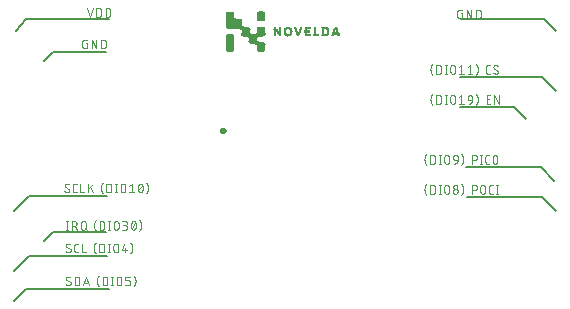
<source format=gbr>
G04 EAGLE Gerber RS-274X export*
G75*
%MOMM*%
%FSLAX34Y34*%
%LPD*%
%INSilkscreen Top*%
%IPPOS*%
%AMOC8*
5,1,8,0,0,1.08239X$1,22.5*%
G01*
%ADD10C,0.152400*%
%ADD11C,0.076200*%
%ADD12R,0.387500X0.004038*%
%ADD13R,0.431900X0.004031*%
%ADD14R,0.460100X0.004041*%
%ADD15R,0.484300X0.004041*%
%ADD16R,0.484400X0.004041*%
%ADD17R,0.500500X0.004028*%
%ADD18R,0.504500X0.004028*%
%ADD19R,0.520700X0.004041*%
%ADD20R,0.532800X0.004041*%
%ADD21R,0.536900X0.004041*%
%ADD22R,0.548900X0.004028*%
%ADD23R,0.565100X0.004041*%
%ADD24R,0.561100X0.004041*%
%ADD25R,0.573100X0.004041*%
%ADD26R,0.577200X0.004041*%
%ADD27R,0.585300X0.004031*%
%ADD28R,0.597400X0.004038*%
%ADD29R,0.605500X0.004031*%
%ADD30R,0.613500X0.004041*%
%ADD31R,0.621600X0.004041*%
%ADD32R,0.625700X0.004041*%
%ADD33R,0.629700X0.004028*%
%ADD34R,0.633700X0.004028*%
%ADD35R,0.637700X0.004041*%
%ADD36R,0.645800X0.004041*%
%ADD37R,0.653900X0.004028*%
%ADD38R,0.661900X0.004041*%
%ADD39R,0.657900X0.004041*%
%ADD40R,0.666000X0.004041*%
%ADD41R,0.670100X0.004031*%
%ADD42R,0.674100X0.004031*%
%ADD43R,0.678100X0.004038*%
%ADD44R,0.686200X0.004031*%
%ADD45R,0.682100X0.004031*%
%ADD46R,0.686200X0.004041*%
%ADD47R,0.690300X0.004041*%
%ADD48R,0.694300X0.004041*%
%ADD49R,0.698300X0.004028*%
%ADD50R,0.702300X0.004041*%
%ADD51R,0.706400X0.004041*%
%ADD52R,0.706300X0.004041*%
%ADD53R,0.710400X0.004028*%
%ADD54R,0.714400X0.004041*%
%ADD55R,0.714500X0.004041*%
%ADD56R,0.718500X0.004041*%
%ADD57R,0.718500X0.004031*%
%ADD58R,0.722500X0.004031*%
%ADD59R,0.726500X0.004038*%
%ADD60R,0.722500X0.004038*%
%ADD61R,0.726500X0.004031*%
%ADD62R,0.730600X0.004041*%
%ADD63R,0.730500X0.004041*%
%ADD64R,0.734600X0.004041*%
%ADD65R,0.734600X0.004028*%
%ADD66R,0.738700X0.004041*%
%ADD67R,0.738600X0.004041*%
%ADD68R,0.742700X0.004028*%
%ADD69R,0.742700X0.004041*%
%ADD70R,0.742700X0.004031*%
%ADD71R,0.746700X0.004031*%
%ADD72R,0.746700X0.004038*%
%ADD73R,0.750700X0.004031*%
%ADD74R,0.750700X0.004041*%
%ADD75R,0.750800X0.004041*%
%ADD76R,0.750700X0.004028*%
%ADD77R,0.750800X0.004028*%
%ADD78R,0.750800X0.004031*%
%ADD79R,0.750700X0.004038*%
%ADD80R,0.750800X0.004038*%
%ADD81R,0.754800X0.004028*%
%ADD82R,0.754800X0.004041*%
%ADD83R,0.754800X0.004031*%
%ADD84R,0.758800X0.004038*%
%ADD85R,0.758800X0.004031*%
%ADD86R,0.758800X0.004041*%
%ADD87R,0.762900X0.004041*%
%ADD88R,0.762900X0.004028*%
%ADD89R,0.766900X0.004041*%
%ADD90R,0.770900X0.004028*%
%ADD91R,0.770900X0.004041*%
%ADD92R,0.775000X0.004041*%
%ADD93R,0.779000X0.004031*%
%ADD94R,0.779000X0.004038*%
%ADD95R,0.783100X0.004041*%
%ADD96R,0.787100X0.004041*%
%ADD97R,0.791200X0.004028*%
%ADD98R,0.791100X0.004041*%
%ADD99R,0.795100X0.004041*%
%ADD100R,0.799200X0.004028*%
%ADD101R,0.799200X0.004041*%
%ADD102R,0.807300X0.004041*%
%ADD103R,0.811300X0.004031*%
%ADD104R,0.815400X0.004038*%
%ADD105R,0.823500X0.004031*%
%ADD106R,0.827400X0.004041*%
%ADD107R,0.839500X0.004041*%
%ADD108R,0.847600X0.004028*%
%ADD109R,1.170600X0.004041*%
%ADD110R,1.198800X0.004041*%
%ADD111R,1.215000X0.004028*%
%ADD112R,1.223000X0.004041*%
%ADD113R,1.231100X0.004041*%
%ADD114R,1.239200X0.004031*%
%ADD115R,1.243200X0.004038*%
%ADD116R,1.243200X0.004031*%
%ADD117R,1.247300X0.004041*%
%ADD118R,1.255300X0.004041*%
%ADD119R,1.255300X0.004028*%
%ADD120R,1.259400X0.004041*%
%ADD121R,1.259300X0.004028*%
%ADD122R,1.255300X0.004031*%
%ADD123R,1.255300X0.004038*%
%ADD124R,1.251300X0.004031*%
%ADD125R,1.251200X0.004041*%
%ADD126R,1.243200X0.004041*%
%ADD127R,1.239200X0.004028*%
%ADD128R,1.235100X0.004041*%
%ADD129R,1.227000X0.004041*%
%ADD130R,1.218900X0.004028*%
%ADD131R,1.210900X0.004041*%
%ADD132R,1.190700X0.004041*%
%ADD133R,0.867800X0.004031*%
%ADD134R,0.843600X0.004038*%
%ADD135R,0.835600X0.004031*%
%ADD136R,0.823500X0.004041*%
%ADD137R,0.819400X0.004041*%
%ADD138R,0.815400X0.004028*%
%ADD139R,0.811300X0.004041*%
%ADD140R,0.803200X0.004041*%
%ADD141R,0.795200X0.004041*%
%ADD142R,0.791200X0.004031*%
%ADD143R,0.787100X0.004038*%
%ADD144R,0.787100X0.004031*%
%ADD145R,0.779000X0.004041*%
%ADD146R,0.775000X0.004028*%
%ADD147R,0.774900X0.004041*%
%ADD148R,0.766900X0.004031*%
%ADD149R,0.762800X0.004038*%
%ADD150R,0.762800X0.004031*%
%ADD151R,0.762800X0.004041*%
%ADD152R,0.758800X0.004028*%
%ADD153R,0.758900X0.004031*%
%ADD154R,0.758900X0.004038*%
%ADD155R,0.758900X0.004041*%
%ADD156R,0.766900X0.004028*%
%ADD157R,0.774900X0.004028*%
%ADD158R,0.783100X0.004031*%
%ADD159R,0.783100X0.004038*%
%ADD160R,0.791100X0.004031*%
%ADD161R,0.746700X0.004028*%
%ADD162R,0.807300X0.004028*%
%ADD163R,0.815300X0.004041*%
%ADD164R,0.823500X0.004028*%
%ADD165R,0.831500X0.004041*%
%ADD166R,0.734600X0.004031*%
%ADD167R,0.847700X0.004031*%
%ADD168R,0.734600X0.004038*%
%ADD169R,0.855700X0.004038*%
%ADD170R,0.863700X0.004031*%
%ADD171R,0.871900X0.004041*%
%ADD172R,0.726500X0.004041*%
%ADD173R,0.879900X0.004041*%
%ADD174R,0.726500X0.004028*%
%ADD175R,0.896100X0.004028*%
%ADD176R,0.722500X0.004041*%
%ADD177R,0.912300X0.004041*%
%ADD178R,0.920300X0.004041*%
%ADD179R,0.718500X0.004028*%
%ADD180R,0.936500X0.004028*%
%ADD181R,0.710400X0.004041*%
%ADD182R,0.960700X0.004041*%
%ADD183R,0.984900X0.004041*%
%ADD184R,0.702300X0.004031*%
%ADD185R,1.033300X0.004031*%
%ADD186R,0.702300X0.004038*%
%ADD187R,1.687200X0.004038*%
%ADD188R,0.694300X0.004031*%
%ADD189R,1.727500X0.004031*%
%ADD190R,1.751700X0.004041*%
%ADD191R,1.776000X0.004041*%
%ADD192R,0.678100X0.004028*%
%ADD193R,1.792100X0.004028*%
%ADD194R,0.674100X0.004041*%
%ADD195R,1.808300X0.004041*%
%ADD196R,0.670100X0.004041*%
%ADD197R,1.824500X0.004041*%
%ADD198R,0.661900X0.004028*%
%ADD199R,1.840500X0.004028*%
%ADD200R,0.653900X0.004041*%
%ADD201R,1.848700X0.004041*%
%ADD202R,1.864800X0.004041*%
%ADD203R,0.637700X0.004031*%
%ADD204R,1.872900X0.004031*%
%ADD205R,0.633700X0.004038*%
%ADD206R,1.880900X0.004038*%
%ADD207R,0.625600X0.004031*%
%ADD208R,1.897100X0.004031*%
%ADD209R,0.617600X0.004041*%
%ADD210R,1.905100X0.004041*%
%ADD211R,0.605500X0.004041*%
%ADD212R,1.913300X0.004041*%
%ADD213R,0.597400X0.004028*%
%ADD214R,1.921300X0.004028*%
%ADD215R,0.589300X0.004041*%
%ADD216R,1.929300X0.004041*%
%ADD217R,1.937500X0.004041*%
%ADD218R,0.565100X0.004028*%
%ADD219R,1.937500X0.004028*%
%ADD220R,0.553000X0.004041*%
%ADD221R,1.945500X0.004041*%
%ADD222R,0.540900X0.004041*%
%ADD223R,1.953600X0.004041*%
%ADD224R,0.524700X0.004031*%
%ADD225R,1.961700X0.004031*%
%ADD226R,0.508600X0.004038*%
%ADD227R,1.961700X0.004038*%
%ADD228R,0.492500X0.004031*%
%ADD229R,1.969700X0.004031*%
%ADD230R,0.468200X0.004041*%
%ADD231R,1.977900X0.004041*%
%ADD232R,0.440000X0.004041*%
%ADD233R,0.403700X0.004028*%
%ADD234R,1.985900X0.004028*%
%ADD235R,0.867800X0.004041*%
%ADD236R,0.863800X0.004041*%
%ADD237R,0.851600X0.004041*%
%ADD238R,0.843600X0.004041*%
%ADD239R,0.835500X0.004028*%
%ADD240R,0.831500X0.004028*%
%ADD241R,0.827500X0.004041*%
%ADD242R,0.823400X0.004041*%
%ADD243R,0.815400X0.004041*%
%ADD244R,0.819400X0.004031*%
%ADD245R,0.815300X0.004031*%
%ADD246R,0.811300X0.004038*%
%ADD247R,0.807300X0.004038*%
%ADD248R,0.807300X0.004031*%
%ADD249R,0.803200X0.004031*%
%ADD250R,0.795100X0.004028*%
%ADD251R,0.791100X0.004028*%
%ADD252R,0.791200X0.004041*%
%ADD253R,0.787100X0.004028*%
%ADD254R,0.783100X0.004028*%
%ADD255R,0.783000X0.004041*%
%ADD256R,0.783000X0.004031*%
%ADD257R,0.775000X0.004038*%
%ADD258R,0.775000X0.004031*%
%ADD259R,0.770900X0.004031*%
%ADD260R,0.754800X0.004038*%
%ADD261R,0.746700X0.004041*%
%ADD262R,0.783000X0.004038*%
%ADD263R,0.742700X0.004038*%
%ADD264R,0.795200X0.004028*%
%ADD265R,0.738700X0.004028*%
%ADD266R,0.803300X0.004028*%
%ADD267R,0.730500X0.004028*%
%ADD268R,0.823400X0.004038*%
%ADD269R,0.718500X0.004038*%
%ADD270R,0.827500X0.004031*%
%ADD271R,0.714500X0.004031*%
%ADD272R,0.835500X0.004041*%
%ADD273R,0.859800X0.004028*%
%ADD274R,0.702300X0.004028*%
%ADD275R,1.828400X0.004041*%
%ADD276R,0.698300X0.004041*%
%ADD277R,1.848600X0.004041*%
%ADD278R,1.860800X0.004028*%
%ADD279R,0.690300X0.004028*%
%ADD280R,1.868900X0.004041*%
%ADD281R,1.877000X0.004041*%
%ADD282R,0.682100X0.004041*%
%ADD283R,1.880900X0.004031*%
%ADD284R,1.889000X0.004038*%
%ADD285R,0.670100X0.004038*%
%ADD286R,1.893100X0.004031*%
%ADD287R,0.661900X0.004031*%
%ADD288R,1.897000X0.004041*%
%ADD289R,1.897100X0.004041*%
%ADD290R,0.649900X0.004041*%
%ADD291R,1.901200X0.004028*%
%ADD292R,0.641700X0.004028*%
%ADD293R,1.901100X0.004041*%
%ADD294R,0.629700X0.004041*%
%ADD295R,0.621600X0.004028*%
%ADD296R,0.601500X0.004041*%
%ADD297R,1.901200X0.004031*%
%ADD298R,0.589300X0.004031*%
%ADD299R,1.897100X0.004038*%
%ADD300R,0.581300X0.004038*%
%ADD301R,1.897000X0.004031*%
%ADD302R,0.569100X0.004031*%
%ADD303R,0.557000X0.004041*%
%ADD304R,1.893000X0.004041*%
%ADD305R,0.544900X0.004041*%
%ADD306R,1.885000X0.004028*%
%ADD307R,0.532800X0.004028*%
%ADD308R,1.881000X0.004041*%
%ADD309R,0.516700X0.004041*%
%ADD310R,1.876900X0.004041*%
%ADD311R,0.496500X0.004041*%
%ADD312R,1.864800X0.004028*%
%ADD313R,0.476300X0.004028*%
%ADD314R,1.856700X0.004041*%
%ADD315R,0.452100X0.004041*%
%ADD316R,1.844700X0.004041*%
%ADD317R,0.419800X0.004041*%
%ADD318R,1.812400X0.004031*%
%ADD319R,0.355200X0.004031*%
%ADD320R,1.497500X0.004038*%
%ADD321R,1.481300X0.004031*%
%ADD322R,1.473200X0.004041*%
%ADD323R,1.465200X0.004041*%
%ADD324R,1.461200X0.004028*%
%ADD325R,1.457200X0.004041*%
%ADD326R,1.449100X0.004041*%
%ADD327R,1.449000X0.004028*%
%ADD328R,1.441000X0.004041*%
%ADD329R,1.436900X0.004041*%
%ADD330R,1.436900X0.004031*%
%ADD331R,1.432900X0.004038*%
%ADD332R,1.428800X0.004031*%
%ADD333R,1.424800X0.004041*%
%ADD334R,1.420800X0.004041*%
%ADD335R,1.424900X0.004028*%
%ADD336R,1.416800X0.004041*%
%ADD337R,1.416800X0.004028*%
%ADD338R,1.412700X0.004041*%
%ADD339R,1.408700X0.004031*%
%ADD340R,1.408700X0.004038*%
%ADD341R,1.404700X0.004031*%
%ADD342R,1.404700X0.004041*%
%ADD343R,1.400600X0.004041*%
%ADD344R,1.400600X0.004028*%
%ADD345R,1.396600X0.004041*%
%ADD346R,1.396600X0.004028*%
%ADD347R,1.396600X0.004031*%
%ADD348R,1.392600X0.004038*%
%ADD349R,1.392600X0.004031*%
%ADD350R,1.392600X0.004041*%
%ADD351R,1.392600X0.004028*%
%ADD352R,1.388500X0.004041*%
%ADD353R,1.388500X0.004028*%
%ADD354R,1.384500X0.004031*%
%ADD355R,1.384500X0.004038*%
%ADD356R,1.380500X0.004041*%
%ADD357R,1.380500X0.004028*%
%ADD358R,1.376400X0.004041*%
%ADD359R,1.372400X0.004028*%
%ADD360R,1.372400X0.004041*%
%ADD361R,1.368300X0.004031*%
%ADD362R,1.364300X0.004038*%
%ADD363R,1.364300X0.004031*%
%ADD364R,0.403700X0.004031*%
%ADD365R,1.360300X0.004041*%
%ADD366R,1.356200X0.004028*%
%ADD367R,0.492500X0.004028*%
%ADD368R,1.352200X0.004041*%
%ADD369R,0.508600X0.004041*%
%ADD370R,0.524700X0.004041*%
%ADD371R,1.348200X0.004028*%
%ADD372R,0.540900X0.004028*%
%ADD373R,1.344100X0.004041*%
%ADD374R,0.552900X0.004041*%
%ADD375R,1.340100X0.004041*%
%ADD376R,1.336100X0.004031*%
%ADD377R,0.577200X0.004031*%
%ADD378R,1.332000X0.004038*%
%ADD379R,0.589300X0.004038*%
%ADD380R,1.328000X0.004031*%
%ADD381R,0.597400X0.004031*%
%ADD382R,1.323900X0.004041*%
%ADD383R,1.319900X0.004041*%
%ADD384R,1.315900X0.004028*%
%ADD385R,0.625700X0.004028*%
%ADD386R,1.311800X0.004041*%
%ADD387R,0.633700X0.004041*%
%ADD388R,1.303800X0.004041*%
%ADD389R,1.299700X0.004028*%
%ADD390R,0.645800X0.004028*%
%ADD391R,1.291700X0.004041*%
%ADD392R,1.283600X0.004041*%
%ADD393R,1.279500X0.004031*%
%ADD394R,1.267400X0.004038*%
%ADD395R,0.674100X0.004038*%
%ADD396R,1.259400X0.004031*%
%ADD397R,0.678100X0.004031*%
%ADD398R,1.210900X0.004028*%
%ADD399R,0.694300X0.004028*%
%ADD400R,0.884000X0.004041*%
%ADD401R,0.851700X0.004028*%
%ADD402R,0.819400X0.004038*%
%ADD403R,0.815400X0.004031*%
%ADD404R,0.803300X0.004041*%
%ADD405R,0.771000X0.004041*%
%ADD406R,0.742600X0.004031*%
%ADD407R,0.742600X0.004041*%
%ADD408R,0.738600X0.004028*%
%ADD409R,0.730600X0.004028*%
%ADD410R,0.726600X0.004041*%
%ADD411R,0.718400X0.004038*%
%ADD412R,0.714400X0.004031*%
%ADD413R,0.706400X0.004028*%
%ADD414R,0.706300X0.004028*%
%ADD415R,0.694200X0.004041*%
%ADD416R,0.690200X0.004028*%
%ADD417R,0.682200X0.004041*%
%ADD418R,0.666000X0.004038*%
%ADD419R,0.662000X0.004031*%
%ADD420R,0.666000X0.004031*%
%ADD421R,0.649800X0.004041*%
%ADD422R,0.641800X0.004028*%
%ADD423R,0.625600X0.004041*%
%ADD424R,0.617600X0.004028*%
%ADD425R,0.609500X0.004041*%
%ADD426R,0.601400X0.004041*%
%ADD427R,0.589400X0.004031*%
%ADD428R,0.593300X0.004031*%
%ADD429R,0.577200X0.004038*%
%ADD430R,0.585300X0.004038*%
%ADD431R,0.573100X0.004031*%
%ADD432R,0.540800X0.004041*%
%ADD433R,0.548900X0.004041*%
%ADD434R,0.528800X0.004028*%
%ADD435R,0.536900X0.004028*%
%ADD436R,0.492400X0.004041*%
%ADD437R,0.500500X0.004041*%
%ADD438R,0.468200X0.004028*%
%ADD439R,0.484300X0.004028*%
%ADD440R,0.444000X0.004041*%
%ADD441R,0.407700X0.004041*%
%ADD442R,0.431900X0.004041*%
%ADD443R,0.387500X0.004031*%
%ADD444R,0.080700X0.004038*%
%ADD445R,0.137200X0.004031*%
%ADD446R,0.149300X0.004038*%
%ADD447R,0.145300X0.004038*%
%ADD448R,0.177600X0.004038*%
%ADD449R,0.185700X0.004038*%
%ADD450R,0.500500X0.004038*%
%ADD451R,0.310800X0.004038*%
%ADD452R,0.165500X0.004038*%
%ADD453R,0.209900X0.004038*%
%ADD454R,0.193700X0.004038*%
%ADD455R,0.444000X0.004038*%
%ADD456R,0.343100X0.004038*%
%ADD457R,0.161400X0.004038*%
%ADD458R,0.149300X0.004025*%
%ADD459R,0.238100X0.004025*%
%ADD460R,0.193700X0.004025*%
%ADD461R,0.500500X0.004025*%
%ADD462R,0.444000X0.004025*%
%ADD463R,0.363300X0.004025*%
%ADD464R,0.161400X0.004025*%
%ADD465R,0.165500X0.004025*%
%ADD466R,0.153400X0.004038*%
%ADD467R,0.262300X0.004038*%
%ADD468R,0.379400X0.004038*%
%ADD469R,0.169600X0.004038*%
%ADD470R,0.282500X0.004038*%
%ADD471R,0.201800X0.004038*%
%ADD472R,0.395600X0.004038*%
%ADD473R,0.161500X0.004038*%
%ADD474R,0.157400X0.004025*%
%ADD475R,0.302700X0.004025*%
%ADD476R,0.201800X0.004025*%
%ADD477R,0.407700X0.004025*%
%ADD478R,0.161500X0.004025*%
%ADD479R,0.322900X0.004038*%
%ADD480R,0.415700X0.004038*%
%ADD481R,0.169500X0.004038*%
%ADD482R,0.339100X0.004038*%
%ADD483R,0.427900X0.004038*%
%ADD484R,0.149300X0.004031*%
%ADD485R,0.165500X0.004031*%
%ADD486R,0.209900X0.004031*%
%ADD487R,0.500500X0.004031*%
%ADD488R,0.444000X0.004031*%
%ADD489R,0.435900X0.004031*%
%ADD490R,0.367300X0.004038*%
%ADD491R,0.169500X0.004031*%
%ADD492R,0.379400X0.004031*%
%ADD493R,0.217900X0.004031*%
%ADD494R,0.452100X0.004031*%
%ADD495R,0.161400X0.004031*%
%ADD496R,0.173600X0.004038*%
%ADD497R,0.217900X0.004038*%
%ADD498R,0.460100X0.004038*%
%ADD499R,0.407700X0.004038*%
%ADD500R,0.468200X0.004038*%
%ADD501R,0.177600X0.004025*%
%ADD502R,0.419800X0.004025*%
%ADD503R,0.226100X0.004025*%
%ADD504R,0.476300X0.004025*%
%ADD505R,0.181600X0.004038*%
%ADD506R,0.431900X0.004038*%
%ADD507R,0.226100X0.004038*%
%ADD508R,0.480300X0.004038*%
%ADD509R,0.488400X0.004038*%
%ADD510R,0.185700X0.004025*%
%ADD511R,0.452100X0.004025*%
%ADD512R,0.234100X0.004025*%
%ADD513R,0.492400X0.004025*%
%ADD514R,0.189700X0.004038*%
%ADD515R,0.234100X0.004038*%
%ADD516R,0.165400X0.004038*%
%ADD517R,0.472300X0.004038*%
%ADD518R,0.504500X0.004038*%
%ADD519R,0.193700X0.004031*%
%ADD520R,0.480300X0.004031*%
%ADD521R,0.242200X0.004031*%
%ADD522R,0.512600X0.004031*%
%ADD523R,0.197800X0.004038*%
%ADD524R,0.492400X0.004038*%
%ADD525R,0.242200X0.004038*%
%ADD526R,0.516700X0.004038*%
%ADD527R,0.201800X0.004031*%
%ADD528R,0.520700X0.004031*%
%ADD529R,0.161500X0.004031*%
%ADD530R,0.250300X0.004038*%
%ADD531R,0.524700X0.004038*%
%ADD532R,0.205900X0.004038*%
%ADD533R,0.528800X0.004038*%
%ADD534R,0.209900X0.004025*%
%ADD535R,0.524700X0.004025*%
%ADD536R,0.250300X0.004025*%
%ADD537R,0.532800X0.004025*%
%ADD538R,0.532800X0.004038*%
%ADD539R,0.258300X0.004038*%
%ADD540R,0.536800X0.004038*%
%ADD541R,0.213900X0.004038*%
%ADD542R,0.536900X0.004038*%
%ADD543R,0.540900X0.004038*%
%ADD544R,0.218000X0.004025*%
%ADD545R,0.544900X0.004025*%
%ADD546R,0.258300X0.004025*%
%ADD547R,0.165400X0.004025*%
%ADD548R,0.218000X0.004038*%
%ADD549R,0.548900X0.004038*%
%ADD550R,0.266400X0.004038*%
%ADD551R,0.222000X0.004038*%
%ADD552R,0.557000X0.004038*%
%ADD553R,0.553000X0.004038*%
%ADD554R,0.226000X0.004031*%
%ADD555R,0.565100X0.004031*%
%ADD556R,0.270400X0.004031*%
%ADD557R,0.557000X0.004031*%
%ADD558R,0.226000X0.004038*%
%ADD559R,0.262400X0.004038*%
%ADD560R,0.274500X0.004038*%
%ADD561R,0.561100X0.004038*%
%ADD562R,0.230100X0.004031*%
%ADD563R,0.242100X0.004031*%
%ADD564R,0.274500X0.004031*%
%ADD565R,0.153400X0.004031*%
%ADD566R,0.262400X0.004031*%
%ADD567R,0.230100X0.004038*%
%ADD568R,0.230000X0.004038*%
%ADD569R,0.278500X0.004038*%
%ADD570R,0.157400X0.004038*%
%ADD571R,0.213900X0.004025*%
%ADD572R,0.217900X0.004025*%
%ADD573R,0.282500X0.004025*%
%ADD574R,0.153400X0.004025*%
%ADD575R,0.222000X0.004025*%
%ADD576R,0.290600X0.004038*%
%ADD577R,0.246200X0.004025*%
%ADD578R,0.197800X0.004025*%
%ADD579R,0.290600X0.004025*%
%ADD580R,0.205800X0.004025*%
%ADD581R,0.197700X0.004038*%
%ADD582R,0.298700X0.004038*%
%ADD583R,0.605500X0.004038*%
%ADD584R,0.193800X0.004038*%
%ADD585R,0.254300X0.004031*%
%ADD586R,0.189700X0.004031*%
%ADD587R,0.298700X0.004031*%
%ADD588R,0.157400X0.004031*%
%ADD589R,0.306700X0.004038*%
%ADD590R,0.593400X0.004038*%
%ADD591R,0.258300X0.004031*%
%ADD592R,0.185700X0.004031*%
%ADD593R,0.306700X0.004031*%
%ADD594R,0.185600X0.004038*%
%ADD595R,0.314900X0.004038*%
%ADD596R,0.581200X0.004038*%
%ADD597R,0.266400X0.004025*%
%ADD598R,0.181700X0.004025*%
%ADD599R,0.181600X0.004025*%
%ADD600R,0.314900X0.004025*%
%ADD601R,0.581200X0.004025*%
%ADD602R,0.270400X0.004038*%
%ADD603R,0.181700X0.004038*%
%ADD604R,0.573200X0.004038*%
%ADD605R,0.274500X0.004025*%
%ADD606R,0.173600X0.004025*%
%ADD607R,0.573200X0.004025*%
%ADD608R,0.173500X0.004038*%
%ADD609R,0.157500X0.004038*%
%ADD610R,0.565100X0.004038*%
%ADD611R,0.282500X0.004031*%
%ADD612R,0.169600X0.004031*%
%ADD613R,0.173500X0.004031*%
%ADD614R,0.157500X0.004031*%
%ADD615R,0.177600X0.004031*%
%ADD616R,0.286600X0.004038*%
%ADD617R,0.561000X0.004038*%
%ADD618R,0.290600X0.004031*%
%ADD619R,0.294700X0.004038*%
%ADD620R,0.298700X0.004025*%
%ADD621R,0.548900X0.004025*%
%ADD622R,0.302700X0.004038*%
%ADD623R,0.306800X0.004025*%
%ADD624R,0.540900X0.004025*%
%ADD625R,0.314800X0.004031*%
%ADD626R,0.532800X0.004031*%
%ADD627R,0.318900X0.004038*%
%ADD628R,0.318900X0.004031*%
%ADD629R,0.326900X0.004038*%
%ADD630R,0.169500X0.004025*%
%ADD631R,0.516700X0.004025*%
%ADD632R,0.165400X0.004031*%
%ADD633R,0.427800X0.004038*%
%ADD634R,0.153300X0.004038*%
%ADD635R,0.173600X0.004031*%
%ADD636R,0.427800X0.004031*%
%ADD637R,0.153300X0.004031*%
%ADD638R,0.173500X0.004025*%
%ADD639R,0.157500X0.004025*%
%ADD640R,0.427800X0.004025*%
%ADD641R,0.169600X0.004025*%
%ADD642R,0.149400X0.004038*%
%ADD643R,0.318900X0.004025*%
%ADD644R,0.153300X0.004025*%
%ADD645R,0.314800X0.004038*%
%ADD646R,0.310800X0.004031*%
%ADD647R,0.302700X0.004031*%
%ADD648R,0.149400X0.004031*%
%ADD649R,0.294600X0.004025*%
%ADD650R,0.294600X0.004038*%
%ADD651R,0.286600X0.004025*%
%ADD652R,0.278500X0.004031*%
%ADD653R,0.181700X0.004031*%
%ADD654R,0.185600X0.004025*%
%ADD655R,0.189700X0.004025*%
%ADD656R,0.149400X0.004025*%
%ADD657R,0.254300X0.004038*%
%ADD658R,0.306800X0.004038*%
%ADD659R,0.250200X0.004031*%
%ADD660R,0.197700X0.004031*%
%ADD661R,0.197800X0.004031*%
%ADD662R,0.205900X0.004031*%
%ADD663R,0.306800X0.004031*%
%ADD664R,0.246200X0.004038*%
%ADD665R,0.214000X0.004038*%
%ADD666R,0.302800X0.004038*%
%ADD667R,0.246200X0.004031*%
%ADD668R,0.205800X0.004038*%
%ADD669R,0.238100X0.004038*%
%ADD670R,0.242200X0.004025*%
%ADD671R,0.242100X0.004038*%
%ADD672R,0.230100X0.004025*%
%ADD673R,0.262400X0.004025*%
%ADD674R,0.488400X0.004025*%
%ADD675R,0.565100X0.004025*%
%ADD676R,0.222000X0.004031*%
%ADD677R,0.548900X0.004031*%
%ADD678R,0.488400X0.004031*%
%ADD679R,0.553000X0.004031*%
%ADD680R,0.544900X0.004038*%
%ADD681R,0.213900X0.004031*%
%ADD682R,0.536900X0.004031*%
%ADD683R,0.544900X0.004031*%
%ADD684R,0.266400X0.004031*%
%ADD685R,0.520700X0.004025*%
%ADD686R,0.460100X0.004031*%
%ADD687R,0.504500X0.004031*%
%ADD688R,0.452100X0.004038*%
%ADD689R,0.238200X0.004038*%
%ADD690R,0.492400X0.004031*%
%ADD691R,0.234100X0.004031*%
%ADD692R,0.419800X0.004038*%
%ADD693R,0.226000X0.004025*%
%ADD694R,0.367300X0.004025*%
%ADD695R,0.355200X0.004038*%
%ADD696R,0.435900X0.004038*%
%ADD697R,0.322900X0.004031*%
%ADD698R,0.423800X0.004031*%
%ADD699R,0.403600X0.004031*%
%ADD700R,0.391500X0.004038*%
%ADD701R,0.375400X0.004038*%
%ADD702R,0.145300X0.004025*%
%ADD703R,0.355200X0.004025*%
%ADD704R,0.331000X0.004038*%
%ADD705R,0.141300X0.004038*%
%ADD706R,0.080700X0.004025*%
%ADD707C,0.300000*%


D10*
X21590Y99060D02*
X34290Y111760D01*
X100330Y111760D01*
X54610Y81280D02*
X46990Y73660D01*
X54610Y81280D02*
X99060Y81280D01*
X34290Y60960D02*
X21590Y48260D01*
X34290Y60960D02*
X100330Y60960D01*
X31750Y33020D02*
X21590Y22860D01*
X31750Y33020D02*
X101600Y33020D01*
D11*
X66336Y114681D02*
X66414Y114683D01*
X66492Y114688D01*
X66569Y114698D01*
X66646Y114711D01*
X66722Y114727D01*
X66797Y114747D01*
X66871Y114771D01*
X66944Y114798D01*
X67016Y114829D01*
X67086Y114863D01*
X67155Y114900D01*
X67221Y114941D01*
X67286Y114985D01*
X67348Y115031D01*
X67408Y115081D01*
X67466Y115133D01*
X67521Y115188D01*
X67573Y115246D01*
X67623Y115306D01*
X67669Y115368D01*
X67713Y115433D01*
X67754Y115500D01*
X67791Y115568D01*
X67825Y115638D01*
X67856Y115710D01*
X67883Y115783D01*
X67907Y115857D01*
X67927Y115932D01*
X67943Y116008D01*
X67956Y116085D01*
X67966Y116162D01*
X67971Y116240D01*
X67973Y116318D01*
X66336Y114681D02*
X66222Y114683D01*
X66109Y114688D01*
X65995Y114698D01*
X65882Y114711D01*
X65770Y114728D01*
X65658Y114748D01*
X65547Y114772D01*
X65436Y114800D01*
X65327Y114831D01*
X65219Y114866D01*
X65112Y114905D01*
X65006Y114947D01*
X64902Y114992D01*
X64799Y115041D01*
X64698Y115094D01*
X64599Y115149D01*
X64501Y115208D01*
X64406Y115270D01*
X64313Y115335D01*
X64221Y115403D01*
X64133Y115474D01*
X64046Y115548D01*
X63962Y115625D01*
X63881Y115704D01*
X64085Y120410D02*
X64087Y120488D01*
X64092Y120566D01*
X64102Y120643D01*
X64115Y120720D01*
X64131Y120796D01*
X64151Y120871D01*
X64175Y120945D01*
X64202Y121018D01*
X64233Y121090D01*
X64267Y121160D01*
X64304Y121229D01*
X64345Y121295D01*
X64389Y121360D01*
X64435Y121422D01*
X64485Y121482D01*
X64537Y121540D01*
X64592Y121595D01*
X64650Y121647D01*
X64710Y121697D01*
X64772Y121743D01*
X64837Y121787D01*
X64904Y121828D01*
X64972Y121865D01*
X65042Y121899D01*
X65114Y121930D01*
X65187Y121957D01*
X65261Y121981D01*
X65336Y122001D01*
X65412Y122017D01*
X65489Y122030D01*
X65566Y122040D01*
X65644Y122045D01*
X65722Y122047D01*
X65832Y122045D01*
X65941Y122039D01*
X66051Y122029D01*
X66159Y122016D01*
X66268Y121998D01*
X66375Y121977D01*
X66482Y121951D01*
X66588Y121922D01*
X66693Y121890D01*
X66796Y121853D01*
X66898Y121813D01*
X66999Y121769D01*
X67098Y121721D01*
X67195Y121671D01*
X67290Y121616D01*
X67383Y121558D01*
X67474Y121497D01*
X67563Y121433D01*
X64904Y118977D02*
X64837Y119019D01*
X64772Y119063D01*
X64710Y119111D01*
X64650Y119161D01*
X64592Y119214D01*
X64537Y119270D01*
X64485Y119329D01*
X64435Y119389D01*
X64388Y119453D01*
X64345Y119518D01*
X64304Y119585D01*
X64267Y119654D01*
X64233Y119725D01*
X64202Y119797D01*
X64175Y119871D01*
X64151Y119945D01*
X64131Y120021D01*
X64115Y120098D01*
X64102Y120175D01*
X64092Y120253D01*
X64087Y120332D01*
X64085Y120410D01*
X67155Y117750D02*
X67221Y117708D01*
X67286Y117664D01*
X67348Y117617D01*
X67408Y117566D01*
X67466Y117513D01*
X67521Y117457D01*
X67574Y117399D01*
X67623Y117338D01*
X67670Y117275D01*
X67713Y117210D01*
X67754Y117143D01*
X67791Y117074D01*
X67825Y117003D01*
X67856Y116931D01*
X67883Y116857D01*
X67907Y116782D01*
X67927Y116707D01*
X67943Y116630D01*
X67956Y116553D01*
X67966Y116475D01*
X67971Y116396D01*
X67973Y116318D01*
X67155Y117750D02*
X64904Y118978D01*
X72566Y114681D02*
X74203Y114681D01*
X72566Y114681D02*
X72488Y114683D01*
X72410Y114688D01*
X72333Y114698D01*
X72256Y114711D01*
X72180Y114727D01*
X72105Y114747D01*
X72031Y114771D01*
X71958Y114798D01*
X71886Y114829D01*
X71816Y114863D01*
X71748Y114900D01*
X71681Y114941D01*
X71616Y114985D01*
X71554Y115031D01*
X71494Y115081D01*
X71436Y115133D01*
X71381Y115188D01*
X71329Y115246D01*
X71279Y115306D01*
X71233Y115368D01*
X71189Y115433D01*
X71148Y115500D01*
X71111Y115568D01*
X71077Y115638D01*
X71046Y115710D01*
X71019Y115783D01*
X70995Y115857D01*
X70975Y115932D01*
X70959Y116008D01*
X70946Y116085D01*
X70936Y116162D01*
X70931Y116240D01*
X70929Y116318D01*
X70929Y120410D01*
X70931Y120490D01*
X70937Y120570D01*
X70947Y120650D01*
X70960Y120729D01*
X70978Y120808D01*
X70999Y120885D01*
X71025Y120961D01*
X71054Y121036D01*
X71086Y121110D01*
X71122Y121182D01*
X71162Y121252D01*
X71205Y121319D01*
X71251Y121385D01*
X71301Y121448D01*
X71353Y121509D01*
X71408Y121568D01*
X71467Y121623D01*
X71527Y121675D01*
X71591Y121725D01*
X71657Y121771D01*
X71724Y121814D01*
X71794Y121854D01*
X71866Y121890D01*
X71940Y121922D01*
X72014Y121951D01*
X72091Y121977D01*
X72168Y121998D01*
X72247Y122016D01*
X72326Y122029D01*
X72406Y122039D01*
X72486Y122045D01*
X72566Y122047D01*
X74203Y122047D01*
X77308Y122047D02*
X77308Y114681D01*
X80582Y114681D01*
X83750Y114681D02*
X83750Y122047D01*
X87842Y122047D02*
X83750Y117546D01*
X85387Y119182D02*
X87842Y114681D01*
X94634Y118364D02*
X94636Y118533D01*
X94642Y118701D01*
X94652Y118869D01*
X94666Y119037D01*
X94685Y119205D01*
X94707Y119372D01*
X94733Y119538D01*
X94763Y119704D01*
X94798Y119869D01*
X94836Y120033D01*
X94878Y120197D01*
X94924Y120359D01*
X94974Y120520D01*
X95028Y120680D01*
X95085Y120838D01*
X95147Y120995D01*
X95212Y121150D01*
X95281Y121304D01*
X95353Y121456D01*
X95429Y121607D01*
X95509Y121755D01*
X95592Y121902D01*
X95679Y122046D01*
X95770Y122189D01*
X95863Y122329D01*
X95960Y122467D01*
X96061Y122602D01*
X96164Y122735D01*
X96271Y122865D01*
X94634Y118364D02*
X94636Y118195D01*
X94642Y118027D01*
X94652Y117859D01*
X94666Y117691D01*
X94685Y117523D01*
X94707Y117356D01*
X94733Y117190D01*
X94763Y117024D01*
X94798Y116859D01*
X94836Y116695D01*
X94878Y116531D01*
X94924Y116369D01*
X94974Y116208D01*
X95028Y116048D01*
X95085Y115890D01*
X95147Y115733D01*
X95212Y115578D01*
X95281Y115424D01*
X95353Y115272D01*
X95429Y115121D01*
X95509Y114973D01*
X95592Y114826D01*
X95679Y114682D01*
X95770Y114539D01*
X95863Y114399D01*
X95960Y114261D01*
X96061Y114126D01*
X96164Y113993D01*
X96271Y113863D01*
X99482Y114681D02*
X99482Y122047D01*
X101528Y122047D01*
X101617Y122045D01*
X101706Y122039D01*
X101795Y122029D01*
X101883Y122016D01*
X101971Y121999D01*
X102058Y121977D01*
X102143Y121952D01*
X102228Y121924D01*
X102311Y121891D01*
X102393Y121855D01*
X102473Y121816D01*
X102551Y121773D01*
X102627Y121727D01*
X102702Y121677D01*
X102774Y121624D01*
X102843Y121568D01*
X102910Y121509D01*
X102975Y121448D01*
X103036Y121383D01*
X103095Y121316D01*
X103151Y121247D01*
X103204Y121175D01*
X103254Y121100D01*
X103300Y121024D01*
X103343Y120946D01*
X103382Y120866D01*
X103418Y120784D01*
X103451Y120701D01*
X103479Y120616D01*
X103504Y120531D01*
X103526Y120444D01*
X103543Y120356D01*
X103556Y120268D01*
X103566Y120179D01*
X103572Y120090D01*
X103574Y120001D01*
X103574Y116727D01*
X103572Y116638D01*
X103566Y116549D01*
X103556Y116460D01*
X103543Y116372D01*
X103526Y116284D01*
X103504Y116197D01*
X103479Y116112D01*
X103451Y116027D01*
X103418Y115944D01*
X103382Y115862D01*
X103343Y115782D01*
X103300Y115704D01*
X103254Y115628D01*
X103204Y115553D01*
X103151Y115481D01*
X103095Y115412D01*
X103036Y115345D01*
X102975Y115280D01*
X102910Y115219D01*
X102843Y115160D01*
X102774Y115104D01*
X102702Y115051D01*
X102627Y115001D01*
X102551Y114955D01*
X102473Y114912D01*
X102393Y114873D01*
X102311Y114837D01*
X102228Y114804D01*
X102143Y114776D01*
X102058Y114751D01*
X101971Y114729D01*
X101883Y114712D01*
X101795Y114699D01*
X101706Y114689D01*
X101617Y114683D01*
X101528Y114681D01*
X99482Y114681D01*
X107624Y114681D02*
X107624Y122047D01*
X106805Y114681D02*
X108442Y114681D01*
X108442Y122047D02*
X106805Y122047D01*
X111430Y120001D02*
X111430Y116727D01*
X111430Y120001D02*
X111432Y120090D01*
X111438Y120179D01*
X111448Y120268D01*
X111461Y120356D01*
X111478Y120444D01*
X111500Y120531D01*
X111525Y120616D01*
X111553Y120701D01*
X111586Y120784D01*
X111622Y120866D01*
X111661Y120946D01*
X111704Y121024D01*
X111750Y121100D01*
X111800Y121175D01*
X111853Y121247D01*
X111909Y121316D01*
X111968Y121383D01*
X112029Y121448D01*
X112094Y121509D01*
X112161Y121568D01*
X112230Y121624D01*
X112302Y121677D01*
X112377Y121727D01*
X112453Y121773D01*
X112531Y121816D01*
X112611Y121855D01*
X112693Y121891D01*
X112776Y121924D01*
X112861Y121952D01*
X112946Y121977D01*
X113033Y121999D01*
X113121Y122016D01*
X113209Y122029D01*
X113298Y122039D01*
X113387Y122045D01*
X113476Y122047D01*
X113565Y122045D01*
X113654Y122039D01*
X113743Y122029D01*
X113831Y122016D01*
X113919Y121999D01*
X114006Y121977D01*
X114091Y121952D01*
X114176Y121924D01*
X114259Y121891D01*
X114341Y121855D01*
X114421Y121816D01*
X114499Y121773D01*
X114575Y121727D01*
X114650Y121677D01*
X114722Y121624D01*
X114791Y121568D01*
X114858Y121509D01*
X114923Y121448D01*
X114984Y121383D01*
X115043Y121316D01*
X115099Y121247D01*
X115152Y121175D01*
X115202Y121100D01*
X115248Y121024D01*
X115291Y120946D01*
X115330Y120866D01*
X115366Y120784D01*
X115399Y120701D01*
X115427Y120616D01*
X115452Y120531D01*
X115474Y120444D01*
X115491Y120356D01*
X115504Y120268D01*
X115514Y120179D01*
X115520Y120090D01*
X115522Y120001D01*
X115522Y116727D01*
X115520Y116638D01*
X115514Y116549D01*
X115504Y116460D01*
X115491Y116372D01*
X115474Y116284D01*
X115452Y116197D01*
X115427Y116112D01*
X115399Y116027D01*
X115366Y115944D01*
X115330Y115862D01*
X115291Y115782D01*
X115248Y115704D01*
X115202Y115628D01*
X115152Y115553D01*
X115099Y115481D01*
X115043Y115412D01*
X114984Y115345D01*
X114923Y115280D01*
X114858Y115219D01*
X114791Y115160D01*
X114722Y115104D01*
X114650Y115051D01*
X114575Y115001D01*
X114499Y114955D01*
X114421Y114912D01*
X114341Y114873D01*
X114259Y114837D01*
X114176Y114804D01*
X114091Y114776D01*
X114006Y114751D01*
X113919Y114729D01*
X113831Y114712D01*
X113743Y114699D01*
X113654Y114689D01*
X113565Y114683D01*
X113476Y114681D01*
X113387Y114683D01*
X113298Y114689D01*
X113209Y114699D01*
X113121Y114712D01*
X113033Y114729D01*
X112946Y114751D01*
X112861Y114776D01*
X112776Y114804D01*
X112693Y114837D01*
X112611Y114873D01*
X112531Y114912D01*
X112453Y114955D01*
X112377Y115001D01*
X112302Y115051D01*
X112230Y115104D01*
X112161Y115160D01*
X112094Y115219D01*
X112029Y115280D01*
X111968Y115345D01*
X111909Y115412D01*
X111853Y115481D01*
X111800Y115553D01*
X111750Y115628D01*
X111704Y115704D01*
X111661Y115782D01*
X111622Y115862D01*
X111586Y115944D01*
X111553Y116027D01*
X111525Y116112D01*
X111500Y116197D01*
X111478Y116284D01*
X111461Y116372D01*
X111448Y116460D01*
X111438Y116549D01*
X111432Y116638D01*
X111430Y116727D01*
X118745Y120410D02*
X120791Y122047D01*
X120791Y114681D01*
X118745Y114681D02*
X122837Y114681D01*
X126060Y118364D02*
X126062Y118517D01*
X126068Y118670D01*
X126077Y118822D01*
X126091Y118975D01*
X126108Y119127D01*
X126129Y119278D01*
X126154Y119429D01*
X126183Y119579D01*
X126215Y119729D01*
X126252Y119877D01*
X126292Y120025D01*
X126335Y120172D01*
X126383Y120317D01*
X126434Y120461D01*
X126488Y120604D01*
X126547Y120746D01*
X126608Y120885D01*
X126674Y121024D01*
X126700Y121094D01*
X126730Y121164D01*
X126763Y121231D01*
X126799Y121297D01*
X126838Y121361D01*
X126881Y121423D01*
X126927Y121482D01*
X126975Y121540D01*
X127026Y121594D01*
X127080Y121647D01*
X127137Y121696D01*
X127196Y121743D01*
X127257Y121786D01*
X127320Y121827D01*
X127385Y121864D01*
X127452Y121899D01*
X127521Y121929D01*
X127591Y121957D01*
X127662Y121980D01*
X127734Y122001D01*
X127807Y122017D01*
X127881Y122030D01*
X127956Y122040D01*
X128031Y122045D01*
X128106Y122047D01*
X128181Y122045D01*
X128256Y122040D01*
X128331Y122030D01*
X128405Y122017D01*
X128478Y122001D01*
X128550Y121980D01*
X128621Y121957D01*
X128691Y121929D01*
X128760Y121899D01*
X128827Y121864D01*
X128892Y121827D01*
X128955Y121786D01*
X129016Y121743D01*
X129075Y121696D01*
X129132Y121647D01*
X129186Y121594D01*
X129237Y121540D01*
X129286Y121482D01*
X129331Y121423D01*
X129374Y121361D01*
X129413Y121297D01*
X129450Y121231D01*
X129482Y121163D01*
X129512Y121094D01*
X129538Y121024D01*
X129603Y120886D01*
X129665Y120746D01*
X129723Y120604D01*
X129778Y120461D01*
X129829Y120317D01*
X129877Y120172D01*
X129920Y120025D01*
X129960Y119878D01*
X129997Y119729D01*
X130029Y119579D01*
X130058Y119429D01*
X130083Y119278D01*
X130104Y119127D01*
X130121Y118975D01*
X130135Y118822D01*
X130144Y118670D01*
X130150Y118517D01*
X130152Y118364D01*
X126060Y118364D02*
X126062Y118211D01*
X126068Y118058D01*
X126077Y117905D01*
X126091Y117753D01*
X126108Y117601D01*
X126129Y117450D01*
X126154Y117299D01*
X126183Y117148D01*
X126215Y116999D01*
X126252Y116850D01*
X126292Y116703D01*
X126335Y116556D01*
X126383Y116411D01*
X126434Y116266D01*
X126489Y116124D01*
X126547Y115982D01*
X126609Y115842D01*
X126674Y115704D01*
X126700Y115633D01*
X126730Y115564D01*
X126763Y115497D01*
X126799Y115431D01*
X126838Y115367D01*
X126881Y115305D01*
X126927Y115246D01*
X126975Y115188D01*
X127026Y115134D01*
X127080Y115081D01*
X127137Y115032D01*
X127196Y114985D01*
X127257Y114942D01*
X127320Y114901D01*
X127385Y114864D01*
X127452Y114829D01*
X127521Y114799D01*
X127591Y114771D01*
X127662Y114748D01*
X127734Y114727D01*
X127807Y114711D01*
X127881Y114698D01*
X127956Y114688D01*
X128031Y114683D01*
X128106Y114681D01*
X129538Y115704D02*
X129603Y115842D01*
X129665Y115982D01*
X129723Y116124D01*
X129778Y116267D01*
X129829Y116411D01*
X129877Y116556D01*
X129920Y116703D01*
X129960Y116851D01*
X129997Y116999D01*
X130029Y117149D01*
X130058Y117299D01*
X130083Y117450D01*
X130104Y117601D01*
X130121Y117753D01*
X130135Y117906D01*
X130144Y118058D01*
X130150Y118211D01*
X130152Y118364D01*
X129538Y115704D02*
X129512Y115634D01*
X129482Y115564D01*
X129450Y115497D01*
X129413Y115431D01*
X129374Y115367D01*
X129331Y115305D01*
X129285Y115246D01*
X129237Y115188D01*
X129186Y115134D01*
X129132Y115081D01*
X129075Y115032D01*
X129016Y114985D01*
X128955Y114942D01*
X128892Y114901D01*
X128827Y114864D01*
X128760Y114829D01*
X128691Y114799D01*
X128621Y114771D01*
X128550Y114748D01*
X128478Y114727D01*
X128405Y114711D01*
X128331Y114698D01*
X128256Y114688D01*
X128181Y114683D01*
X128106Y114681D01*
X126469Y116318D02*
X129743Y120410D01*
X134756Y118364D02*
X134754Y118195D01*
X134748Y118027D01*
X134738Y117859D01*
X134724Y117691D01*
X134705Y117523D01*
X134683Y117356D01*
X134657Y117190D01*
X134627Y117024D01*
X134592Y116859D01*
X134554Y116695D01*
X134512Y116531D01*
X134466Y116369D01*
X134416Y116208D01*
X134362Y116048D01*
X134305Y115890D01*
X134243Y115733D01*
X134178Y115578D01*
X134109Y115424D01*
X134037Y115272D01*
X133961Y115121D01*
X133881Y114973D01*
X133798Y114826D01*
X133711Y114682D01*
X133620Y114539D01*
X133527Y114399D01*
X133430Y114261D01*
X133329Y114126D01*
X133226Y113993D01*
X133119Y113863D01*
X134756Y118364D02*
X134754Y118533D01*
X134748Y118701D01*
X134738Y118869D01*
X134724Y119037D01*
X134705Y119205D01*
X134683Y119372D01*
X134657Y119538D01*
X134627Y119704D01*
X134592Y119869D01*
X134554Y120033D01*
X134512Y120197D01*
X134466Y120359D01*
X134416Y120520D01*
X134362Y120680D01*
X134305Y120838D01*
X134243Y120995D01*
X134178Y121150D01*
X134109Y121304D01*
X134037Y121456D01*
X133961Y121607D01*
X133881Y121755D01*
X133798Y121902D01*
X133711Y122046D01*
X133620Y122189D01*
X133527Y122329D01*
X133430Y122467D01*
X133329Y122602D01*
X133226Y122735D01*
X133119Y122865D01*
D10*
X46990Y226060D02*
X54610Y233680D01*
X99060Y233680D01*
X31750Y261620D02*
X22860Y251460D01*
X31750Y261620D02*
X101600Y261620D01*
D11*
X85386Y263271D02*
X82931Y270637D01*
X87842Y270637D02*
X85386Y263271D01*
X90899Y263271D02*
X90899Y270637D01*
X92945Y270637D01*
X93034Y270635D01*
X93123Y270629D01*
X93212Y270619D01*
X93300Y270606D01*
X93388Y270589D01*
X93475Y270567D01*
X93560Y270542D01*
X93645Y270514D01*
X93728Y270481D01*
X93810Y270445D01*
X93890Y270406D01*
X93968Y270363D01*
X94044Y270317D01*
X94119Y270267D01*
X94191Y270214D01*
X94260Y270158D01*
X94327Y270099D01*
X94392Y270038D01*
X94453Y269973D01*
X94512Y269906D01*
X94568Y269837D01*
X94621Y269765D01*
X94671Y269690D01*
X94717Y269614D01*
X94760Y269536D01*
X94799Y269456D01*
X94835Y269374D01*
X94868Y269291D01*
X94896Y269206D01*
X94921Y269121D01*
X94943Y269034D01*
X94960Y268946D01*
X94973Y268858D01*
X94983Y268769D01*
X94989Y268680D01*
X94991Y268591D01*
X94991Y265317D01*
X94989Y265228D01*
X94983Y265139D01*
X94973Y265050D01*
X94960Y264962D01*
X94943Y264874D01*
X94921Y264787D01*
X94896Y264702D01*
X94868Y264617D01*
X94835Y264534D01*
X94799Y264452D01*
X94760Y264372D01*
X94717Y264294D01*
X94671Y264218D01*
X94621Y264143D01*
X94568Y264071D01*
X94512Y264002D01*
X94453Y263935D01*
X94392Y263870D01*
X94327Y263809D01*
X94260Y263750D01*
X94191Y263694D01*
X94119Y263641D01*
X94044Y263591D01*
X93968Y263545D01*
X93890Y263502D01*
X93810Y263463D01*
X93728Y263427D01*
X93645Y263394D01*
X93560Y263366D01*
X93475Y263341D01*
X93388Y263319D01*
X93300Y263302D01*
X93212Y263289D01*
X93123Y263279D01*
X93034Y263273D01*
X92945Y263271D01*
X90899Y263271D01*
X98702Y263271D02*
X98702Y270637D01*
X100748Y270637D01*
X100837Y270635D01*
X100926Y270629D01*
X101015Y270619D01*
X101103Y270606D01*
X101191Y270589D01*
X101278Y270567D01*
X101363Y270542D01*
X101448Y270514D01*
X101531Y270481D01*
X101613Y270445D01*
X101693Y270406D01*
X101771Y270363D01*
X101847Y270317D01*
X101922Y270267D01*
X101994Y270214D01*
X102063Y270158D01*
X102130Y270099D01*
X102195Y270038D01*
X102256Y269973D01*
X102315Y269906D01*
X102371Y269837D01*
X102424Y269765D01*
X102474Y269690D01*
X102520Y269614D01*
X102563Y269536D01*
X102602Y269456D01*
X102638Y269374D01*
X102671Y269291D01*
X102699Y269206D01*
X102724Y269121D01*
X102746Y269034D01*
X102763Y268946D01*
X102776Y268858D01*
X102786Y268769D01*
X102792Y268680D01*
X102794Y268591D01*
X102794Y265317D01*
X102792Y265228D01*
X102786Y265139D01*
X102776Y265050D01*
X102763Y264962D01*
X102746Y264874D01*
X102724Y264787D01*
X102699Y264702D01*
X102671Y264617D01*
X102638Y264534D01*
X102602Y264452D01*
X102563Y264372D01*
X102520Y264294D01*
X102474Y264218D01*
X102424Y264143D01*
X102371Y264071D01*
X102315Y264002D01*
X102256Y263935D01*
X102195Y263870D01*
X102130Y263809D01*
X102063Y263750D01*
X101994Y263694D01*
X101922Y263641D01*
X101847Y263591D01*
X101771Y263545D01*
X101693Y263502D01*
X101613Y263463D01*
X101531Y263427D01*
X101448Y263394D01*
X101363Y263366D01*
X101278Y263341D01*
X101191Y263319D01*
X101103Y263302D01*
X101015Y263289D01*
X100926Y263279D01*
X100837Y263273D01*
X100748Y263271D01*
X98702Y263271D01*
X83213Y240693D02*
X81986Y240693D01*
X83213Y240693D02*
X83213Y236601D01*
X80758Y236601D01*
X80680Y236603D01*
X80602Y236608D01*
X80525Y236618D01*
X80448Y236631D01*
X80372Y236647D01*
X80297Y236667D01*
X80223Y236691D01*
X80150Y236718D01*
X80078Y236749D01*
X80008Y236783D01*
X79940Y236820D01*
X79873Y236861D01*
X79808Y236905D01*
X79746Y236951D01*
X79686Y237001D01*
X79628Y237053D01*
X79573Y237108D01*
X79521Y237166D01*
X79471Y237226D01*
X79425Y237288D01*
X79381Y237353D01*
X79340Y237420D01*
X79303Y237488D01*
X79269Y237558D01*
X79238Y237630D01*
X79211Y237703D01*
X79187Y237777D01*
X79167Y237852D01*
X79151Y237928D01*
X79138Y238005D01*
X79128Y238082D01*
X79123Y238160D01*
X79121Y238238D01*
X79121Y242330D01*
X79123Y242410D01*
X79129Y242490D01*
X79139Y242570D01*
X79152Y242649D01*
X79170Y242728D01*
X79191Y242805D01*
X79217Y242881D01*
X79246Y242956D01*
X79278Y243030D01*
X79314Y243102D01*
X79354Y243172D01*
X79397Y243239D01*
X79443Y243305D01*
X79493Y243368D01*
X79545Y243429D01*
X79600Y243488D01*
X79659Y243543D01*
X79719Y243595D01*
X79783Y243645D01*
X79849Y243691D01*
X79916Y243734D01*
X79986Y243774D01*
X80058Y243810D01*
X80132Y243842D01*
X80206Y243871D01*
X80283Y243897D01*
X80360Y243918D01*
X80439Y243936D01*
X80518Y243949D01*
X80598Y243959D01*
X80678Y243965D01*
X80758Y243967D01*
X83213Y243967D01*
X86924Y243967D02*
X86924Y236601D01*
X91016Y236601D02*
X86924Y243967D01*
X91016Y243967D02*
X91016Y236601D01*
X94727Y236601D02*
X94727Y243967D01*
X96773Y243967D01*
X96862Y243965D01*
X96951Y243959D01*
X97040Y243949D01*
X97128Y243936D01*
X97216Y243919D01*
X97303Y243897D01*
X97388Y243872D01*
X97473Y243844D01*
X97556Y243811D01*
X97638Y243775D01*
X97718Y243736D01*
X97796Y243693D01*
X97872Y243647D01*
X97947Y243597D01*
X98019Y243544D01*
X98088Y243488D01*
X98155Y243429D01*
X98220Y243368D01*
X98281Y243303D01*
X98340Y243236D01*
X98396Y243167D01*
X98449Y243095D01*
X98499Y243020D01*
X98545Y242944D01*
X98588Y242866D01*
X98627Y242786D01*
X98663Y242704D01*
X98696Y242621D01*
X98724Y242536D01*
X98749Y242451D01*
X98771Y242364D01*
X98788Y242276D01*
X98801Y242188D01*
X98811Y242099D01*
X98817Y242010D01*
X98819Y241921D01*
X98819Y238647D01*
X98817Y238558D01*
X98811Y238469D01*
X98801Y238380D01*
X98788Y238292D01*
X98771Y238204D01*
X98749Y238117D01*
X98724Y238032D01*
X98696Y237947D01*
X98663Y237864D01*
X98627Y237782D01*
X98588Y237702D01*
X98545Y237624D01*
X98499Y237548D01*
X98449Y237473D01*
X98396Y237401D01*
X98340Y237332D01*
X98281Y237265D01*
X98220Y237200D01*
X98155Y237139D01*
X98088Y237080D01*
X98019Y237024D01*
X97947Y236971D01*
X97872Y236921D01*
X97796Y236875D01*
X97718Y236832D01*
X97638Y236793D01*
X97556Y236757D01*
X97473Y236724D01*
X97388Y236696D01*
X97303Y236671D01*
X97216Y236649D01*
X97128Y236632D01*
X97040Y236619D01*
X96951Y236609D01*
X96862Y236603D01*
X96773Y236601D01*
X94727Y236601D01*
X65969Y90297D02*
X65969Y82931D01*
X65151Y82931D02*
X66788Y82931D01*
X66788Y90297D02*
X65151Y90297D01*
X70071Y90297D02*
X70071Y82931D01*
X70071Y90297D02*
X72117Y90297D01*
X72206Y90295D01*
X72295Y90289D01*
X72384Y90279D01*
X72472Y90266D01*
X72560Y90249D01*
X72647Y90227D01*
X72732Y90202D01*
X72817Y90174D01*
X72900Y90141D01*
X72982Y90105D01*
X73062Y90066D01*
X73140Y90023D01*
X73216Y89977D01*
X73291Y89927D01*
X73363Y89874D01*
X73432Y89818D01*
X73499Y89759D01*
X73564Y89698D01*
X73625Y89633D01*
X73684Y89566D01*
X73740Y89497D01*
X73793Y89425D01*
X73843Y89350D01*
X73889Y89274D01*
X73932Y89196D01*
X73971Y89116D01*
X74007Y89034D01*
X74040Y88951D01*
X74068Y88866D01*
X74093Y88781D01*
X74115Y88694D01*
X74132Y88606D01*
X74145Y88518D01*
X74155Y88429D01*
X74161Y88340D01*
X74163Y88251D01*
X74161Y88162D01*
X74155Y88073D01*
X74145Y87984D01*
X74132Y87896D01*
X74115Y87808D01*
X74093Y87721D01*
X74068Y87636D01*
X74040Y87551D01*
X74007Y87468D01*
X73971Y87386D01*
X73932Y87306D01*
X73889Y87228D01*
X73843Y87152D01*
X73793Y87077D01*
X73740Y87005D01*
X73684Y86936D01*
X73625Y86869D01*
X73564Y86804D01*
X73499Y86743D01*
X73432Y86684D01*
X73363Y86628D01*
X73291Y86575D01*
X73216Y86525D01*
X73140Y86479D01*
X73062Y86436D01*
X72982Y86397D01*
X72900Y86361D01*
X72817Y86328D01*
X72732Y86300D01*
X72647Y86275D01*
X72560Y86253D01*
X72472Y86236D01*
X72384Y86223D01*
X72295Y86213D01*
X72206Y86207D01*
X72117Y86205D01*
X70071Y86205D01*
X72526Y86205D02*
X74163Y82931D01*
X77798Y84977D02*
X77798Y88251D01*
X77800Y88340D01*
X77806Y88429D01*
X77816Y88518D01*
X77829Y88606D01*
X77846Y88694D01*
X77868Y88781D01*
X77893Y88866D01*
X77921Y88951D01*
X77954Y89034D01*
X77990Y89116D01*
X78029Y89196D01*
X78072Y89274D01*
X78118Y89350D01*
X78168Y89425D01*
X78221Y89497D01*
X78277Y89566D01*
X78336Y89633D01*
X78397Y89698D01*
X78462Y89759D01*
X78529Y89818D01*
X78598Y89874D01*
X78670Y89927D01*
X78745Y89977D01*
X78821Y90023D01*
X78899Y90066D01*
X78979Y90105D01*
X79061Y90141D01*
X79144Y90174D01*
X79229Y90202D01*
X79314Y90227D01*
X79401Y90249D01*
X79489Y90266D01*
X79577Y90279D01*
X79666Y90289D01*
X79755Y90295D01*
X79844Y90297D01*
X79933Y90295D01*
X80022Y90289D01*
X80111Y90279D01*
X80199Y90266D01*
X80287Y90249D01*
X80374Y90227D01*
X80459Y90202D01*
X80544Y90174D01*
X80627Y90141D01*
X80709Y90105D01*
X80789Y90066D01*
X80867Y90023D01*
X80943Y89977D01*
X81018Y89927D01*
X81090Y89874D01*
X81159Y89818D01*
X81226Y89759D01*
X81291Y89698D01*
X81352Y89633D01*
X81411Y89566D01*
X81467Y89497D01*
X81520Y89425D01*
X81570Y89350D01*
X81616Y89274D01*
X81659Y89196D01*
X81698Y89116D01*
X81734Y89034D01*
X81767Y88951D01*
X81795Y88866D01*
X81820Y88781D01*
X81842Y88694D01*
X81859Y88606D01*
X81872Y88518D01*
X81882Y88429D01*
X81888Y88340D01*
X81890Y88251D01*
X81890Y84977D01*
X81888Y84888D01*
X81882Y84799D01*
X81872Y84710D01*
X81859Y84622D01*
X81842Y84534D01*
X81820Y84447D01*
X81795Y84362D01*
X81767Y84277D01*
X81734Y84194D01*
X81698Y84112D01*
X81659Y84032D01*
X81616Y83954D01*
X81570Y83878D01*
X81520Y83803D01*
X81467Y83731D01*
X81411Y83662D01*
X81352Y83595D01*
X81291Y83530D01*
X81226Y83469D01*
X81159Y83410D01*
X81090Y83354D01*
X81018Y83301D01*
X80943Y83251D01*
X80867Y83205D01*
X80789Y83162D01*
X80709Y83123D01*
X80627Y83087D01*
X80544Y83054D01*
X80459Y83026D01*
X80374Y83001D01*
X80287Y82979D01*
X80199Y82962D01*
X80111Y82949D01*
X80022Y82939D01*
X79933Y82933D01*
X79844Y82931D01*
X79755Y82933D01*
X79666Y82939D01*
X79577Y82949D01*
X79489Y82962D01*
X79401Y82979D01*
X79314Y83001D01*
X79229Y83026D01*
X79144Y83054D01*
X79061Y83087D01*
X78979Y83123D01*
X78899Y83162D01*
X78821Y83205D01*
X78745Y83251D01*
X78670Y83301D01*
X78598Y83354D01*
X78529Y83410D01*
X78462Y83469D01*
X78397Y83530D01*
X78336Y83595D01*
X78277Y83662D01*
X78221Y83731D01*
X78168Y83803D01*
X78118Y83878D01*
X78072Y83954D01*
X78029Y84032D01*
X77990Y84112D01*
X77954Y84194D01*
X77921Y84277D01*
X77893Y84362D01*
X77868Y84447D01*
X77846Y84534D01*
X77829Y84622D01*
X77816Y84710D01*
X77806Y84799D01*
X77800Y84888D01*
X77798Y84977D01*
X81072Y84568D02*
X82709Y82931D01*
X88824Y86614D02*
X88826Y86783D01*
X88832Y86951D01*
X88842Y87119D01*
X88856Y87287D01*
X88875Y87455D01*
X88897Y87622D01*
X88923Y87788D01*
X88953Y87954D01*
X88988Y88119D01*
X89026Y88283D01*
X89068Y88447D01*
X89114Y88609D01*
X89164Y88770D01*
X89218Y88930D01*
X89275Y89088D01*
X89337Y89245D01*
X89402Y89400D01*
X89471Y89554D01*
X89543Y89706D01*
X89619Y89857D01*
X89699Y90005D01*
X89782Y90152D01*
X89869Y90296D01*
X89960Y90439D01*
X90053Y90579D01*
X90150Y90717D01*
X90251Y90852D01*
X90354Y90985D01*
X90461Y91115D01*
X88824Y86614D02*
X88826Y86445D01*
X88832Y86277D01*
X88842Y86109D01*
X88856Y85941D01*
X88875Y85773D01*
X88897Y85606D01*
X88923Y85440D01*
X88953Y85274D01*
X88988Y85109D01*
X89026Y84945D01*
X89068Y84781D01*
X89114Y84619D01*
X89164Y84458D01*
X89218Y84298D01*
X89275Y84140D01*
X89337Y83983D01*
X89402Y83828D01*
X89471Y83674D01*
X89543Y83522D01*
X89619Y83371D01*
X89699Y83223D01*
X89782Y83076D01*
X89869Y82932D01*
X89960Y82789D01*
X90053Y82649D01*
X90150Y82511D01*
X90251Y82376D01*
X90354Y82243D01*
X90461Y82113D01*
X93672Y82931D02*
X93672Y90297D01*
X95718Y90297D01*
X95807Y90295D01*
X95896Y90289D01*
X95985Y90279D01*
X96073Y90266D01*
X96161Y90249D01*
X96248Y90227D01*
X96333Y90202D01*
X96418Y90174D01*
X96501Y90141D01*
X96583Y90105D01*
X96663Y90066D01*
X96741Y90023D01*
X96817Y89977D01*
X96892Y89927D01*
X96964Y89874D01*
X97033Y89818D01*
X97100Y89759D01*
X97165Y89698D01*
X97226Y89633D01*
X97285Y89566D01*
X97341Y89497D01*
X97394Y89425D01*
X97444Y89350D01*
X97490Y89274D01*
X97533Y89196D01*
X97572Y89116D01*
X97608Y89034D01*
X97641Y88951D01*
X97669Y88866D01*
X97694Y88781D01*
X97716Y88694D01*
X97733Y88606D01*
X97746Y88518D01*
X97756Y88429D01*
X97762Y88340D01*
X97764Y88251D01*
X97764Y84977D01*
X97762Y84888D01*
X97756Y84799D01*
X97746Y84710D01*
X97733Y84622D01*
X97716Y84534D01*
X97694Y84447D01*
X97669Y84362D01*
X97641Y84277D01*
X97608Y84194D01*
X97572Y84112D01*
X97533Y84032D01*
X97490Y83954D01*
X97444Y83878D01*
X97394Y83803D01*
X97341Y83731D01*
X97285Y83662D01*
X97226Y83595D01*
X97165Y83530D01*
X97100Y83469D01*
X97033Y83410D01*
X96964Y83354D01*
X96892Y83301D01*
X96817Y83251D01*
X96741Y83205D01*
X96663Y83162D01*
X96583Y83123D01*
X96501Y83087D01*
X96418Y83054D01*
X96333Y83026D01*
X96248Y83001D01*
X96161Y82979D01*
X96073Y82962D01*
X95985Y82949D01*
X95896Y82939D01*
X95807Y82933D01*
X95718Y82931D01*
X93672Y82931D01*
X101814Y82931D02*
X101814Y90297D01*
X100995Y82931D02*
X102632Y82931D01*
X102632Y90297D02*
X100995Y90297D01*
X105620Y88251D02*
X105620Y84977D01*
X105620Y88251D02*
X105622Y88340D01*
X105628Y88429D01*
X105638Y88518D01*
X105651Y88606D01*
X105668Y88694D01*
X105690Y88781D01*
X105715Y88866D01*
X105743Y88951D01*
X105776Y89034D01*
X105812Y89116D01*
X105851Y89196D01*
X105894Y89274D01*
X105940Y89350D01*
X105990Y89425D01*
X106043Y89497D01*
X106099Y89566D01*
X106158Y89633D01*
X106219Y89698D01*
X106284Y89759D01*
X106351Y89818D01*
X106420Y89874D01*
X106492Y89927D01*
X106567Y89977D01*
X106643Y90023D01*
X106721Y90066D01*
X106801Y90105D01*
X106883Y90141D01*
X106966Y90174D01*
X107051Y90202D01*
X107136Y90227D01*
X107223Y90249D01*
X107311Y90266D01*
X107399Y90279D01*
X107488Y90289D01*
X107577Y90295D01*
X107666Y90297D01*
X107755Y90295D01*
X107844Y90289D01*
X107933Y90279D01*
X108021Y90266D01*
X108109Y90249D01*
X108196Y90227D01*
X108281Y90202D01*
X108366Y90174D01*
X108449Y90141D01*
X108531Y90105D01*
X108611Y90066D01*
X108689Y90023D01*
X108765Y89977D01*
X108840Y89927D01*
X108912Y89874D01*
X108981Y89818D01*
X109048Y89759D01*
X109113Y89698D01*
X109174Y89633D01*
X109233Y89566D01*
X109289Y89497D01*
X109342Y89425D01*
X109392Y89350D01*
X109438Y89274D01*
X109481Y89196D01*
X109520Y89116D01*
X109556Y89034D01*
X109589Y88951D01*
X109617Y88866D01*
X109642Y88781D01*
X109664Y88694D01*
X109681Y88606D01*
X109694Y88518D01*
X109704Y88429D01*
X109710Y88340D01*
X109712Y88251D01*
X109712Y84977D01*
X109710Y84888D01*
X109704Y84799D01*
X109694Y84710D01*
X109681Y84622D01*
X109664Y84534D01*
X109642Y84447D01*
X109617Y84362D01*
X109589Y84277D01*
X109556Y84194D01*
X109520Y84112D01*
X109481Y84032D01*
X109438Y83954D01*
X109392Y83878D01*
X109342Y83803D01*
X109289Y83731D01*
X109233Y83662D01*
X109174Y83595D01*
X109113Y83530D01*
X109048Y83469D01*
X108981Y83410D01*
X108912Y83354D01*
X108840Y83301D01*
X108765Y83251D01*
X108689Y83205D01*
X108611Y83162D01*
X108531Y83123D01*
X108449Y83087D01*
X108366Y83054D01*
X108281Y83026D01*
X108196Y83001D01*
X108109Y82979D01*
X108021Y82962D01*
X107933Y82949D01*
X107844Y82939D01*
X107755Y82933D01*
X107666Y82931D01*
X107577Y82933D01*
X107488Y82939D01*
X107399Y82949D01*
X107311Y82962D01*
X107223Y82979D01*
X107136Y83001D01*
X107051Y83026D01*
X106966Y83054D01*
X106883Y83087D01*
X106801Y83123D01*
X106721Y83162D01*
X106643Y83205D01*
X106567Y83251D01*
X106492Y83301D01*
X106420Y83354D01*
X106351Y83410D01*
X106284Y83469D01*
X106219Y83530D01*
X106158Y83595D01*
X106099Y83662D01*
X106043Y83731D01*
X105990Y83803D01*
X105940Y83878D01*
X105894Y83954D01*
X105851Y84032D01*
X105812Y84112D01*
X105776Y84194D01*
X105743Y84277D01*
X105715Y84362D01*
X105690Y84447D01*
X105668Y84534D01*
X105651Y84622D01*
X105638Y84710D01*
X105628Y84799D01*
X105622Y84888D01*
X105620Y84977D01*
X112935Y82931D02*
X114981Y82931D01*
X115070Y82933D01*
X115159Y82939D01*
X115248Y82949D01*
X115336Y82962D01*
X115424Y82979D01*
X115511Y83001D01*
X115596Y83026D01*
X115681Y83054D01*
X115764Y83087D01*
X115846Y83123D01*
X115926Y83162D01*
X116004Y83205D01*
X116080Y83251D01*
X116155Y83301D01*
X116227Y83354D01*
X116296Y83410D01*
X116363Y83469D01*
X116428Y83530D01*
X116489Y83595D01*
X116548Y83662D01*
X116604Y83731D01*
X116657Y83803D01*
X116707Y83878D01*
X116753Y83954D01*
X116796Y84032D01*
X116835Y84112D01*
X116871Y84194D01*
X116904Y84277D01*
X116932Y84362D01*
X116957Y84447D01*
X116979Y84534D01*
X116996Y84622D01*
X117009Y84710D01*
X117019Y84799D01*
X117025Y84888D01*
X117027Y84977D01*
X117025Y85066D01*
X117019Y85155D01*
X117009Y85244D01*
X116996Y85332D01*
X116979Y85420D01*
X116957Y85507D01*
X116932Y85592D01*
X116904Y85677D01*
X116871Y85760D01*
X116835Y85842D01*
X116796Y85922D01*
X116753Y86000D01*
X116707Y86076D01*
X116657Y86151D01*
X116604Y86223D01*
X116548Y86292D01*
X116489Y86359D01*
X116428Y86424D01*
X116363Y86485D01*
X116296Y86544D01*
X116227Y86600D01*
X116155Y86653D01*
X116080Y86703D01*
X116004Y86749D01*
X115926Y86792D01*
X115846Y86831D01*
X115764Y86867D01*
X115681Y86900D01*
X115596Y86928D01*
X115511Y86953D01*
X115424Y86975D01*
X115336Y86992D01*
X115248Y87005D01*
X115159Y87015D01*
X115070Y87021D01*
X114981Y87023D01*
X115390Y90297D02*
X112935Y90297D01*
X115390Y90297D02*
X115469Y90295D01*
X115548Y90289D01*
X115627Y90280D01*
X115705Y90267D01*
X115782Y90249D01*
X115858Y90229D01*
X115933Y90204D01*
X116007Y90176D01*
X116080Y90145D01*
X116151Y90109D01*
X116220Y90071D01*
X116287Y90029D01*
X116352Y89984D01*
X116415Y89936D01*
X116476Y89885D01*
X116533Y89831D01*
X116589Y89775D01*
X116641Y89716D01*
X116691Y89654D01*
X116737Y89590D01*
X116781Y89524D01*
X116821Y89456D01*
X116857Y89386D01*
X116891Y89314D01*
X116921Y89240D01*
X116947Y89166D01*
X116970Y89090D01*
X116988Y89013D01*
X117004Y88936D01*
X117015Y88857D01*
X117023Y88779D01*
X117027Y88700D01*
X117027Y88620D01*
X117023Y88541D01*
X117015Y88463D01*
X117004Y88384D01*
X116988Y88307D01*
X116970Y88230D01*
X116947Y88154D01*
X116921Y88080D01*
X116891Y88006D01*
X116857Y87934D01*
X116821Y87864D01*
X116781Y87796D01*
X116737Y87730D01*
X116691Y87666D01*
X116641Y87604D01*
X116589Y87545D01*
X116533Y87489D01*
X116476Y87435D01*
X116415Y87384D01*
X116352Y87336D01*
X116287Y87291D01*
X116220Y87249D01*
X116151Y87211D01*
X116080Y87175D01*
X116007Y87144D01*
X115933Y87116D01*
X115858Y87091D01*
X115782Y87071D01*
X115705Y87053D01*
X115627Y87040D01*
X115548Y87031D01*
X115469Y87025D01*
X115390Y87023D01*
X113754Y87023D01*
X120251Y86614D02*
X120253Y86767D01*
X120259Y86920D01*
X120268Y87072D01*
X120282Y87225D01*
X120299Y87377D01*
X120320Y87528D01*
X120345Y87679D01*
X120374Y87829D01*
X120406Y87979D01*
X120443Y88127D01*
X120483Y88275D01*
X120526Y88422D01*
X120574Y88567D01*
X120625Y88711D01*
X120679Y88854D01*
X120738Y88996D01*
X120799Y89135D01*
X120865Y89274D01*
X120864Y89274D02*
X120890Y89344D01*
X120920Y89414D01*
X120953Y89481D01*
X120989Y89547D01*
X121028Y89611D01*
X121071Y89673D01*
X121117Y89732D01*
X121165Y89790D01*
X121216Y89844D01*
X121270Y89897D01*
X121327Y89946D01*
X121386Y89993D01*
X121447Y90036D01*
X121510Y90077D01*
X121575Y90114D01*
X121642Y90149D01*
X121711Y90179D01*
X121781Y90207D01*
X121852Y90230D01*
X121924Y90251D01*
X121997Y90267D01*
X122071Y90280D01*
X122146Y90290D01*
X122221Y90295D01*
X122296Y90297D01*
X122371Y90295D01*
X122446Y90290D01*
X122521Y90280D01*
X122595Y90267D01*
X122668Y90251D01*
X122740Y90230D01*
X122811Y90207D01*
X122881Y90179D01*
X122950Y90149D01*
X123017Y90114D01*
X123082Y90077D01*
X123145Y90036D01*
X123206Y89993D01*
X123265Y89946D01*
X123322Y89897D01*
X123376Y89844D01*
X123427Y89790D01*
X123476Y89732D01*
X123521Y89673D01*
X123564Y89611D01*
X123603Y89547D01*
X123640Y89481D01*
X123672Y89413D01*
X123702Y89344D01*
X123728Y89274D01*
X123729Y89274D02*
X123794Y89136D01*
X123856Y88996D01*
X123914Y88854D01*
X123969Y88711D01*
X124020Y88567D01*
X124068Y88422D01*
X124111Y88275D01*
X124151Y88128D01*
X124188Y87979D01*
X124220Y87829D01*
X124249Y87679D01*
X124274Y87528D01*
X124295Y87377D01*
X124312Y87225D01*
X124326Y87072D01*
X124335Y86920D01*
X124341Y86767D01*
X124343Y86614D01*
X120250Y86614D02*
X120252Y86461D01*
X120258Y86308D01*
X120267Y86155D01*
X120281Y86003D01*
X120298Y85851D01*
X120319Y85700D01*
X120344Y85549D01*
X120373Y85398D01*
X120405Y85249D01*
X120442Y85100D01*
X120482Y84953D01*
X120525Y84806D01*
X120573Y84661D01*
X120624Y84516D01*
X120679Y84374D01*
X120737Y84232D01*
X120799Y84092D01*
X120864Y83954D01*
X120890Y83883D01*
X120920Y83814D01*
X120953Y83747D01*
X120989Y83681D01*
X121028Y83617D01*
X121071Y83555D01*
X121117Y83496D01*
X121165Y83438D01*
X121216Y83384D01*
X121270Y83331D01*
X121327Y83282D01*
X121386Y83235D01*
X121447Y83192D01*
X121510Y83151D01*
X121575Y83114D01*
X121642Y83079D01*
X121711Y83049D01*
X121781Y83021D01*
X121852Y82998D01*
X121924Y82977D01*
X121997Y82961D01*
X122071Y82948D01*
X122146Y82938D01*
X122221Y82933D01*
X122296Y82931D01*
X123728Y83954D02*
X123793Y84092D01*
X123855Y84232D01*
X123913Y84374D01*
X123968Y84517D01*
X124019Y84661D01*
X124067Y84806D01*
X124110Y84953D01*
X124150Y85101D01*
X124187Y85249D01*
X124219Y85399D01*
X124248Y85549D01*
X124273Y85700D01*
X124294Y85851D01*
X124311Y86003D01*
X124325Y86156D01*
X124334Y86308D01*
X124340Y86461D01*
X124342Y86614D01*
X123728Y83954D02*
X123702Y83884D01*
X123672Y83814D01*
X123640Y83747D01*
X123603Y83681D01*
X123564Y83617D01*
X123521Y83555D01*
X123475Y83496D01*
X123427Y83438D01*
X123376Y83384D01*
X123322Y83331D01*
X123265Y83282D01*
X123206Y83235D01*
X123145Y83192D01*
X123082Y83151D01*
X123017Y83114D01*
X122950Y83079D01*
X122881Y83049D01*
X122811Y83021D01*
X122740Y82998D01*
X122668Y82977D01*
X122595Y82961D01*
X122521Y82948D01*
X122446Y82938D01*
X122371Y82933D01*
X122296Y82931D01*
X120660Y84568D02*
X123933Y88660D01*
X128947Y86614D02*
X128945Y86445D01*
X128939Y86277D01*
X128929Y86109D01*
X128915Y85941D01*
X128896Y85773D01*
X128874Y85606D01*
X128848Y85440D01*
X128818Y85274D01*
X128783Y85109D01*
X128745Y84945D01*
X128703Y84781D01*
X128657Y84619D01*
X128607Y84458D01*
X128553Y84298D01*
X128496Y84140D01*
X128434Y83983D01*
X128369Y83828D01*
X128300Y83674D01*
X128228Y83522D01*
X128152Y83371D01*
X128072Y83223D01*
X127989Y83076D01*
X127902Y82932D01*
X127811Y82789D01*
X127718Y82649D01*
X127621Y82511D01*
X127520Y82376D01*
X127417Y82243D01*
X127310Y82113D01*
X128947Y86614D02*
X128945Y86783D01*
X128939Y86951D01*
X128929Y87119D01*
X128915Y87287D01*
X128896Y87455D01*
X128874Y87622D01*
X128848Y87788D01*
X128818Y87954D01*
X128783Y88119D01*
X128745Y88283D01*
X128703Y88447D01*
X128657Y88609D01*
X128607Y88770D01*
X128553Y88930D01*
X128496Y89088D01*
X128434Y89245D01*
X128369Y89400D01*
X128300Y89554D01*
X128228Y89706D01*
X128152Y89857D01*
X128072Y90005D01*
X127989Y90152D01*
X127902Y90296D01*
X127811Y90439D01*
X127718Y90579D01*
X127621Y90717D01*
X127520Y90852D01*
X127417Y90985D01*
X127310Y91115D01*
X69243Y65518D02*
X69241Y65440D01*
X69236Y65362D01*
X69226Y65285D01*
X69213Y65208D01*
X69197Y65132D01*
X69177Y65057D01*
X69153Y64983D01*
X69126Y64910D01*
X69095Y64838D01*
X69061Y64768D01*
X69024Y64700D01*
X68983Y64633D01*
X68939Y64568D01*
X68893Y64506D01*
X68843Y64446D01*
X68791Y64388D01*
X68736Y64333D01*
X68678Y64281D01*
X68618Y64231D01*
X68556Y64185D01*
X68491Y64141D01*
X68425Y64100D01*
X68356Y64063D01*
X68286Y64029D01*
X68214Y63998D01*
X68141Y63971D01*
X68067Y63947D01*
X67992Y63927D01*
X67916Y63911D01*
X67839Y63898D01*
X67762Y63888D01*
X67684Y63883D01*
X67606Y63881D01*
X67492Y63883D01*
X67379Y63888D01*
X67265Y63898D01*
X67152Y63911D01*
X67040Y63928D01*
X66928Y63948D01*
X66817Y63972D01*
X66706Y64000D01*
X66597Y64031D01*
X66489Y64066D01*
X66382Y64105D01*
X66276Y64147D01*
X66172Y64192D01*
X66069Y64241D01*
X65968Y64294D01*
X65869Y64349D01*
X65771Y64408D01*
X65676Y64470D01*
X65583Y64535D01*
X65491Y64603D01*
X65403Y64674D01*
X65316Y64748D01*
X65232Y64825D01*
X65151Y64904D01*
X65355Y69610D02*
X65357Y69688D01*
X65362Y69766D01*
X65372Y69843D01*
X65385Y69920D01*
X65401Y69996D01*
X65421Y70071D01*
X65445Y70145D01*
X65472Y70218D01*
X65503Y70290D01*
X65537Y70360D01*
X65574Y70429D01*
X65615Y70495D01*
X65659Y70560D01*
X65705Y70622D01*
X65755Y70682D01*
X65807Y70740D01*
X65862Y70795D01*
X65920Y70847D01*
X65980Y70897D01*
X66042Y70943D01*
X66107Y70987D01*
X66174Y71028D01*
X66242Y71065D01*
X66312Y71099D01*
X66384Y71130D01*
X66457Y71157D01*
X66531Y71181D01*
X66606Y71201D01*
X66682Y71217D01*
X66759Y71230D01*
X66836Y71240D01*
X66914Y71245D01*
X66992Y71247D01*
X67102Y71245D01*
X67211Y71239D01*
X67321Y71229D01*
X67429Y71216D01*
X67538Y71198D01*
X67645Y71177D01*
X67752Y71151D01*
X67858Y71122D01*
X67963Y71090D01*
X68066Y71053D01*
X68168Y71013D01*
X68269Y70969D01*
X68368Y70921D01*
X68465Y70871D01*
X68560Y70816D01*
X68653Y70758D01*
X68744Y70697D01*
X68833Y70633D01*
X66174Y68177D02*
X66107Y68219D01*
X66042Y68263D01*
X65980Y68311D01*
X65920Y68361D01*
X65862Y68414D01*
X65807Y68470D01*
X65755Y68529D01*
X65705Y68589D01*
X65658Y68653D01*
X65615Y68718D01*
X65574Y68785D01*
X65537Y68854D01*
X65503Y68925D01*
X65472Y68997D01*
X65445Y69071D01*
X65421Y69145D01*
X65401Y69221D01*
X65385Y69298D01*
X65372Y69375D01*
X65362Y69453D01*
X65357Y69532D01*
X65355Y69610D01*
X68425Y66950D02*
X68491Y66908D01*
X68556Y66864D01*
X68618Y66817D01*
X68678Y66766D01*
X68736Y66713D01*
X68791Y66657D01*
X68844Y66599D01*
X68893Y66538D01*
X68940Y66475D01*
X68983Y66410D01*
X69024Y66343D01*
X69061Y66274D01*
X69095Y66203D01*
X69126Y66131D01*
X69153Y66057D01*
X69177Y65982D01*
X69197Y65907D01*
X69213Y65830D01*
X69226Y65753D01*
X69236Y65675D01*
X69241Y65596D01*
X69243Y65518D01*
X68425Y66950D02*
X66174Y68178D01*
X73836Y63881D02*
X75473Y63881D01*
X73836Y63881D02*
X73758Y63883D01*
X73680Y63888D01*
X73603Y63898D01*
X73526Y63911D01*
X73450Y63927D01*
X73375Y63947D01*
X73301Y63971D01*
X73228Y63998D01*
X73156Y64029D01*
X73086Y64063D01*
X73018Y64100D01*
X72951Y64141D01*
X72886Y64185D01*
X72824Y64231D01*
X72764Y64281D01*
X72706Y64333D01*
X72651Y64388D01*
X72599Y64446D01*
X72549Y64506D01*
X72503Y64568D01*
X72459Y64633D01*
X72418Y64700D01*
X72381Y64768D01*
X72347Y64838D01*
X72316Y64910D01*
X72289Y64983D01*
X72265Y65057D01*
X72245Y65132D01*
X72229Y65208D01*
X72216Y65285D01*
X72206Y65362D01*
X72201Y65440D01*
X72199Y65518D01*
X72199Y69610D01*
X72201Y69690D01*
X72207Y69770D01*
X72217Y69850D01*
X72230Y69929D01*
X72248Y70008D01*
X72269Y70085D01*
X72295Y70161D01*
X72324Y70236D01*
X72356Y70310D01*
X72392Y70382D01*
X72432Y70452D01*
X72475Y70519D01*
X72521Y70585D01*
X72571Y70648D01*
X72623Y70709D01*
X72678Y70768D01*
X72737Y70823D01*
X72797Y70875D01*
X72861Y70925D01*
X72927Y70971D01*
X72994Y71014D01*
X73064Y71054D01*
X73136Y71090D01*
X73210Y71122D01*
X73284Y71151D01*
X73361Y71177D01*
X73438Y71198D01*
X73517Y71216D01*
X73596Y71229D01*
X73676Y71239D01*
X73756Y71245D01*
X73836Y71247D01*
X75473Y71247D01*
X78578Y71247D02*
X78578Y63881D01*
X81852Y63881D01*
X88588Y67564D02*
X88590Y67733D01*
X88596Y67901D01*
X88606Y68069D01*
X88620Y68237D01*
X88639Y68405D01*
X88661Y68572D01*
X88687Y68738D01*
X88717Y68904D01*
X88752Y69069D01*
X88790Y69233D01*
X88832Y69397D01*
X88878Y69559D01*
X88928Y69720D01*
X88982Y69880D01*
X89039Y70038D01*
X89101Y70195D01*
X89166Y70350D01*
X89235Y70504D01*
X89307Y70656D01*
X89383Y70807D01*
X89463Y70955D01*
X89546Y71102D01*
X89633Y71246D01*
X89724Y71389D01*
X89817Y71529D01*
X89914Y71667D01*
X90015Y71802D01*
X90118Y71935D01*
X90225Y72065D01*
X88588Y67564D02*
X88590Y67395D01*
X88596Y67227D01*
X88606Y67059D01*
X88620Y66891D01*
X88639Y66723D01*
X88661Y66556D01*
X88687Y66390D01*
X88717Y66224D01*
X88752Y66059D01*
X88790Y65895D01*
X88832Y65731D01*
X88878Y65569D01*
X88928Y65408D01*
X88982Y65248D01*
X89039Y65090D01*
X89101Y64933D01*
X89166Y64778D01*
X89235Y64624D01*
X89307Y64472D01*
X89383Y64321D01*
X89463Y64173D01*
X89546Y64026D01*
X89633Y63882D01*
X89724Y63739D01*
X89817Y63599D01*
X89914Y63461D01*
X90015Y63326D01*
X90118Y63193D01*
X90225Y63063D01*
X93436Y63881D02*
X93436Y71247D01*
X95482Y71247D01*
X95571Y71245D01*
X95660Y71239D01*
X95749Y71229D01*
X95837Y71216D01*
X95925Y71199D01*
X96012Y71177D01*
X96097Y71152D01*
X96182Y71124D01*
X96265Y71091D01*
X96347Y71055D01*
X96427Y71016D01*
X96505Y70973D01*
X96581Y70927D01*
X96656Y70877D01*
X96728Y70824D01*
X96797Y70768D01*
X96864Y70709D01*
X96929Y70648D01*
X96990Y70583D01*
X97049Y70516D01*
X97105Y70447D01*
X97158Y70375D01*
X97208Y70300D01*
X97254Y70224D01*
X97297Y70146D01*
X97336Y70066D01*
X97372Y69984D01*
X97405Y69901D01*
X97433Y69816D01*
X97458Y69731D01*
X97480Y69644D01*
X97497Y69556D01*
X97510Y69468D01*
X97520Y69379D01*
X97526Y69290D01*
X97528Y69201D01*
X97529Y69201D02*
X97529Y65927D01*
X97528Y65927D02*
X97526Y65838D01*
X97520Y65749D01*
X97510Y65660D01*
X97497Y65572D01*
X97480Y65484D01*
X97458Y65397D01*
X97433Y65312D01*
X97405Y65227D01*
X97372Y65144D01*
X97336Y65062D01*
X97297Y64982D01*
X97254Y64904D01*
X97208Y64828D01*
X97158Y64753D01*
X97105Y64681D01*
X97049Y64612D01*
X96990Y64545D01*
X96929Y64480D01*
X96864Y64419D01*
X96797Y64360D01*
X96728Y64304D01*
X96656Y64251D01*
X96581Y64201D01*
X96505Y64155D01*
X96427Y64112D01*
X96347Y64073D01*
X96265Y64037D01*
X96182Y64004D01*
X96097Y63976D01*
X96012Y63951D01*
X95925Y63929D01*
X95837Y63912D01*
X95749Y63899D01*
X95660Y63889D01*
X95571Y63883D01*
X95482Y63881D01*
X93436Y63881D01*
X101578Y63881D02*
X101578Y71247D01*
X100760Y63881D02*
X102397Y63881D01*
X102397Y71247D02*
X100760Y71247D01*
X105385Y69201D02*
X105385Y65927D01*
X105385Y69201D02*
X105387Y69290D01*
X105393Y69379D01*
X105403Y69468D01*
X105416Y69556D01*
X105433Y69644D01*
X105455Y69731D01*
X105480Y69816D01*
X105508Y69901D01*
X105541Y69984D01*
X105577Y70066D01*
X105616Y70146D01*
X105659Y70224D01*
X105705Y70300D01*
X105755Y70375D01*
X105808Y70447D01*
X105864Y70516D01*
X105923Y70583D01*
X105984Y70648D01*
X106049Y70709D01*
X106116Y70768D01*
X106185Y70824D01*
X106257Y70877D01*
X106332Y70927D01*
X106408Y70973D01*
X106486Y71016D01*
X106566Y71055D01*
X106648Y71091D01*
X106731Y71124D01*
X106816Y71152D01*
X106901Y71177D01*
X106988Y71199D01*
X107076Y71216D01*
X107164Y71229D01*
X107253Y71239D01*
X107342Y71245D01*
X107431Y71247D01*
X107520Y71245D01*
X107609Y71239D01*
X107698Y71229D01*
X107786Y71216D01*
X107874Y71199D01*
X107961Y71177D01*
X108046Y71152D01*
X108131Y71124D01*
X108214Y71091D01*
X108296Y71055D01*
X108376Y71016D01*
X108454Y70973D01*
X108530Y70927D01*
X108605Y70877D01*
X108677Y70824D01*
X108746Y70768D01*
X108813Y70709D01*
X108878Y70648D01*
X108939Y70583D01*
X108998Y70516D01*
X109054Y70447D01*
X109107Y70375D01*
X109157Y70300D01*
X109203Y70224D01*
X109246Y70146D01*
X109285Y70066D01*
X109321Y69984D01*
X109354Y69901D01*
X109382Y69816D01*
X109407Y69731D01*
X109429Y69644D01*
X109446Y69556D01*
X109459Y69468D01*
X109469Y69379D01*
X109475Y69290D01*
X109477Y69201D01*
X109477Y65927D01*
X109475Y65838D01*
X109469Y65749D01*
X109459Y65660D01*
X109446Y65572D01*
X109429Y65484D01*
X109407Y65397D01*
X109382Y65312D01*
X109354Y65227D01*
X109321Y65144D01*
X109285Y65062D01*
X109246Y64982D01*
X109203Y64904D01*
X109157Y64828D01*
X109107Y64753D01*
X109054Y64681D01*
X108998Y64612D01*
X108939Y64545D01*
X108878Y64480D01*
X108813Y64419D01*
X108746Y64360D01*
X108677Y64304D01*
X108605Y64251D01*
X108530Y64201D01*
X108454Y64155D01*
X108376Y64112D01*
X108296Y64073D01*
X108214Y64037D01*
X108131Y64004D01*
X108046Y63976D01*
X107961Y63951D01*
X107874Y63929D01*
X107786Y63912D01*
X107698Y63899D01*
X107609Y63889D01*
X107520Y63883D01*
X107431Y63881D01*
X107342Y63883D01*
X107253Y63889D01*
X107164Y63899D01*
X107076Y63912D01*
X106988Y63929D01*
X106901Y63951D01*
X106816Y63976D01*
X106731Y64004D01*
X106648Y64037D01*
X106566Y64073D01*
X106486Y64112D01*
X106408Y64155D01*
X106332Y64201D01*
X106257Y64251D01*
X106185Y64304D01*
X106116Y64360D01*
X106049Y64419D01*
X105984Y64480D01*
X105923Y64545D01*
X105864Y64612D01*
X105808Y64681D01*
X105755Y64753D01*
X105705Y64828D01*
X105659Y64904D01*
X105616Y64982D01*
X105577Y65062D01*
X105541Y65144D01*
X105508Y65227D01*
X105480Y65312D01*
X105455Y65397D01*
X105433Y65484D01*
X105416Y65572D01*
X105403Y65660D01*
X105393Y65749D01*
X105387Y65838D01*
X105385Y65927D01*
X112700Y65518D02*
X114337Y71247D01*
X112700Y65518D02*
X116792Y65518D01*
X115564Y67155D02*
X115564Y63881D01*
X119759Y63063D02*
X119866Y63193D01*
X119969Y63326D01*
X120070Y63461D01*
X120167Y63599D01*
X120260Y63739D01*
X120351Y63882D01*
X120438Y64026D01*
X120521Y64173D01*
X120601Y64321D01*
X120677Y64472D01*
X120749Y64624D01*
X120818Y64778D01*
X120883Y64933D01*
X120945Y65090D01*
X121002Y65248D01*
X121056Y65408D01*
X121106Y65569D01*
X121152Y65731D01*
X121194Y65895D01*
X121232Y66059D01*
X121267Y66224D01*
X121297Y66390D01*
X121323Y66556D01*
X121345Y66723D01*
X121364Y66891D01*
X121378Y67059D01*
X121388Y67227D01*
X121394Y67395D01*
X121396Y67564D01*
X121394Y67733D01*
X121388Y67901D01*
X121378Y68069D01*
X121364Y68237D01*
X121345Y68405D01*
X121323Y68572D01*
X121297Y68738D01*
X121267Y68904D01*
X121232Y69069D01*
X121194Y69233D01*
X121152Y69397D01*
X121106Y69559D01*
X121056Y69720D01*
X121002Y69880D01*
X120945Y70038D01*
X120883Y70195D01*
X120818Y70350D01*
X120749Y70504D01*
X120677Y70656D01*
X120601Y70807D01*
X120521Y70955D01*
X120438Y71102D01*
X120351Y71246D01*
X120260Y71389D01*
X120167Y71529D01*
X120070Y71667D01*
X119969Y71802D01*
X119866Y71935D01*
X119759Y72065D01*
X69243Y37578D02*
X69241Y37500D01*
X69236Y37422D01*
X69226Y37345D01*
X69213Y37268D01*
X69197Y37192D01*
X69177Y37117D01*
X69153Y37043D01*
X69126Y36970D01*
X69095Y36898D01*
X69061Y36828D01*
X69024Y36760D01*
X68983Y36693D01*
X68939Y36628D01*
X68893Y36566D01*
X68843Y36506D01*
X68791Y36448D01*
X68736Y36393D01*
X68678Y36341D01*
X68618Y36291D01*
X68556Y36245D01*
X68491Y36201D01*
X68425Y36160D01*
X68356Y36123D01*
X68286Y36089D01*
X68214Y36058D01*
X68141Y36031D01*
X68067Y36007D01*
X67992Y35987D01*
X67916Y35971D01*
X67839Y35958D01*
X67762Y35948D01*
X67684Y35943D01*
X67606Y35941D01*
X67492Y35943D01*
X67379Y35948D01*
X67265Y35958D01*
X67152Y35971D01*
X67040Y35988D01*
X66928Y36008D01*
X66817Y36032D01*
X66706Y36060D01*
X66597Y36091D01*
X66489Y36126D01*
X66382Y36165D01*
X66276Y36207D01*
X66172Y36252D01*
X66069Y36301D01*
X65968Y36354D01*
X65869Y36409D01*
X65771Y36468D01*
X65676Y36530D01*
X65583Y36595D01*
X65491Y36663D01*
X65403Y36734D01*
X65316Y36808D01*
X65232Y36885D01*
X65151Y36964D01*
X65355Y41670D02*
X65357Y41748D01*
X65362Y41826D01*
X65372Y41903D01*
X65385Y41980D01*
X65401Y42056D01*
X65421Y42131D01*
X65445Y42205D01*
X65472Y42278D01*
X65503Y42350D01*
X65537Y42420D01*
X65574Y42489D01*
X65615Y42555D01*
X65659Y42620D01*
X65705Y42682D01*
X65755Y42742D01*
X65807Y42800D01*
X65862Y42855D01*
X65920Y42907D01*
X65980Y42957D01*
X66042Y43003D01*
X66107Y43047D01*
X66174Y43088D01*
X66242Y43125D01*
X66312Y43159D01*
X66384Y43190D01*
X66457Y43217D01*
X66531Y43241D01*
X66606Y43261D01*
X66682Y43277D01*
X66759Y43290D01*
X66836Y43300D01*
X66914Y43305D01*
X66992Y43307D01*
X67102Y43305D01*
X67211Y43299D01*
X67321Y43289D01*
X67429Y43276D01*
X67538Y43258D01*
X67645Y43237D01*
X67752Y43211D01*
X67858Y43182D01*
X67963Y43150D01*
X68066Y43113D01*
X68168Y43073D01*
X68269Y43029D01*
X68368Y42981D01*
X68465Y42931D01*
X68560Y42876D01*
X68653Y42818D01*
X68744Y42757D01*
X68833Y42693D01*
X66174Y40237D02*
X66107Y40279D01*
X66042Y40323D01*
X65980Y40371D01*
X65920Y40421D01*
X65862Y40474D01*
X65807Y40530D01*
X65755Y40589D01*
X65705Y40649D01*
X65658Y40713D01*
X65615Y40778D01*
X65574Y40845D01*
X65537Y40914D01*
X65503Y40985D01*
X65472Y41057D01*
X65445Y41131D01*
X65421Y41205D01*
X65401Y41281D01*
X65385Y41358D01*
X65372Y41435D01*
X65362Y41513D01*
X65357Y41592D01*
X65355Y41670D01*
X68425Y39010D02*
X68491Y38968D01*
X68556Y38924D01*
X68618Y38877D01*
X68678Y38826D01*
X68736Y38773D01*
X68791Y38717D01*
X68844Y38659D01*
X68893Y38598D01*
X68940Y38535D01*
X68983Y38470D01*
X69024Y38403D01*
X69061Y38334D01*
X69095Y38263D01*
X69126Y38191D01*
X69153Y38117D01*
X69177Y38042D01*
X69197Y37967D01*
X69213Y37890D01*
X69226Y37813D01*
X69236Y37735D01*
X69241Y37656D01*
X69243Y37578D01*
X68425Y39010D02*
X66174Y40238D01*
X72466Y43307D02*
X72466Y35941D01*
X72466Y43307D02*
X74512Y43307D01*
X74601Y43305D01*
X74690Y43299D01*
X74779Y43289D01*
X74867Y43276D01*
X74955Y43259D01*
X75042Y43237D01*
X75127Y43212D01*
X75212Y43184D01*
X75295Y43151D01*
X75377Y43115D01*
X75457Y43076D01*
X75535Y43033D01*
X75611Y42987D01*
X75686Y42937D01*
X75758Y42884D01*
X75827Y42828D01*
X75894Y42769D01*
X75959Y42708D01*
X76020Y42643D01*
X76079Y42576D01*
X76135Y42507D01*
X76188Y42435D01*
X76238Y42360D01*
X76284Y42284D01*
X76327Y42206D01*
X76366Y42126D01*
X76402Y42044D01*
X76435Y41961D01*
X76463Y41876D01*
X76488Y41791D01*
X76510Y41704D01*
X76527Y41616D01*
X76540Y41528D01*
X76550Y41439D01*
X76556Y41350D01*
X76558Y41261D01*
X76558Y37987D01*
X76556Y37898D01*
X76550Y37809D01*
X76540Y37720D01*
X76527Y37632D01*
X76510Y37544D01*
X76488Y37457D01*
X76463Y37372D01*
X76435Y37287D01*
X76402Y37204D01*
X76366Y37122D01*
X76327Y37042D01*
X76284Y36964D01*
X76238Y36888D01*
X76188Y36813D01*
X76135Y36741D01*
X76079Y36672D01*
X76020Y36605D01*
X75959Y36540D01*
X75894Y36479D01*
X75827Y36420D01*
X75758Y36364D01*
X75686Y36311D01*
X75611Y36261D01*
X75535Y36215D01*
X75457Y36172D01*
X75377Y36133D01*
X75295Y36097D01*
X75212Y36064D01*
X75127Y36036D01*
X75042Y36011D01*
X74955Y35989D01*
X74867Y35972D01*
X74779Y35959D01*
X74690Y35949D01*
X74601Y35943D01*
X74512Y35941D01*
X72466Y35941D01*
X79616Y35941D02*
X82071Y43307D01*
X84527Y35941D01*
X83913Y37783D02*
X80230Y37783D01*
X91271Y39624D02*
X91273Y39793D01*
X91279Y39961D01*
X91289Y40129D01*
X91303Y40297D01*
X91322Y40465D01*
X91344Y40632D01*
X91370Y40798D01*
X91400Y40964D01*
X91435Y41129D01*
X91473Y41293D01*
X91515Y41457D01*
X91561Y41619D01*
X91611Y41780D01*
X91665Y41940D01*
X91722Y42098D01*
X91784Y42255D01*
X91849Y42410D01*
X91918Y42564D01*
X91990Y42716D01*
X92066Y42867D01*
X92146Y43015D01*
X92229Y43162D01*
X92316Y43306D01*
X92407Y43449D01*
X92500Y43589D01*
X92597Y43727D01*
X92698Y43862D01*
X92801Y43995D01*
X92908Y44125D01*
X91271Y39624D02*
X91273Y39455D01*
X91279Y39287D01*
X91289Y39119D01*
X91303Y38951D01*
X91322Y38783D01*
X91344Y38616D01*
X91370Y38450D01*
X91400Y38284D01*
X91435Y38119D01*
X91473Y37955D01*
X91515Y37791D01*
X91561Y37629D01*
X91611Y37468D01*
X91665Y37308D01*
X91722Y37150D01*
X91784Y36993D01*
X91849Y36838D01*
X91918Y36684D01*
X91990Y36532D01*
X92066Y36381D01*
X92146Y36233D01*
X92229Y36086D01*
X92316Y35942D01*
X92407Y35799D01*
X92500Y35659D01*
X92597Y35521D01*
X92698Y35386D01*
X92801Y35253D01*
X92908Y35123D01*
X96119Y35941D02*
X96119Y43307D01*
X98165Y43307D01*
X98254Y43305D01*
X98343Y43299D01*
X98432Y43289D01*
X98520Y43276D01*
X98608Y43259D01*
X98695Y43237D01*
X98780Y43212D01*
X98865Y43184D01*
X98948Y43151D01*
X99030Y43115D01*
X99110Y43076D01*
X99188Y43033D01*
X99264Y42987D01*
X99339Y42937D01*
X99411Y42884D01*
X99480Y42828D01*
X99547Y42769D01*
X99612Y42708D01*
X99673Y42643D01*
X99732Y42576D01*
X99788Y42507D01*
X99841Y42435D01*
X99891Y42360D01*
X99937Y42284D01*
X99980Y42206D01*
X100019Y42126D01*
X100055Y42044D01*
X100088Y41961D01*
X100116Y41876D01*
X100141Y41791D01*
X100163Y41704D01*
X100180Y41616D01*
X100193Y41528D01*
X100203Y41439D01*
X100209Y41350D01*
X100211Y41261D01*
X100211Y37987D01*
X100209Y37898D01*
X100203Y37809D01*
X100193Y37720D01*
X100180Y37632D01*
X100163Y37544D01*
X100141Y37457D01*
X100116Y37372D01*
X100088Y37287D01*
X100055Y37204D01*
X100019Y37122D01*
X99980Y37042D01*
X99937Y36964D01*
X99891Y36888D01*
X99841Y36813D01*
X99788Y36741D01*
X99732Y36672D01*
X99673Y36605D01*
X99612Y36540D01*
X99547Y36479D01*
X99480Y36420D01*
X99411Y36364D01*
X99339Y36311D01*
X99264Y36261D01*
X99188Y36215D01*
X99110Y36172D01*
X99030Y36133D01*
X98948Y36097D01*
X98865Y36064D01*
X98780Y36036D01*
X98695Y36011D01*
X98608Y35989D01*
X98520Y35972D01*
X98432Y35959D01*
X98343Y35949D01*
X98254Y35943D01*
X98165Y35941D01*
X96119Y35941D01*
X104261Y35941D02*
X104261Y43307D01*
X103442Y35941D02*
X105079Y35941D01*
X105079Y43307D02*
X103442Y43307D01*
X108067Y41261D02*
X108067Y37987D01*
X108067Y41261D02*
X108069Y41350D01*
X108075Y41439D01*
X108085Y41528D01*
X108098Y41616D01*
X108115Y41704D01*
X108137Y41791D01*
X108162Y41876D01*
X108190Y41961D01*
X108223Y42044D01*
X108259Y42126D01*
X108298Y42206D01*
X108341Y42284D01*
X108387Y42360D01*
X108437Y42435D01*
X108490Y42507D01*
X108546Y42576D01*
X108605Y42643D01*
X108666Y42708D01*
X108731Y42769D01*
X108798Y42828D01*
X108867Y42884D01*
X108939Y42937D01*
X109014Y42987D01*
X109090Y43033D01*
X109168Y43076D01*
X109248Y43115D01*
X109330Y43151D01*
X109413Y43184D01*
X109498Y43212D01*
X109583Y43237D01*
X109670Y43259D01*
X109758Y43276D01*
X109846Y43289D01*
X109935Y43299D01*
X110024Y43305D01*
X110113Y43307D01*
X110202Y43305D01*
X110291Y43299D01*
X110380Y43289D01*
X110468Y43276D01*
X110556Y43259D01*
X110643Y43237D01*
X110728Y43212D01*
X110813Y43184D01*
X110896Y43151D01*
X110978Y43115D01*
X111058Y43076D01*
X111136Y43033D01*
X111212Y42987D01*
X111287Y42937D01*
X111359Y42884D01*
X111428Y42828D01*
X111495Y42769D01*
X111560Y42708D01*
X111621Y42643D01*
X111680Y42576D01*
X111736Y42507D01*
X111789Y42435D01*
X111839Y42360D01*
X111885Y42284D01*
X111928Y42206D01*
X111967Y42126D01*
X112003Y42044D01*
X112036Y41961D01*
X112064Y41876D01*
X112089Y41791D01*
X112111Y41704D01*
X112128Y41616D01*
X112141Y41528D01*
X112151Y41439D01*
X112157Y41350D01*
X112159Y41261D01*
X112159Y37987D01*
X112157Y37898D01*
X112151Y37809D01*
X112141Y37720D01*
X112128Y37632D01*
X112111Y37544D01*
X112089Y37457D01*
X112064Y37372D01*
X112036Y37287D01*
X112003Y37204D01*
X111967Y37122D01*
X111928Y37042D01*
X111885Y36964D01*
X111839Y36888D01*
X111789Y36813D01*
X111736Y36741D01*
X111680Y36672D01*
X111621Y36605D01*
X111560Y36540D01*
X111495Y36479D01*
X111428Y36420D01*
X111359Y36364D01*
X111287Y36311D01*
X111212Y36261D01*
X111136Y36215D01*
X111058Y36172D01*
X110978Y36133D01*
X110896Y36097D01*
X110813Y36064D01*
X110728Y36036D01*
X110643Y36011D01*
X110556Y35989D01*
X110468Y35972D01*
X110380Y35959D01*
X110291Y35949D01*
X110202Y35943D01*
X110113Y35941D01*
X110024Y35943D01*
X109935Y35949D01*
X109846Y35959D01*
X109758Y35972D01*
X109670Y35989D01*
X109583Y36011D01*
X109498Y36036D01*
X109413Y36064D01*
X109330Y36097D01*
X109248Y36133D01*
X109168Y36172D01*
X109090Y36215D01*
X109014Y36261D01*
X108939Y36311D01*
X108867Y36364D01*
X108798Y36420D01*
X108731Y36479D01*
X108666Y36540D01*
X108605Y36605D01*
X108546Y36672D01*
X108490Y36741D01*
X108437Y36813D01*
X108387Y36888D01*
X108341Y36964D01*
X108298Y37042D01*
X108259Y37122D01*
X108223Y37204D01*
X108190Y37287D01*
X108162Y37372D01*
X108137Y37457D01*
X108115Y37544D01*
X108098Y37632D01*
X108085Y37720D01*
X108075Y37809D01*
X108069Y37898D01*
X108067Y37987D01*
X115382Y35941D02*
X117837Y35941D01*
X117915Y35943D01*
X117993Y35948D01*
X118070Y35958D01*
X118147Y35971D01*
X118223Y35987D01*
X118298Y36007D01*
X118372Y36031D01*
X118445Y36058D01*
X118517Y36089D01*
X118587Y36123D01*
X118656Y36160D01*
X118722Y36201D01*
X118787Y36245D01*
X118849Y36291D01*
X118909Y36341D01*
X118967Y36393D01*
X119022Y36448D01*
X119074Y36506D01*
X119124Y36566D01*
X119170Y36628D01*
X119214Y36693D01*
X119255Y36760D01*
X119292Y36828D01*
X119326Y36898D01*
X119357Y36970D01*
X119384Y37043D01*
X119408Y37117D01*
X119428Y37192D01*
X119444Y37268D01*
X119457Y37345D01*
X119467Y37422D01*
X119472Y37500D01*
X119474Y37578D01*
X119474Y38396D01*
X119472Y38474D01*
X119467Y38552D01*
X119457Y38629D01*
X119444Y38706D01*
X119428Y38782D01*
X119408Y38857D01*
X119384Y38931D01*
X119357Y39004D01*
X119326Y39076D01*
X119292Y39146D01*
X119255Y39215D01*
X119214Y39281D01*
X119170Y39346D01*
X119124Y39408D01*
X119074Y39468D01*
X119022Y39526D01*
X118967Y39581D01*
X118909Y39633D01*
X118849Y39683D01*
X118787Y39729D01*
X118722Y39773D01*
X118656Y39814D01*
X118587Y39851D01*
X118517Y39885D01*
X118445Y39916D01*
X118372Y39943D01*
X118298Y39967D01*
X118223Y39987D01*
X118147Y40003D01*
X118070Y40016D01*
X117993Y40026D01*
X117915Y40031D01*
X117837Y40033D01*
X115382Y40033D01*
X115382Y43307D01*
X119474Y43307D01*
X124078Y39624D02*
X124076Y39455D01*
X124070Y39287D01*
X124060Y39119D01*
X124046Y38951D01*
X124027Y38783D01*
X124005Y38616D01*
X123979Y38450D01*
X123949Y38284D01*
X123914Y38119D01*
X123876Y37955D01*
X123834Y37791D01*
X123788Y37629D01*
X123738Y37468D01*
X123684Y37308D01*
X123627Y37150D01*
X123565Y36993D01*
X123500Y36838D01*
X123431Y36684D01*
X123359Y36532D01*
X123283Y36381D01*
X123203Y36233D01*
X123120Y36086D01*
X123033Y35942D01*
X122942Y35799D01*
X122849Y35659D01*
X122752Y35521D01*
X122651Y35386D01*
X122548Y35253D01*
X122441Y35123D01*
X124078Y39624D02*
X124076Y39793D01*
X124070Y39961D01*
X124060Y40129D01*
X124046Y40297D01*
X124027Y40465D01*
X124005Y40632D01*
X123979Y40798D01*
X123949Y40964D01*
X123914Y41129D01*
X123876Y41293D01*
X123834Y41457D01*
X123788Y41619D01*
X123738Y41780D01*
X123684Y41940D01*
X123627Y42098D01*
X123565Y42255D01*
X123500Y42410D01*
X123431Y42564D01*
X123359Y42716D01*
X123283Y42867D01*
X123203Y43015D01*
X123120Y43162D01*
X123033Y43306D01*
X122942Y43449D01*
X122849Y43589D01*
X122752Y43727D01*
X122651Y43862D01*
X122548Y43995D01*
X122441Y44125D01*
D10*
X469900Y261620D02*
X480060Y251460D01*
X469900Y261620D02*
X400050Y261620D01*
X468630Y212090D02*
X480060Y200660D01*
X468630Y212090D02*
X398780Y212090D01*
X444500Y186690D02*
X454660Y176530D01*
X444500Y186690D02*
X398780Y186690D01*
X467360Y135890D02*
X478790Y124460D01*
X467360Y135890D02*
X403860Y135890D01*
X468630Y110490D02*
X480060Y99060D01*
X468630Y110490D02*
X405130Y110490D01*
D11*
X400713Y266093D02*
X399486Y266093D01*
X400713Y266093D02*
X400713Y262001D01*
X398258Y262001D01*
X398180Y262003D01*
X398102Y262008D01*
X398025Y262018D01*
X397948Y262031D01*
X397872Y262047D01*
X397797Y262067D01*
X397723Y262091D01*
X397650Y262118D01*
X397578Y262149D01*
X397508Y262183D01*
X397440Y262220D01*
X397373Y262261D01*
X397308Y262305D01*
X397246Y262351D01*
X397186Y262401D01*
X397128Y262453D01*
X397073Y262508D01*
X397021Y262566D01*
X396971Y262626D01*
X396925Y262688D01*
X396881Y262753D01*
X396840Y262820D01*
X396803Y262888D01*
X396769Y262958D01*
X396738Y263030D01*
X396711Y263103D01*
X396687Y263177D01*
X396667Y263252D01*
X396651Y263328D01*
X396638Y263405D01*
X396628Y263482D01*
X396623Y263560D01*
X396621Y263638D01*
X396621Y267730D01*
X396623Y267810D01*
X396629Y267890D01*
X396639Y267970D01*
X396652Y268049D01*
X396670Y268128D01*
X396691Y268205D01*
X396717Y268281D01*
X396746Y268356D01*
X396778Y268430D01*
X396814Y268502D01*
X396854Y268572D01*
X396897Y268639D01*
X396943Y268705D01*
X396993Y268768D01*
X397045Y268829D01*
X397100Y268888D01*
X397159Y268943D01*
X397219Y268995D01*
X397283Y269045D01*
X397349Y269091D01*
X397416Y269134D01*
X397486Y269174D01*
X397558Y269210D01*
X397632Y269242D01*
X397706Y269271D01*
X397783Y269297D01*
X397860Y269318D01*
X397939Y269336D01*
X398018Y269349D01*
X398098Y269359D01*
X398178Y269365D01*
X398258Y269367D01*
X400713Y269367D01*
X404424Y269367D02*
X404424Y262001D01*
X408516Y262001D02*
X404424Y269367D01*
X408516Y269367D02*
X408516Y262001D01*
X412227Y262001D02*
X412227Y269367D01*
X414273Y269367D01*
X414362Y269365D01*
X414451Y269359D01*
X414540Y269349D01*
X414628Y269336D01*
X414716Y269319D01*
X414803Y269297D01*
X414888Y269272D01*
X414973Y269244D01*
X415056Y269211D01*
X415138Y269175D01*
X415218Y269136D01*
X415296Y269093D01*
X415372Y269047D01*
X415447Y268997D01*
X415519Y268944D01*
X415588Y268888D01*
X415655Y268829D01*
X415720Y268768D01*
X415781Y268703D01*
X415840Y268636D01*
X415896Y268567D01*
X415949Y268495D01*
X415999Y268420D01*
X416045Y268344D01*
X416088Y268266D01*
X416127Y268186D01*
X416163Y268104D01*
X416196Y268021D01*
X416224Y267936D01*
X416249Y267851D01*
X416271Y267764D01*
X416288Y267676D01*
X416301Y267588D01*
X416311Y267499D01*
X416317Y267410D01*
X416319Y267321D01*
X416319Y264047D01*
X416317Y263958D01*
X416311Y263869D01*
X416301Y263780D01*
X416288Y263692D01*
X416271Y263604D01*
X416249Y263517D01*
X416224Y263432D01*
X416196Y263347D01*
X416163Y263264D01*
X416127Y263182D01*
X416088Y263102D01*
X416045Y263024D01*
X415999Y262948D01*
X415949Y262873D01*
X415896Y262801D01*
X415840Y262732D01*
X415781Y262665D01*
X415720Y262600D01*
X415655Y262539D01*
X415588Y262480D01*
X415519Y262424D01*
X415447Y262371D01*
X415372Y262321D01*
X415296Y262275D01*
X415218Y262232D01*
X415138Y262193D01*
X415056Y262157D01*
X414973Y262124D01*
X414888Y262096D01*
X414803Y262071D01*
X414716Y262049D01*
X414628Y262032D01*
X414540Y262019D01*
X414451Y262009D01*
X414362Y262003D01*
X414273Y262001D01*
X412227Y262001D01*
X375398Y223195D02*
X375291Y223065D01*
X375188Y222932D01*
X375087Y222797D01*
X374990Y222659D01*
X374897Y222519D01*
X374806Y222376D01*
X374719Y222232D01*
X374636Y222085D01*
X374556Y221937D01*
X374480Y221786D01*
X374408Y221634D01*
X374339Y221480D01*
X374274Y221325D01*
X374212Y221168D01*
X374155Y221010D01*
X374101Y220850D01*
X374051Y220689D01*
X374005Y220527D01*
X373963Y220363D01*
X373925Y220199D01*
X373890Y220034D01*
X373860Y219868D01*
X373834Y219702D01*
X373812Y219535D01*
X373793Y219367D01*
X373779Y219199D01*
X373769Y219031D01*
X373763Y218863D01*
X373761Y218694D01*
X373763Y218525D01*
X373769Y218357D01*
X373779Y218189D01*
X373793Y218021D01*
X373812Y217853D01*
X373834Y217686D01*
X373860Y217520D01*
X373890Y217354D01*
X373925Y217189D01*
X373963Y217025D01*
X374005Y216861D01*
X374051Y216699D01*
X374101Y216538D01*
X374155Y216378D01*
X374212Y216220D01*
X374274Y216063D01*
X374339Y215908D01*
X374408Y215754D01*
X374480Y215602D01*
X374556Y215451D01*
X374636Y215303D01*
X374719Y215156D01*
X374806Y215012D01*
X374897Y214869D01*
X374990Y214729D01*
X375087Y214591D01*
X375188Y214456D01*
X375291Y214323D01*
X375398Y214193D01*
X378609Y215011D02*
X378609Y222377D01*
X380655Y222377D01*
X380744Y222375D01*
X380833Y222369D01*
X380922Y222359D01*
X381010Y222346D01*
X381098Y222329D01*
X381185Y222307D01*
X381270Y222282D01*
X381355Y222254D01*
X381438Y222221D01*
X381520Y222185D01*
X381600Y222146D01*
X381678Y222103D01*
X381754Y222057D01*
X381829Y222007D01*
X381901Y221954D01*
X381970Y221898D01*
X382037Y221839D01*
X382102Y221778D01*
X382163Y221713D01*
X382222Y221646D01*
X382278Y221577D01*
X382331Y221505D01*
X382381Y221430D01*
X382427Y221354D01*
X382470Y221276D01*
X382509Y221196D01*
X382545Y221114D01*
X382578Y221031D01*
X382606Y220946D01*
X382631Y220861D01*
X382653Y220774D01*
X382670Y220686D01*
X382683Y220598D01*
X382693Y220509D01*
X382699Y220420D01*
X382701Y220331D01*
X382701Y217057D01*
X382699Y216968D01*
X382693Y216879D01*
X382683Y216790D01*
X382670Y216702D01*
X382653Y216614D01*
X382631Y216527D01*
X382606Y216442D01*
X382578Y216357D01*
X382545Y216274D01*
X382509Y216192D01*
X382470Y216112D01*
X382427Y216034D01*
X382381Y215958D01*
X382331Y215883D01*
X382278Y215811D01*
X382222Y215742D01*
X382163Y215675D01*
X382102Y215610D01*
X382037Y215549D01*
X381970Y215490D01*
X381901Y215434D01*
X381829Y215381D01*
X381754Y215331D01*
X381678Y215285D01*
X381600Y215242D01*
X381520Y215203D01*
X381438Y215167D01*
X381355Y215134D01*
X381270Y215106D01*
X381185Y215081D01*
X381098Y215059D01*
X381010Y215042D01*
X380922Y215029D01*
X380833Y215019D01*
X380744Y215013D01*
X380655Y215011D01*
X378609Y215011D01*
X386751Y215011D02*
X386751Y222377D01*
X385933Y215011D02*
X387569Y215011D01*
X387569Y222377D02*
X385933Y222377D01*
X390557Y220331D02*
X390557Y217057D01*
X390557Y220331D02*
X390559Y220420D01*
X390565Y220509D01*
X390575Y220598D01*
X390588Y220686D01*
X390605Y220774D01*
X390627Y220861D01*
X390652Y220946D01*
X390680Y221031D01*
X390713Y221114D01*
X390749Y221196D01*
X390788Y221276D01*
X390831Y221354D01*
X390877Y221430D01*
X390927Y221505D01*
X390980Y221577D01*
X391036Y221646D01*
X391095Y221713D01*
X391156Y221778D01*
X391221Y221839D01*
X391288Y221898D01*
X391357Y221954D01*
X391429Y222007D01*
X391504Y222057D01*
X391580Y222103D01*
X391658Y222146D01*
X391738Y222185D01*
X391820Y222221D01*
X391903Y222254D01*
X391988Y222282D01*
X392073Y222307D01*
X392160Y222329D01*
X392248Y222346D01*
X392336Y222359D01*
X392425Y222369D01*
X392514Y222375D01*
X392603Y222377D01*
X392692Y222375D01*
X392781Y222369D01*
X392870Y222359D01*
X392958Y222346D01*
X393046Y222329D01*
X393133Y222307D01*
X393218Y222282D01*
X393303Y222254D01*
X393386Y222221D01*
X393468Y222185D01*
X393548Y222146D01*
X393626Y222103D01*
X393702Y222057D01*
X393777Y222007D01*
X393849Y221954D01*
X393918Y221898D01*
X393985Y221839D01*
X394050Y221778D01*
X394111Y221713D01*
X394170Y221646D01*
X394226Y221577D01*
X394279Y221505D01*
X394329Y221430D01*
X394375Y221354D01*
X394418Y221276D01*
X394457Y221196D01*
X394493Y221114D01*
X394526Y221031D01*
X394554Y220946D01*
X394579Y220861D01*
X394601Y220774D01*
X394618Y220686D01*
X394631Y220598D01*
X394641Y220509D01*
X394647Y220420D01*
X394649Y220331D01*
X394649Y217057D01*
X394647Y216968D01*
X394641Y216879D01*
X394631Y216790D01*
X394618Y216702D01*
X394601Y216614D01*
X394579Y216527D01*
X394554Y216442D01*
X394526Y216357D01*
X394493Y216274D01*
X394457Y216192D01*
X394418Y216112D01*
X394375Y216034D01*
X394329Y215958D01*
X394279Y215883D01*
X394226Y215811D01*
X394170Y215742D01*
X394111Y215675D01*
X394050Y215610D01*
X393985Y215549D01*
X393918Y215490D01*
X393849Y215434D01*
X393777Y215381D01*
X393702Y215331D01*
X393626Y215285D01*
X393548Y215242D01*
X393468Y215203D01*
X393386Y215167D01*
X393303Y215134D01*
X393218Y215106D01*
X393133Y215081D01*
X393046Y215059D01*
X392958Y215042D01*
X392870Y215029D01*
X392781Y215019D01*
X392692Y215013D01*
X392603Y215011D01*
X392514Y215013D01*
X392425Y215019D01*
X392336Y215029D01*
X392248Y215042D01*
X392160Y215059D01*
X392073Y215081D01*
X391988Y215106D01*
X391903Y215134D01*
X391820Y215167D01*
X391738Y215203D01*
X391658Y215242D01*
X391580Y215285D01*
X391504Y215331D01*
X391429Y215381D01*
X391357Y215434D01*
X391288Y215490D01*
X391221Y215549D01*
X391156Y215610D01*
X391095Y215675D01*
X391036Y215742D01*
X390980Y215811D01*
X390927Y215883D01*
X390877Y215958D01*
X390831Y216034D01*
X390788Y216112D01*
X390749Y216192D01*
X390713Y216274D01*
X390680Y216357D01*
X390652Y216442D01*
X390627Y216527D01*
X390605Y216614D01*
X390588Y216702D01*
X390575Y216790D01*
X390565Y216879D01*
X390559Y216968D01*
X390557Y217057D01*
X397872Y220740D02*
X399918Y222377D01*
X399918Y215011D01*
X397872Y215011D02*
X401964Y215011D01*
X405187Y220740D02*
X407234Y222377D01*
X407234Y215011D01*
X409280Y215011D02*
X405187Y215011D01*
X412247Y214193D02*
X412354Y214323D01*
X412457Y214456D01*
X412558Y214591D01*
X412655Y214729D01*
X412748Y214869D01*
X412839Y215012D01*
X412926Y215156D01*
X413009Y215303D01*
X413089Y215451D01*
X413165Y215602D01*
X413237Y215754D01*
X413306Y215908D01*
X413371Y216063D01*
X413433Y216220D01*
X413490Y216378D01*
X413544Y216538D01*
X413594Y216699D01*
X413640Y216861D01*
X413682Y217025D01*
X413720Y217189D01*
X413755Y217354D01*
X413785Y217520D01*
X413811Y217686D01*
X413833Y217853D01*
X413852Y218021D01*
X413866Y218189D01*
X413876Y218357D01*
X413882Y218525D01*
X413884Y218694D01*
X413882Y218863D01*
X413876Y219031D01*
X413866Y219199D01*
X413852Y219367D01*
X413833Y219535D01*
X413811Y219702D01*
X413785Y219868D01*
X413755Y220034D01*
X413720Y220199D01*
X413682Y220363D01*
X413640Y220527D01*
X413594Y220689D01*
X413544Y220850D01*
X413490Y221010D01*
X413433Y221168D01*
X413371Y221325D01*
X413306Y221480D01*
X413237Y221634D01*
X413165Y221786D01*
X413089Y221937D01*
X413009Y222085D01*
X412926Y222232D01*
X412839Y222376D01*
X412748Y222519D01*
X412655Y222659D01*
X412558Y222797D01*
X412457Y222932D01*
X412354Y223065D01*
X412247Y223195D01*
X422651Y215011D02*
X424288Y215011D01*
X422651Y215011D02*
X422573Y215013D01*
X422495Y215018D01*
X422418Y215028D01*
X422341Y215041D01*
X422265Y215057D01*
X422190Y215077D01*
X422116Y215101D01*
X422043Y215128D01*
X421971Y215159D01*
X421901Y215193D01*
X421833Y215230D01*
X421766Y215271D01*
X421701Y215315D01*
X421639Y215361D01*
X421579Y215411D01*
X421521Y215463D01*
X421466Y215518D01*
X421414Y215576D01*
X421364Y215636D01*
X421318Y215698D01*
X421274Y215763D01*
X421233Y215830D01*
X421196Y215898D01*
X421162Y215968D01*
X421131Y216040D01*
X421104Y216113D01*
X421080Y216187D01*
X421060Y216262D01*
X421044Y216338D01*
X421031Y216415D01*
X421021Y216492D01*
X421016Y216570D01*
X421014Y216648D01*
X421014Y220740D01*
X421016Y220820D01*
X421022Y220900D01*
X421032Y220980D01*
X421045Y221059D01*
X421063Y221138D01*
X421084Y221215D01*
X421110Y221291D01*
X421139Y221366D01*
X421171Y221440D01*
X421207Y221512D01*
X421247Y221582D01*
X421290Y221649D01*
X421336Y221715D01*
X421386Y221778D01*
X421438Y221839D01*
X421493Y221898D01*
X421552Y221953D01*
X421612Y222005D01*
X421676Y222055D01*
X421742Y222101D01*
X421809Y222144D01*
X421879Y222184D01*
X421951Y222220D01*
X422025Y222252D01*
X422099Y222281D01*
X422176Y222307D01*
X422253Y222328D01*
X422332Y222346D01*
X422411Y222359D01*
X422491Y222369D01*
X422571Y222375D01*
X422651Y222377D01*
X424288Y222377D01*
X430981Y216648D02*
X430979Y216570D01*
X430974Y216492D01*
X430964Y216415D01*
X430951Y216338D01*
X430935Y216262D01*
X430915Y216187D01*
X430891Y216113D01*
X430864Y216040D01*
X430833Y215968D01*
X430799Y215898D01*
X430762Y215830D01*
X430721Y215763D01*
X430677Y215698D01*
X430631Y215636D01*
X430581Y215576D01*
X430529Y215518D01*
X430474Y215463D01*
X430416Y215411D01*
X430356Y215361D01*
X430294Y215315D01*
X430229Y215271D01*
X430163Y215230D01*
X430094Y215193D01*
X430024Y215159D01*
X429952Y215128D01*
X429879Y215101D01*
X429805Y215077D01*
X429730Y215057D01*
X429654Y215041D01*
X429577Y215028D01*
X429500Y215018D01*
X429422Y215013D01*
X429344Y215011D01*
X429230Y215013D01*
X429117Y215018D01*
X429003Y215028D01*
X428890Y215041D01*
X428778Y215058D01*
X428666Y215078D01*
X428555Y215102D01*
X428444Y215130D01*
X428335Y215161D01*
X428227Y215196D01*
X428120Y215235D01*
X428014Y215277D01*
X427910Y215322D01*
X427807Y215371D01*
X427706Y215424D01*
X427607Y215479D01*
X427509Y215538D01*
X427414Y215600D01*
X427321Y215665D01*
X427229Y215733D01*
X427141Y215804D01*
X427054Y215878D01*
X426970Y215955D01*
X426889Y216034D01*
X427094Y220740D02*
X427096Y220818D01*
X427101Y220896D01*
X427111Y220973D01*
X427124Y221050D01*
X427140Y221126D01*
X427160Y221201D01*
X427184Y221275D01*
X427211Y221348D01*
X427242Y221420D01*
X427276Y221490D01*
X427313Y221559D01*
X427354Y221625D01*
X427398Y221690D01*
X427444Y221752D01*
X427494Y221812D01*
X427546Y221870D01*
X427601Y221925D01*
X427659Y221977D01*
X427719Y222027D01*
X427781Y222073D01*
X427846Y222117D01*
X427913Y222158D01*
X427981Y222195D01*
X428051Y222229D01*
X428123Y222260D01*
X428196Y222287D01*
X428270Y222311D01*
X428345Y222331D01*
X428421Y222347D01*
X428498Y222360D01*
X428575Y222370D01*
X428653Y222375D01*
X428731Y222377D01*
X428841Y222375D01*
X428950Y222369D01*
X429060Y222359D01*
X429168Y222346D01*
X429277Y222328D01*
X429384Y222307D01*
X429491Y222281D01*
X429597Y222252D01*
X429702Y222220D01*
X429805Y222183D01*
X429907Y222143D01*
X430008Y222099D01*
X430107Y222051D01*
X430204Y222001D01*
X430299Y221946D01*
X430392Y221888D01*
X430483Y221827D01*
X430572Y221763D01*
X427912Y219307D02*
X427845Y219349D01*
X427780Y219393D01*
X427718Y219441D01*
X427658Y219491D01*
X427600Y219544D01*
X427545Y219600D01*
X427493Y219659D01*
X427443Y219719D01*
X427396Y219783D01*
X427353Y219848D01*
X427312Y219915D01*
X427275Y219984D01*
X427241Y220055D01*
X427210Y220127D01*
X427183Y220201D01*
X427159Y220275D01*
X427139Y220351D01*
X427123Y220428D01*
X427110Y220505D01*
X427100Y220583D01*
X427095Y220662D01*
X427093Y220740D01*
X430163Y218080D02*
X430229Y218038D01*
X430294Y217994D01*
X430356Y217947D01*
X430416Y217896D01*
X430474Y217843D01*
X430529Y217787D01*
X430582Y217729D01*
X430631Y217668D01*
X430678Y217605D01*
X430721Y217540D01*
X430762Y217473D01*
X430799Y217404D01*
X430833Y217333D01*
X430864Y217261D01*
X430891Y217187D01*
X430915Y217112D01*
X430935Y217037D01*
X430951Y216960D01*
X430964Y216883D01*
X430974Y216805D01*
X430979Y216726D01*
X430981Y216648D01*
X430163Y218080D02*
X427912Y219308D01*
X375398Y197795D02*
X375291Y197665D01*
X375188Y197532D01*
X375087Y197397D01*
X374990Y197259D01*
X374897Y197119D01*
X374806Y196976D01*
X374719Y196832D01*
X374636Y196685D01*
X374556Y196537D01*
X374480Y196386D01*
X374408Y196234D01*
X374339Y196080D01*
X374274Y195925D01*
X374212Y195768D01*
X374155Y195610D01*
X374101Y195450D01*
X374051Y195289D01*
X374005Y195127D01*
X373963Y194963D01*
X373925Y194799D01*
X373890Y194634D01*
X373860Y194468D01*
X373834Y194302D01*
X373812Y194135D01*
X373793Y193967D01*
X373779Y193799D01*
X373769Y193631D01*
X373763Y193463D01*
X373761Y193294D01*
X373763Y193125D01*
X373769Y192957D01*
X373779Y192789D01*
X373793Y192621D01*
X373812Y192453D01*
X373834Y192286D01*
X373860Y192120D01*
X373890Y191954D01*
X373925Y191789D01*
X373963Y191625D01*
X374005Y191461D01*
X374051Y191299D01*
X374101Y191138D01*
X374155Y190978D01*
X374212Y190820D01*
X374274Y190663D01*
X374339Y190508D01*
X374408Y190354D01*
X374480Y190202D01*
X374556Y190051D01*
X374636Y189903D01*
X374719Y189756D01*
X374806Y189612D01*
X374897Y189469D01*
X374990Y189329D01*
X375087Y189191D01*
X375188Y189056D01*
X375291Y188923D01*
X375398Y188793D01*
X378609Y189611D02*
X378609Y196977D01*
X380655Y196977D01*
X380744Y196975D01*
X380833Y196969D01*
X380922Y196959D01*
X381010Y196946D01*
X381098Y196929D01*
X381185Y196907D01*
X381270Y196882D01*
X381355Y196854D01*
X381438Y196821D01*
X381520Y196785D01*
X381600Y196746D01*
X381678Y196703D01*
X381754Y196657D01*
X381829Y196607D01*
X381901Y196554D01*
X381970Y196498D01*
X382037Y196439D01*
X382102Y196378D01*
X382163Y196313D01*
X382222Y196246D01*
X382278Y196177D01*
X382331Y196105D01*
X382381Y196030D01*
X382427Y195954D01*
X382470Y195876D01*
X382509Y195796D01*
X382545Y195714D01*
X382578Y195631D01*
X382606Y195546D01*
X382631Y195461D01*
X382653Y195374D01*
X382670Y195286D01*
X382683Y195198D01*
X382693Y195109D01*
X382699Y195020D01*
X382701Y194931D01*
X382701Y191657D01*
X382699Y191568D01*
X382693Y191479D01*
X382683Y191390D01*
X382670Y191302D01*
X382653Y191214D01*
X382631Y191127D01*
X382606Y191042D01*
X382578Y190957D01*
X382545Y190874D01*
X382509Y190792D01*
X382470Y190712D01*
X382427Y190634D01*
X382381Y190558D01*
X382331Y190483D01*
X382278Y190411D01*
X382222Y190342D01*
X382163Y190275D01*
X382102Y190210D01*
X382037Y190149D01*
X381970Y190090D01*
X381901Y190034D01*
X381829Y189981D01*
X381754Y189931D01*
X381678Y189885D01*
X381600Y189842D01*
X381520Y189803D01*
X381438Y189767D01*
X381355Y189734D01*
X381270Y189706D01*
X381185Y189681D01*
X381098Y189659D01*
X381010Y189642D01*
X380922Y189629D01*
X380833Y189619D01*
X380744Y189613D01*
X380655Y189611D01*
X378609Y189611D01*
X386751Y189611D02*
X386751Y196977D01*
X385933Y189611D02*
X387569Y189611D01*
X387569Y196977D02*
X385933Y196977D01*
X390557Y194931D02*
X390557Y191657D01*
X390557Y194931D02*
X390559Y195020D01*
X390565Y195109D01*
X390575Y195198D01*
X390588Y195286D01*
X390605Y195374D01*
X390627Y195461D01*
X390652Y195546D01*
X390680Y195631D01*
X390713Y195714D01*
X390749Y195796D01*
X390788Y195876D01*
X390831Y195954D01*
X390877Y196030D01*
X390927Y196105D01*
X390980Y196177D01*
X391036Y196246D01*
X391095Y196313D01*
X391156Y196378D01*
X391221Y196439D01*
X391288Y196498D01*
X391357Y196554D01*
X391429Y196607D01*
X391504Y196657D01*
X391580Y196703D01*
X391658Y196746D01*
X391738Y196785D01*
X391820Y196821D01*
X391903Y196854D01*
X391988Y196882D01*
X392073Y196907D01*
X392160Y196929D01*
X392248Y196946D01*
X392336Y196959D01*
X392425Y196969D01*
X392514Y196975D01*
X392603Y196977D01*
X392692Y196975D01*
X392781Y196969D01*
X392870Y196959D01*
X392958Y196946D01*
X393046Y196929D01*
X393133Y196907D01*
X393218Y196882D01*
X393303Y196854D01*
X393386Y196821D01*
X393468Y196785D01*
X393548Y196746D01*
X393626Y196703D01*
X393702Y196657D01*
X393777Y196607D01*
X393849Y196554D01*
X393918Y196498D01*
X393985Y196439D01*
X394050Y196378D01*
X394111Y196313D01*
X394170Y196246D01*
X394226Y196177D01*
X394279Y196105D01*
X394329Y196030D01*
X394375Y195954D01*
X394418Y195876D01*
X394457Y195796D01*
X394493Y195714D01*
X394526Y195631D01*
X394554Y195546D01*
X394579Y195461D01*
X394601Y195374D01*
X394618Y195286D01*
X394631Y195198D01*
X394641Y195109D01*
X394647Y195020D01*
X394649Y194931D01*
X394649Y191657D01*
X394647Y191568D01*
X394641Y191479D01*
X394631Y191390D01*
X394618Y191302D01*
X394601Y191214D01*
X394579Y191127D01*
X394554Y191042D01*
X394526Y190957D01*
X394493Y190874D01*
X394457Y190792D01*
X394418Y190712D01*
X394375Y190634D01*
X394329Y190558D01*
X394279Y190483D01*
X394226Y190411D01*
X394170Y190342D01*
X394111Y190275D01*
X394050Y190210D01*
X393985Y190149D01*
X393918Y190090D01*
X393849Y190034D01*
X393777Y189981D01*
X393702Y189931D01*
X393626Y189885D01*
X393548Y189842D01*
X393468Y189803D01*
X393386Y189767D01*
X393303Y189734D01*
X393218Y189706D01*
X393133Y189681D01*
X393046Y189659D01*
X392958Y189642D01*
X392870Y189629D01*
X392781Y189619D01*
X392692Y189613D01*
X392603Y189611D01*
X392514Y189613D01*
X392425Y189619D01*
X392336Y189629D01*
X392248Y189642D01*
X392160Y189659D01*
X392073Y189681D01*
X391988Y189706D01*
X391903Y189734D01*
X391820Y189767D01*
X391738Y189803D01*
X391658Y189842D01*
X391580Y189885D01*
X391504Y189931D01*
X391429Y189981D01*
X391357Y190034D01*
X391288Y190090D01*
X391221Y190149D01*
X391156Y190210D01*
X391095Y190275D01*
X391036Y190342D01*
X390980Y190411D01*
X390927Y190483D01*
X390877Y190558D01*
X390831Y190634D01*
X390788Y190712D01*
X390749Y190792D01*
X390713Y190874D01*
X390680Y190957D01*
X390652Y191042D01*
X390627Y191127D01*
X390605Y191214D01*
X390588Y191302D01*
X390575Y191390D01*
X390565Y191479D01*
X390559Y191568D01*
X390557Y191657D01*
X397872Y195340D02*
X399918Y196977D01*
X399918Y189611D01*
X397872Y189611D02*
X401964Y189611D01*
X406824Y192885D02*
X409280Y192885D01*
X406824Y192885D02*
X406746Y192887D01*
X406668Y192892D01*
X406591Y192902D01*
X406514Y192915D01*
X406438Y192931D01*
X406363Y192951D01*
X406289Y192975D01*
X406216Y193002D01*
X406144Y193033D01*
X406074Y193067D01*
X406005Y193104D01*
X405939Y193145D01*
X405874Y193189D01*
X405812Y193235D01*
X405752Y193285D01*
X405694Y193337D01*
X405639Y193392D01*
X405587Y193450D01*
X405537Y193510D01*
X405491Y193572D01*
X405447Y193637D01*
X405406Y193704D01*
X405369Y193772D01*
X405335Y193842D01*
X405304Y193914D01*
X405277Y193987D01*
X405253Y194061D01*
X405233Y194136D01*
X405217Y194212D01*
X405204Y194289D01*
X405194Y194366D01*
X405189Y194444D01*
X405187Y194522D01*
X405187Y194931D01*
X405188Y194931D02*
X405190Y195020D01*
X405196Y195109D01*
X405206Y195198D01*
X405219Y195286D01*
X405236Y195374D01*
X405258Y195461D01*
X405283Y195546D01*
X405311Y195631D01*
X405344Y195714D01*
X405380Y195796D01*
X405419Y195876D01*
X405462Y195954D01*
X405508Y196030D01*
X405558Y196105D01*
X405611Y196177D01*
X405667Y196246D01*
X405726Y196313D01*
X405787Y196378D01*
X405852Y196439D01*
X405919Y196498D01*
X405988Y196554D01*
X406060Y196607D01*
X406135Y196657D01*
X406211Y196703D01*
X406289Y196746D01*
X406369Y196785D01*
X406451Y196821D01*
X406534Y196854D01*
X406619Y196882D01*
X406704Y196907D01*
X406791Y196929D01*
X406879Y196946D01*
X406967Y196959D01*
X407056Y196969D01*
X407145Y196975D01*
X407234Y196977D01*
X407323Y196975D01*
X407412Y196969D01*
X407501Y196959D01*
X407589Y196946D01*
X407677Y196929D01*
X407764Y196907D01*
X407849Y196882D01*
X407934Y196854D01*
X408017Y196821D01*
X408099Y196785D01*
X408179Y196746D01*
X408257Y196703D01*
X408333Y196657D01*
X408408Y196607D01*
X408480Y196554D01*
X408549Y196498D01*
X408616Y196439D01*
X408681Y196378D01*
X408742Y196313D01*
X408801Y196246D01*
X408857Y196177D01*
X408910Y196105D01*
X408960Y196030D01*
X409006Y195954D01*
X409049Y195876D01*
X409088Y195796D01*
X409124Y195714D01*
X409157Y195631D01*
X409185Y195546D01*
X409210Y195461D01*
X409232Y195374D01*
X409249Y195286D01*
X409262Y195198D01*
X409272Y195109D01*
X409278Y195020D01*
X409280Y194931D01*
X409280Y192885D01*
X409278Y192773D01*
X409272Y192662D01*
X409263Y192550D01*
X409250Y192439D01*
X409232Y192329D01*
X409212Y192219D01*
X409187Y192110D01*
X409159Y192002D01*
X409127Y191895D01*
X409091Y191789D01*
X409052Y191684D01*
X409009Y191581D01*
X408963Y191479D01*
X408913Y191379D01*
X408860Y191280D01*
X408803Y191184D01*
X408744Y191089D01*
X408681Y190997D01*
X408615Y190907D01*
X408546Y190819D01*
X408474Y190733D01*
X408399Y190650D01*
X408321Y190570D01*
X408241Y190492D01*
X408158Y190417D01*
X408072Y190345D01*
X407984Y190276D01*
X407894Y190210D01*
X407802Y190147D01*
X407707Y190088D01*
X407611Y190031D01*
X407512Y189978D01*
X407412Y189928D01*
X407310Y189882D01*
X407207Y189839D01*
X407102Y189800D01*
X406996Y189764D01*
X406889Y189732D01*
X406781Y189704D01*
X406672Y189679D01*
X406562Y189659D01*
X406452Y189641D01*
X406341Y189628D01*
X406229Y189619D01*
X406118Y189613D01*
X406006Y189611D01*
X412247Y188793D02*
X412354Y188923D01*
X412457Y189056D01*
X412558Y189191D01*
X412655Y189329D01*
X412748Y189469D01*
X412839Y189612D01*
X412926Y189756D01*
X413009Y189903D01*
X413089Y190051D01*
X413165Y190202D01*
X413237Y190354D01*
X413306Y190508D01*
X413371Y190663D01*
X413433Y190820D01*
X413490Y190978D01*
X413544Y191138D01*
X413594Y191299D01*
X413640Y191461D01*
X413682Y191625D01*
X413720Y191789D01*
X413755Y191954D01*
X413785Y192120D01*
X413811Y192286D01*
X413833Y192453D01*
X413852Y192621D01*
X413866Y192789D01*
X413876Y192957D01*
X413882Y193125D01*
X413884Y193294D01*
X413882Y193463D01*
X413876Y193631D01*
X413866Y193799D01*
X413852Y193967D01*
X413833Y194135D01*
X413811Y194302D01*
X413785Y194468D01*
X413755Y194634D01*
X413720Y194799D01*
X413682Y194963D01*
X413640Y195127D01*
X413594Y195289D01*
X413544Y195450D01*
X413490Y195610D01*
X413433Y195768D01*
X413371Y195925D01*
X413306Y196080D01*
X413237Y196234D01*
X413165Y196386D01*
X413089Y196537D01*
X413009Y196685D01*
X412926Y196832D01*
X412839Y196976D01*
X412748Y197119D01*
X412655Y197259D01*
X412558Y197397D01*
X412457Y197532D01*
X412354Y197665D01*
X412247Y197795D01*
X421297Y189611D02*
X424570Y189611D01*
X421297Y189611D02*
X421297Y196977D01*
X424570Y196977D01*
X423752Y193703D02*
X421297Y193703D01*
X427621Y196977D02*
X427621Y189611D01*
X431713Y189611D02*
X427621Y196977D01*
X431713Y196977D02*
X431713Y189611D01*
X370318Y146995D02*
X370211Y146865D01*
X370108Y146732D01*
X370007Y146597D01*
X369910Y146459D01*
X369817Y146319D01*
X369726Y146176D01*
X369639Y146032D01*
X369556Y145885D01*
X369476Y145737D01*
X369400Y145586D01*
X369328Y145434D01*
X369259Y145280D01*
X369194Y145125D01*
X369132Y144968D01*
X369075Y144810D01*
X369021Y144650D01*
X368971Y144489D01*
X368925Y144327D01*
X368883Y144163D01*
X368845Y143999D01*
X368810Y143834D01*
X368780Y143668D01*
X368754Y143502D01*
X368732Y143335D01*
X368713Y143167D01*
X368699Y142999D01*
X368689Y142831D01*
X368683Y142663D01*
X368681Y142494D01*
X368683Y142325D01*
X368689Y142157D01*
X368699Y141989D01*
X368713Y141821D01*
X368732Y141653D01*
X368754Y141486D01*
X368780Y141320D01*
X368810Y141154D01*
X368845Y140989D01*
X368883Y140825D01*
X368925Y140661D01*
X368971Y140499D01*
X369021Y140338D01*
X369075Y140178D01*
X369132Y140020D01*
X369194Y139863D01*
X369259Y139708D01*
X369328Y139554D01*
X369400Y139402D01*
X369476Y139251D01*
X369556Y139103D01*
X369639Y138956D01*
X369726Y138812D01*
X369817Y138669D01*
X369910Y138529D01*
X370007Y138391D01*
X370108Y138256D01*
X370211Y138123D01*
X370318Y137993D01*
X373529Y138811D02*
X373529Y146177D01*
X375575Y146177D01*
X375664Y146175D01*
X375753Y146169D01*
X375842Y146159D01*
X375930Y146146D01*
X376018Y146129D01*
X376105Y146107D01*
X376190Y146082D01*
X376275Y146054D01*
X376358Y146021D01*
X376440Y145985D01*
X376520Y145946D01*
X376598Y145903D01*
X376674Y145857D01*
X376749Y145807D01*
X376821Y145754D01*
X376890Y145698D01*
X376957Y145639D01*
X377022Y145578D01*
X377083Y145513D01*
X377142Y145446D01*
X377198Y145377D01*
X377251Y145305D01*
X377301Y145230D01*
X377347Y145154D01*
X377390Y145076D01*
X377429Y144996D01*
X377465Y144914D01*
X377498Y144831D01*
X377526Y144746D01*
X377551Y144661D01*
X377573Y144574D01*
X377590Y144486D01*
X377603Y144398D01*
X377613Y144309D01*
X377619Y144220D01*
X377621Y144131D01*
X377621Y140857D01*
X377619Y140768D01*
X377613Y140679D01*
X377603Y140590D01*
X377590Y140502D01*
X377573Y140414D01*
X377551Y140327D01*
X377526Y140242D01*
X377498Y140157D01*
X377465Y140074D01*
X377429Y139992D01*
X377390Y139912D01*
X377347Y139834D01*
X377301Y139758D01*
X377251Y139683D01*
X377198Y139611D01*
X377142Y139542D01*
X377083Y139475D01*
X377022Y139410D01*
X376957Y139349D01*
X376890Y139290D01*
X376821Y139234D01*
X376749Y139181D01*
X376674Y139131D01*
X376598Y139085D01*
X376520Y139042D01*
X376440Y139003D01*
X376358Y138967D01*
X376275Y138934D01*
X376190Y138906D01*
X376105Y138881D01*
X376018Y138859D01*
X375930Y138842D01*
X375842Y138829D01*
X375753Y138819D01*
X375664Y138813D01*
X375575Y138811D01*
X373529Y138811D01*
X381671Y138811D02*
X381671Y146177D01*
X380853Y138811D02*
X382489Y138811D01*
X382489Y146177D02*
X380853Y146177D01*
X385477Y144131D02*
X385477Y140857D01*
X385477Y144131D02*
X385479Y144220D01*
X385485Y144309D01*
X385495Y144398D01*
X385508Y144486D01*
X385525Y144574D01*
X385547Y144661D01*
X385572Y144746D01*
X385600Y144831D01*
X385633Y144914D01*
X385669Y144996D01*
X385708Y145076D01*
X385751Y145154D01*
X385797Y145230D01*
X385847Y145305D01*
X385900Y145377D01*
X385956Y145446D01*
X386015Y145513D01*
X386076Y145578D01*
X386141Y145639D01*
X386208Y145698D01*
X386277Y145754D01*
X386349Y145807D01*
X386424Y145857D01*
X386500Y145903D01*
X386578Y145946D01*
X386658Y145985D01*
X386740Y146021D01*
X386823Y146054D01*
X386908Y146082D01*
X386993Y146107D01*
X387080Y146129D01*
X387168Y146146D01*
X387256Y146159D01*
X387345Y146169D01*
X387434Y146175D01*
X387523Y146177D01*
X387612Y146175D01*
X387701Y146169D01*
X387790Y146159D01*
X387878Y146146D01*
X387966Y146129D01*
X388053Y146107D01*
X388138Y146082D01*
X388223Y146054D01*
X388306Y146021D01*
X388388Y145985D01*
X388468Y145946D01*
X388546Y145903D01*
X388622Y145857D01*
X388697Y145807D01*
X388769Y145754D01*
X388838Y145698D01*
X388905Y145639D01*
X388970Y145578D01*
X389031Y145513D01*
X389090Y145446D01*
X389146Y145377D01*
X389199Y145305D01*
X389249Y145230D01*
X389295Y145154D01*
X389338Y145076D01*
X389377Y144996D01*
X389413Y144914D01*
X389446Y144831D01*
X389474Y144746D01*
X389499Y144661D01*
X389521Y144574D01*
X389538Y144486D01*
X389551Y144398D01*
X389561Y144309D01*
X389567Y144220D01*
X389569Y144131D01*
X389569Y140857D01*
X389567Y140768D01*
X389561Y140679D01*
X389551Y140590D01*
X389538Y140502D01*
X389521Y140414D01*
X389499Y140327D01*
X389474Y140242D01*
X389446Y140157D01*
X389413Y140074D01*
X389377Y139992D01*
X389338Y139912D01*
X389295Y139834D01*
X389249Y139758D01*
X389199Y139683D01*
X389146Y139611D01*
X389090Y139542D01*
X389031Y139475D01*
X388970Y139410D01*
X388905Y139349D01*
X388838Y139290D01*
X388769Y139234D01*
X388697Y139181D01*
X388622Y139131D01*
X388546Y139085D01*
X388468Y139042D01*
X388388Y139003D01*
X388306Y138967D01*
X388223Y138934D01*
X388138Y138906D01*
X388053Y138881D01*
X387966Y138859D01*
X387878Y138842D01*
X387790Y138829D01*
X387701Y138819D01*
X387612Y138813D01*
X387523Y138811D01*
X387434Y138813D01*
X387345Y138819D01*
X387256Y138829D01*
X387168Y138842D01*
X387080Y138859D01*
X386993Y138881D01*
X386908Y138906D01*
X386823Y138934D01*
X386740Y138967D01*
X386658Y139003D01*
X386578Y139042D01*
X386500Y139085D01*
X386424Y139131D01*
X386349Y139181D01*
X386277Y139234D01*
X386208Y139290D01*
X386141Y139349D01*
X386076Y139410D01*
X386015Y139475D01*
X385956Y139542D01*
X385900Y139611D01*
X385847Y139683D01*
X385797Y139758D01*
X385751Y139834D01*
X385708Y139912D01*
X385669Y139992D01*
X385633Y140074D01*
X385600Y140157D01*
X385572Y140242D01*
X385547Y140327D01*
X385525Y140414D01*
X385508Y140502D01*
X385495Y140590D01*
X385485Y140679D01*
X385479Y140768D01*
X385477Y140857D01*
X394429Y142085D02*
X396884Y142085D01*
X394429Y142085D02*
X394351Y142087D01*
X394273Y142092D01*
X394196Y142102D01*
X394119Y142115D01*
X394043Y142131D01*
X393968Y142151D01*
X393894Y142175D01*
X393821Y142202D01*
X393749Y142233D01*
X393679Y142267D01*
X393610Y142304D01*
X393544Y142345D01*
X393479Y142389D01*
X393417Y142435D01*
X393357Y142485D01*
X393299Y142537D01*
X393244Y142592D01*
X393192Y142650D01*
X393142Y142710D01*
X393096Y142772D01*
X393052Y142837D01*
X393011Y142904D01*
X392974Y142972D01*
X392940Y143042D01*
X392909Y143114D01*
X392882Y143187D01*
X392858Y143261D01*
X392838Y143336D01*
X392822Y143412D01*
X392809Y143489D01*
X392799Y143566D01*
X392794Y143644D01*
X392792Y143722D01*
X392792Y144131D01*
X392794Y144220D01*
X392800Y144309D01*
X392810Y144398D01*
X392823Y144486D01*
X392840Y144574D01*
X392862Y144661D01*
X392887Y144746D01*
X392915Y144831D01*
X392948Y144914D01*
X392984Y144996D01*
X393023Y145076D01*
X393066Y145154D01*
X393112Y145230D01*
X393162Y145305D01*
X393215Y145377D01*
X393271Y145446D01*
X393330Y145513D01*
X393391Y145578D01*
X393456Y145639D01*
X393523Y145698D01*
X393592Y145754D01*
X393664Y145807D01*
X393739Y145857D01*
X393815Y145903D01*
X393893Y145946D01*
X393973Y145985D01*
X394055Y146021D01*
X394138Y146054D01*
X394223Y146082D01*
X394308Y146107D01*
X394395Y146129D01*
X394483Y146146D01*
X394571Y146159D01*
X394660Y146169D01*
X394749Y146175D01*
X394838Y146177D01*
X394927Y146175D01*
X395016Y146169D01*
X395105Y146159D01*
X395193Y146146D01*
X395281Y146129D01*
X395368Y146107D01*
X395453Y146082D01*
X395538Y146054D01*
X395621Y146021D01*
X395703Y145985D01*
X395783Y145946D01*
X395861Y145903D01*
X395937Y145857D01*
X396012Y145807D01*
X396084Y145754D01*
X396153Y145698D01*
X396220Y145639D01*
X396285Y145578D01*
X396346Y145513D01*
X396405Y145446D01*
X396461Y145377D01*
X396514Y145305D01*
X396564Y145230D01*
X396610Y145154D01*
X396653Y145076D01*
X396692Y144996D01*
X396728Y144914D01*
X396761Y144831D01*
X396789Y144746D01*
X396814Y144661D01*
X396836Y144574D01*
X396853Y144486D01*
X396866Y144398D01*
X396876Y144309D01*
X396882Y144220D01*
X396884Y144131D01*
X396884Y142085D01*
X396885Y142085D02*
X396883Y141973D01*
X396877Y141862D01*
X396868Y141750D01*
X396855Y141639D01*
X396837Y141529D01*
X396817Y141419D01*
X396792Y141310D01*
X396764Y141202D01*
X396732Y141095D01*
X396696Y140989D01*
X396657Y140884D01*
X396614Y140781D01*
X396568Y140679D01*
X396518Y140579D01*
X396465Y140480D01*
X396408Y140384D01*
X396349Y140289D01*
X396286Y140197D01*
X396220Y140107D01*
X396151Y140019D01*
X396079Y139933D01*
X396004Y139850D01*
X395926Y139770D01*
X395846Y139692D01*
X395763Y139617D01*
X395677Y139545D01*
X395589Y139476D01*
X395499Y139410D01*
X395407Y139347D01*
X395312Y139288D01*
X395216Y139231D01*
X395117Y139178D01*
X395017Y139128D01*
X394915Y139082D01*
X394812Y139039D01*
X394707Y139000D01*
X394601Y138964D01*
X394494Y138932D01*
X394386Y138904D01*
X394277Y138879D01*
X394167Y138859D01*
X394057Y138841D01*
X393946Y138828D01*
X393834Y138819D01*
X393723Y138813D01*
X393611Y138811D01*
X399852Y137993D02*
X399959Y138123D01*
X400062Y138256D01*
X400163Y138391D01*
X400260Y138529D01*
X400353Y138669D01*
X400444Y138812D01*
X400531Y138956D01*
X400614Y139103D01*
X400694Y139251D01*
X400770Y139402D01*
X400842Y139554D01*
X400911Y139708D01*
X400976Y139863D01*
X401038Y140020D01*
X401095Y140178D01*
X401149Y140338D01*
X401199Y140499D01*
X401245Y140661D01*
X401287Y140825D01*
X401325Y140989D01*
X401360Y141154D01*
X401390Y141320D01*
X401416Y141486D01*
X401438Y141653D01*
X401457Y141821D01*
X401471Y141989D01*
X401481Y142157D01*
X401487Y142325D01*
X401489Y142494D01*
X401487Y142663D01*
X401481Y142831D01*
X401471Y142999D01*
X401457Y143167D01*
X401438Y143335D01*
X401416Y143502D01*
X401390Y143668D01*
X401360Y143834D01*
X401325Y143999D01*
X401287Y144163D01*
X401245Y144327D01*
X401199Y144489D01*
X401149Y144650D01*
X401095Y144810D01*
X401038Y144968D01*
X400976Y145125D01*
X400911Y145280D01*
X400842Y145434D01*
X400770Y145586D01*
X400694Y145737D01*
X400614Y145885D01*
X400531Y146032D01*
X400444Y146176D01*
X400353Y146319D01*
X400260Y146459D01*
X400163Y146597D01*
X400062Y146732D01*
X399959Y146865D01*
X399852Y146995D01*
X409003Y146177D02*
X409003Y138811D01*
X409003Y146177D02*
X411049Y146177D01*
X411138Y146175D01*
X411227Y146169D01*
X411316Y146159D01*
X411404Y146146D01*
X411492Y146129D01*
X411579Y146107D01*
X411664Y146082D01*
X411749Y146054D01*
X411832Y146021D01*
X411914Y145985D01*
X411994Y145946D01*
X412072Y145903D01*
X412148Y145857D01*
X412223Y145807D01*
X412295Y145754D01*
X412364Y145698D01*
X412431Y145639D01*
X412496Y145578D01*
X412557Y145513D01*
X412616Y145446D01*
X412672Y145377D01*
X412725Y145305D01*
X412775Y145230D01*
X412821Y145154D01*
X412864Y145076D01*
X412903Y144996D01*
X412939Y144914D01*
X412972Y144831D01*
X413000Y144746D01*
X413025Y144661D01*
X413047Y144574D01*
X413064Y144486D01*
X413077Y144398D01*
X413087Y144309D01*
X413093Y144220D01*
X413095Y144131D01*
X413093Y144042D01*
X413087Y143953D01*
X413077Y143864D01*
X413064Y143776D01*
X413047Y143688D01*
X413025Y143601D01*
X413000Y143516D01*
X412972Y143431D01*
X412939Y143348D01*
X412903Y143266D01*
X412864Y143186D01*
X412821Y143108D01*
X412775Y143032D01*
X412725Y142957D01*
X412672Y142885D01*
X412616Y142816D01*
X412557Y142749D01*
X412496Y142684D01*
X412431Y142623D01*
X412364Y142564D01*
X412295Y142508D01*
X412223Y142455D01*
X412148Y142405D01*
X412072Y142359D01*
X411994Y142316D01*
X411914Y142277D01*
X411832Y142241D01*
X411749Y142208D01*
X411664Y142180D01*
X411579Y142155D01*
X411492Y142133D01*
X411404Y142116D01*
X411316Y142103D01*
X411227Y142093D01*
X411138Y142087D01*
X411049Y142085D01*
X409003Y142085D01*
X416540Y138811D02*
X416540Y146177D01*
X415722Y138811D02*
X417359Y138811D01*
X417359Y146177D02*
X415722Y146177D01*
X421960Y138811D02*
X423597Y138811D01*
X421960Y138811D02*
X421882Y138813D01*
X421804Y138818D01*
X421727Y138828D01*
X421650Y138841D01*
X421574Y138857D01*
X421499Y138877D01*
X421425Y138901D01*
X421352Y138928D01*
X421280Y138959D01*
X421210Y138993D01*
X421142Y139030D01*
X421075Y139071D01*
X421010Y139115D01*
X420948Y139161D01*
X420888Y139211D01*
X420830Y139263D01*
X420775Y139318D01*
X420723Y139376D01*
X420673Y139436D01*
X420627Y139498D01*
X420583Y139563D01*
X420542Y139630D01*
X420505Y139698D01*
X420471Y139768D01*
X420440Y139840D01*
X420413Y139913D01*
X420389Y139987D01*
X420369Y140062D01*
X420353Y140138D01*
X420340Y140215D01*
X420330Y140292D01*
X420325Y140370D01*
X420323Y140448D01*
X420323Y144540D01*
X420325Y144620D01*
X420331Y144700D01*
X420341Y144780D01*
X420354Y144859D01*
X420372Y144938D01*
X420393Y145015D01*
X420419Y145091D01*
X420448Y145166D01*
X420480Y145240D01*
X420516Y145312D01*
X420556Y145382D01*
X420599Y145449D01*
X420645Y145515D01*
X420695Y145578D01*
X420747Y145639D01*
X420802Y145698D01*
X420861Y145753D01*
X420921Y145805D01*
X420985Y145855D01*
X421051Y145901D01*
X421118Y145944D01*
X421188Y145984D01*
X421260Y146020D01*
X421334Y146052D01*
X421408Y146081D01*
X421485Y146107D01*
X421562Y146128D01*
X421641Y146146D01*
X421720Y146159D01*
X421800Y146169D01*
X421880Y146175D01*
X421960Y146177D01*
X423597Y146177D01*
X426442Y144131D02*
X426442Y140857D01*
X426442Y144131D02*
X426444Y144220D01*
X426450Y144309D01*
X426460Y144398D01*
X426473Y144486D01*
X426490Y144574D01*
X426512Y144661D01*
X426537Y144746D01*
X426565Y144831D01*
X426598Y144914D01*
X426634Y144996D01*
X426673Y145076D01*
X426716Y145154D01*
X426762Y145230D01*
X426812Y145305D01*
X426865Y145377D01*
X426921Y145446D01*
X426980Y145513D01*
X427041Y145578D01*
X427106Y145639D01*
X427173Y145698D01*
X427242Y145754D01*
X427314Y145807D01*
X427389Y145857D01*
X427465Y145903D01*
X427543Y145946D01*
X427623Y145985D01*
X427705Y146021D01*
X427788Y146054D01*
X427873Y146082D01*
X427958Y146107D01*
X428045Y146129D01*
X428133Y146146D01*
X428221Y146159D01*
X428310Y146169D01*
X428399Y146175D01*
X428488Y146177D01*
X428577Y146175D01*
X428666Y146169D01*
X428755Y146159D01*
X428843Y146146D01*
X428931Y146129D01*
X429018Y146107D01*
X429103Y146082D01*
X429188Y146054D01*
X429271Y146021D01*
X429353Y145985D01*
X429433Y145946D01*
X429511Y145903D01*
X429587Y145857D01*
X429662Y145807D01*
X429734Y145754D01*
X429803Y145698D01*
X429870Y145639D01*
X429935Y145578D01*
X429996Y145513D01*
X430055Y145446D01*
X430111Y145377D01*
X430164Y145305D01*
X430214Y145230D01*
X430260Y145154D01*
X430303Y145076D01*
X430342Y144996D01*
X430378Y144914D01*
X430411Y144831D01*
X430439Y144746D01*
X430464Y144661D01*
X430486Y144574D01*
X430503Y144486D01*
X430516Y144398D01*
X430526Y144309D01*
X430532Y144220D01*
X430534Y144131D01*
X430534Y140857D01*
X430532Y140768D01*
X430526Y140679D01*
X430516Y140590D01*
X430503Y140502D01*
X430486Y140414D01*
X430464Y140327D01*
X430439Y140242D01*
X430411Y140157D01*
X430378Y140074D01*
X430342Y139992D01*
X430303Y139912D01*
X430260Y139834D01*
X430214Y139758D01*
X430164Y139683D01*
X430111Y139611D01*
X430055Y139542D01*
X429996Y139475D01*
X429935Y139410D01*
X429870Y139349D01*
X429803Y139290D01*
X429734Y139234D01*
X429662Y139181D01*
X429587Y139131D01*
X429511Y139085D01*
X429433Y139042D01*
X429353Y139003D01*
X429271Y138967D01*
X429188Y138934D01*
X429103Y138906D01*
X429018Y138881D01*
X428931Y138859D01*
X428843Y138842D01*
X428755Y138829D01*
X428666Y138819D01*
X428577Y138813D01*
X428488Y138811D01*
X428399Y138813D01*
X428310Y138819D01*
X428221Y138829D01*
X428133Y138842D01*
X428045Y138859D01*
X427958Y138881D01*
X427873Y138906D01*
X427788Y138934D01*
X427705Y138967D01*
X427623Y139003D01*
X427543Y139042D01*
X427465Y139085D01*
X427389Y139131D01*
X427314Y139181D01*
X427242Y139234D01*
X427173Y139290D01*
X427106Y139349D01*
X427041Y139410D01*
X426980Y139475D01*
X426921Y139542D01*
X426865Y139611D01*
X426812Y139683D01*
X426762Y139758D01*
X426716Y139834D01*
X426673Y139912D01*
X426634Y139992D01*
X426598Y140074D01*
X426565Y140157D01*
X426537Y140242D01*
X426512Y140327D01*
X426490Y140414D01*
X426473Y140502D01*
X426460Y140590D01*
X426450Y140679D01*
X426444Y140768D01*
X426442Y140857D01*
X370318Y121595D02*
X370211Y121465D01*
X370108Y121332D01*
X370007Y121197D01*
X369910Y121059D01*
X369817Y120919D01*
X369726Y120776D01*
X369639Y120632D01*
X369556Y120485D01*
X369476Y120337D01*
X369400Y120186D01*
X369328Y120034D01*
X369259Y119880D01*
X369194Y119725D01*
X369132Y119568D01*
X369075Y119410D01*
X369021Y119250D01*
X368971Y119089D01*
X368925Y118927D01*
X368883Y118763D01*
X368845Y118599D01*
X368810Y118434D01*
X368780Y118268D01*
X368754Y118102D01*
X368732Y117935D01*
X368713Y117767D01*
X368699Y117599D01*
X368689Y117431D01*
X368683Y117263D01*
X368681Y117094D01*
X368683Y116925D01*
X368689Y116757D01*
X368699Y116589D01*
X368713Y116421D01*
X368732Y116253D01*
X368754Y116086D01*
X368780Y115920D01*
X368810Y115754D01*
X368845Y115589D01*
X368883Y115425D01*
X368925Y115261D01*
X368971Y115099D01*
X369021Y114938D01*
X369075Y114778D01*
X369132Y114620D01*
X369194Y114463D01*
X369259Y114308D01*
X369328Y114154D01*
X369400Y114002D01*
X369476Y113851D01*
X369556Y113703D01*
X369639Y113556D01*
X369726Y113412D01*
X369817Y113269D01*
X369910Y113129D01*
X370007Y112991D01*
X370108Y112856D01*
X370211Y112723D01*
X370318Y112593D01*
X373529Y113411D02*
X373529Y120777D01*
X375575Y120777D01*
X375664Y120775D01*
X375753Y120769D01*
X375842Y120759D01*
X375930Y120746D01*
X376018Y120729D01*
X376105Y120707D01*
X376190Y120682D01*
X376275Y120654D01*
X376358Y120621D01*
X376440Y120585D01*
X376520Y120546D01*
X376598Y120503D01*
X376674Y120457D01*
X376749Y120407D01*
X376821Y120354D01*
X376890Y120298D01*
X376957Y120239D01*
X377022Y120178D01*
X377083Y120113D01*
X377142Y120046D01*
X377198Y119977D01*
X377251Y119905D01*
X377301Y119830D01*
X377347Y119754D01*
X377390Y119676D01*
X377429Y119596D01*
X377465Y119514D01*
X377498Y119431D01*
X377526Y119346D01*
X377551Y119261D01*
X377573Y119174D01*
X377590Y119086D01*
X377603Y118998D01*
X377613Y118909D01*
X377619Y118820D01*
X377621Y118731D01*
X377621Y115457D01*
X377619Y115368D01*
X377613Y115279D01*
X377603Y115190D01*
X377590Y115102D01*
X377573Y115014D01*
X377551Y114927D01*
X377526Y114842D01*
X377498Y114757D01*
X377465Y114674D01*
X377429Y114592D01*
X377390Y114512D01*
X377347Y114434D01*
X377301Y114358D01*
X377251Y114283D01*
X377198Y114211D01*
X377142Y114142D01*
X377083Y114075D01*
X377022Y114010D01*
X376957Y113949D01*
X376890Y113890D01*
X376821Y113834D01*
X376749Y113781D01*
X376674Y113731D01*
X376598Y113685D01*
X376520Y113642D01*
X376440Y113603D01*
X376358Y113567D01*
X376275Y113534D01*
X376190Y113506D01*
X376105Y113481D01*
X376018Y113459D01*
X375930Y113442D01*
X375842Y113429D01*
X375753Y113419D01*
X375664Y113413D01*
X375575Y113411D01*
X373529Y113411D01*
X381671Y113411D02*
X381671Y120777D01*
X380853Y113411D02*
X382489Y113411D01*
X382489Y120777D02*
X380853Y120777D01*
X385477Y118731D02*
X385477Y115457D01*
X385477Y118731D02*
X385479Y118820D01*
X385485Y118909D01*
X385495Y118998D01*
X385508Y119086D01*
X385525Y119174D01*
X385547Y119261D01*
X385572Y119346D01*
X385600Y119431D01*
X385633Y119514D01*
X385669Y119596D01*
X385708Y119676D01*
X385751Y119754D01*
X385797Y119830D01*
X385847Y119905D01*
X385900Y119977D01*
X385956Y120046D01*
X386015Y120113D01*
X386076Y120178D01*
X386141Y120239D01*
X386208Y120298D01*
X386277Y120354D01*
X386349Y120407D01*
X386424Y120457D01*
X386500Y120503D01*
X386578Y120546D01*
X386658Y120585D01*
X386740Y120621D01*
X386823Y120654D01*
X386908Y120682D01*
X386993Y120707D01*
X387080Y120729D01*
X387168Y120746D01*
X387256Y120759D01*
X387345Y120769D01*
X387434Y120775D01*
X387523Y120777D01*
X387612Y120775D01*
X387701Y120769D01*
X387790Y120759D01*
X387878Y120746D01*
X387966Y120729D01*
X388053Y120707D01*
X388138Y120682D01*
X388223Y120654D01*
X388306Y120621D01*
X388388Y120585D01*
X388468Y120546D01*
X388546Y120503D01*
X388622Y120457D01*
X388697Y120407D01*
X388769Y120354D01*
X388838Y120298D01*
X388905Y120239D01*
X388970Y120178D01*
X389031Y120113D01*
X389090Y120046D01*
X389146Y119977D01*
X389199Y119905D01*
X389249Y119830D01*
X389295Y119754D01*
X389338Y119676D01*
X389377Y119596D01*
X389413Y119514D01*
X389446Y119431D01*
X389474Y119346D01*
X389499Y119261D01*
X389521Y119174D01*
X389538Y119086D01*
X389551Y118998D01*
X389561Y118909D01*
X389567Y118820D01*
X389569Y118731D01*
X389569Y115457D01*
X389567Y115368D01*
X389561Y115279D01*
X389551Y115190D01*
X389538Y115102D01*
X389521Y115014D01*
X389499Y114927D01*
X389474Y114842D01*
X389446Y114757D01*
X389413Y114674D01*
X389377Y114592D01*
X389338Y114512D01*
X389295Y114434D01*
X389249Y114358D01*
X389199Y114283D01*
X389146Y114211D01*
X389090Y114142D01*
X389031Y114075D01*
X388970Y114010D01*
X388905Y113949D01*
X388838Y113890D01*
X388769Y113834D01*
X388697Y113781D01*
X388622Y113731D01*
X388546Y113685D01*
X388468Y113642D01*
X388388Y113603D01*
X388306Y113567D01*
X388223Y113534D01*
X388138Y113506D01*
X388053Y113481D01*
X387966Y113459D01*
X387878Y113442D01*
X387790Y113429D01*
X387701Y113419D01*
X387612Y113413D01*
X387523Y113411D01*
X387434Y113413D01*
X387345Y113419D01*
X387256Y113429D01*
X387168Y113442D01*
X387080Y113459D01*
X386993Y113481D01*
X386908Y113506D01*
X386823Y113534D01*
X386740Y113567D01*
X386658Y113603D01*
X386578Y113642D01*
X386500Y113685D01*
X386424Y113731D01*
X386349Y113781D01*
X386277Y113834D01*
X386208Y113890D01*
X386141Y113949D01*
X386076Y114010D01*
X386015Y114075D01*
X385956Y114142D01*
X385900Y114211D01*
X385847Y114283D01*
X385797Y114358D01*
X385751Y114434D01*
X385708Y114512D01*
X385669Y114592D01*
X385633Y114674D01*
X385600Y114757D01*
X385572Y114842D01*
X385547Y114927D01*
X385525Y115014D01*
X385508Y115102D01*
X385495Y115190D01*
X385485Y115279D01*
X385479Y115368D01*
X385477Y115457D01*
X392792Y115457D02*
X392794Y115546D01*
X392800Y115635D01*
X392810Y115724D01*
X392823Y115812D01*
X392840Y115900D01*
X392862Y115987D01*
X392887Y116072D01*
X392915Y116157D01*
X392948Y116240D01*
X392984Y116322D01*
X393023Y116402D01*
X393066Y116480D01*
X393112Y116556D01*
X393162Y116631D01*
X393215Y116703D01*
X393271Y116772D01*
X393330Y116839D01*
X393391Y116904D01*
X393456Y116965D01*
X393523Y117024D01*
X393592Y117080D01*
X393664Y117133D01*
X393739Y117183D01*
X393815Y117229D01*
X393893Y117272D01*
X393973Y117311D01*
X394055Y117347D01*
X394138Y117380D01*
X394223Y117408D01*
X394308Y117433D01*
X394395Y117455D01*
X394483Y117472D01*
X394571Y117485D01*
X394660Y117495D01*
X394749Y117501D01*
X394838Y117503D01*
X394927Y117501D01*
X395016Y117495D01*
X395105Y117485D01*
X395193Y117472D01*
X395281Y117455D01*
X395368Y117433D01*
X395453Y117408D01*
X395538Y117380D01*
X395621Y117347D01*
X395703Y117311D01*
X395783Y117272D01*
X395861Y117229D01*
X395937Y117183D01*
X396012Y117133D01*
X396084Y117080D01*
X396153Y117024D01*
X396220Y116965D01*
X396285Y116904D01*
X396346Y116839D01*
X396405Y116772D01*
X396461Y116703D01*
X396514Y116631D01*
X396564Y116556D01*
X396610Y116480D01*
X396653Y116402D01*
X396692Y116322D01*
X396728Y116240D01*
X396761Y116157D01*
X396789Y116072D01*
X396814Y115987D01*
X396836Y115900D01*
X396853Y115812D01*
X396866Y115724D01*
X396876Y115635D01*
X396882Y115546D01*
X396884Y115457D01*
X396882Y115368D01*
X396876Y115279D01*
X396866Y115190D01*
X396853Y115102D01*
X396836Y115014D01*
X396814Y114927D01*
X396789Y114842D01*
X396761Y114757D01*
X396728Y114674D01*
X396692Y114592D01*
X396653Y114512D01*
X396610Y114434D01*
X396564Y114358D01*
X396514Y114283D01*
X396461Y114211D01*
X396405Y114142D01*
X396346Y114075D01*
X396285Y114010D01*
X396220Y113949D01*
X396153Y113890D01*
X396084Y113834D01*
X396012Y113781D01*
X395937Y113731D01*
X395861Y113685D01*
X395783Y113642D01*
X395703Y113603D01*
X395621Y113567D01*
X395538Y113534D01*
X395453Y113506D01*
X395368Y113481D01*
X395281Y113459D01*
X395193Y113442D01*
X395105Y113429D01*
X395016Y113419D01*
X394927Y113413D01*
X394838Y113411D01*
X394749Y113413D01*
X394660Y113419D01*
X394571Y113429D01*
X394483Y113442D01*
X394395Y113459D01*
X394308Y113481D01*
X394223Y113506D01*
X394138Y113534D01*
X394055Y113567D01*
X393973Y113603D01*
X393893Y113642D01*
X393815Y113685D01*
X393739Y113731D01*
X393664Y113781D01*
X393592Y113834D01*
X393523Y113890D01*
X393456Y113949D01*
X393391Y114010D01*
X393330Y114075D01*
X393271Y114142D01*
X393215Y114211D01*
X393162Y114283D01*
X393112Y114358D01*
X393066Y114434D01*
X393023Y114512D01*
X392984Y114592D01*
X392948Y114674D01*
X392915Y114757D01*
X392887Y114842D01*
X392862Y114927D01*
X392840Y115014D01*
X392823Y115102D01*
X392810Y115190D01*
X392800Y115279D01*
X392794Y115368D01*
X392792Y115457D01*
X393201Y119140D02*
X393203Y119219D01*
X393209Y119298D01*
X393218Y119377D01*
X393231Y119455D01*
X393249Y119532D01*
X393269Y119608D01*
X393294Y119683D01*
X393322Y119757D01*
X393353Y119830D01*
X393389Y119901D01*
X393427Y119970D01*
X393469Y120037D01*
X393514Y120102D01*
X393562Y120165D01*
X393613Y120226D01*
X393667Y120283D01*
X393723Y120339D01*
X393782Y120391D01*
X393844Y120441D01*
X393908Y120487D01*
X393974Y120531D01*
X394042Y120571D01*
X394112Y120607D01*
X394184Y120641D01*
X394258Y120671D01*
X394332Y120697D01*
X394408Y120720D01*
X394485Y120738D01*
X394562Y120754D01*
X394641Y120765D01*
X394719Y120773D01*
X394798Y120777D01*
X394878Y120777D01*
X394957Y120773D01*
X395035Y120765D01*
X395114Y120754D01*
X395191Y120738D01*
X395268Y120720D01*
X395344Y120697D01*
X395418Y120671D01*
X395492Y120641D01*
X395564Y120607D01*
X395634Y120571D01*
X395702Y120531D01*
X395768Y120487D01*
X395832Y120441D01*
X395894Y120391D01*
X395953Y120339D01*
X396009Y120283D01*
X396063Y120226D01*
X396114Y120165D01*
X396162Y120102D01*
X396207Y120037D01*
X396249Y119970D01*
X396287Y119901D01*
X396323Y119830D01*
X396354Y119757D01*
X396382Y119683D01*
X396407Y119608D01*
X396427Y119532D01*
X396445Y119455D01*
X396458Y119377D01*
X396467Y119298D01*
X396473Y119219D01*
X396475Y119140D01*
X396473Y119061D01*
X396467Y118982D01*
X396458Y118903D01*
X396445Y118825D01*
X396427Y118748D01*
X396407Y118672D01*
X396382Y118597D01*
X396354Y118523D01*
X396323Y118450D01*
X396287Y118379D01*
X396249Y118310D01*
X396207Y118243D01*
X396162Y118178D01*
X396114Y118115D01*
X396063Y118054D01*
X396009Y117997D01*
X395953Y117941D01*
X395894Y117889D01*
X395832Y117839D01*
X395768Y117793D01*
X395702Y117749D01*
X395634Y117709D01*
X395564Y117673D01*
X395492Y117639D01*
X395418Y117609D01*
X395344Y117583D01*
X395268Y117560D01*
X395191Y117542D01*
X395114Y117526D01*
X395035Y117515D01*
X394957Y117507D01*
X394878Y117503D01*
X394798Y117503D01*
X394719Y117507D01*
X394641Y117515D01*
X394562Y117526D01*
X394485Y117542D01*
X394408Y117560D01*
X394332Y117583D01*
X394258Y117609D01*
X394184Y117639D01*
X394112Y117673D01*
X394042Y117709D01*
X393974Y117749D01*
X393908Y117793D01*
X393844Y117839D01*
X393782Y117889D01*
X393723Y117941D01*
X393667Y117997D01*
X393613Y118054D01*
X393562Y118115D01*
X393514Y118178D01*
X393469Y118243D01*
X393427Y118310D01*
X393389Y118379D01*
X393353Y118450D01*
X393322Y118523D01*
X393294Y118597D01*
X393269Y118672D01*
X393249Y118748D01*
X393231Y118825D01*
X393218Y118903D01*
X393209Y118982D01*
X393203Y119061D01*
X393201Y119140D01*
X401489Y117094D02*
X401487Y116925D01*
X401481Y116757D01*
X401471Y116589D01*
X401457Y116421D01*
X401438Y116253D01*
X401416Y116086D01*
X401390Y115920D01*
X401360Y115754D01*
X401325Y115589D01*
X401287Y115425D01*
X401245Y115261D01*
X401199Y115099D01*
X401149Y114938D01*
X401095Y114778D01*
X401038Y114620D01*
X400976Y114463D01*
X400911Y114308D01*
X400842Y114154D01*
X400770Y114002D01*
X400694Y113851D01*
X400614Y113703D01*
X400531Y113556D01*
X400444Y113412D01*
X400353Y113269D01*
X400260Y113129D01*
X400163Y112991D01*
X400062Y112856D01*
X399959Y112723D01*
X399852Y112593D01*
X401489Y117094D02*
X401487Y117263D01*
X401481Y117431D01*
X401471Y117599D01*
X401457Y117767D01*
X401438Y117935D01*
X401416Y118102D01*
X401390Y118268D01*
X401360Y118434D01*
X401325Y118599D01*
X401287Y118763D01*
X401245Y118927D01*
X401199Y119089D01*
X401149Y119250D01*
X401095Y119410D01*
X401038Y119568D01*
X400976Y119725D01*
X400911Y119880D01*
X400842Y120034D01*
X400770Y120186D01*
X400694Y120337D01*
X400614Y120485D01*
X400531Y120632D01*
X400444Y120776D01*
X400353Y120919D01*
X400260Y121059D01*
X400163Y121197D01*
X400062Y121332D01*
X399959Y121465D01*
X399852Y121595D01*
X409003Y120777D02*
X409003Y113411D01*
X409003Y120777D02*
X411049Y120777D01*
X411138Y120775D01*
X411227Y120769D01*
X411316Y120759D01*
X411404Y120746D01*
X411492Y120729D01*
X411579Y120707D01*
X411664Y120682D01*
X411749Y120654D01*
X411832Y120621D01*
X411914Y120585D01*
X411994Y120546D01*
X412072Y120503D01*
X412148Y120457D01*
X412223Y120407D01*
X412295Y120354D01*
X412364Y120298D01*
X412431Y120239D01*
X412496Y120178D01*
X412557Y120113D01*
X412616Y120046D01*
X412672Y119977D01*
X412725Y119905D01*
X412775Y119830D01*
X412821Y119754D01*
X412864Y119676D01*
X412903Y119596D01*
X412939Y119514D01*
X412972Y119431D01*
X413000Y119346D01*
X413025Y119261D01*
X413047Y119174D01*
X413064Y119086D01*
X413077Y118998D01*
X413087Y118909D01*
X413093Y118820D01*
X413095Y118731D01*
X413093Y118642D01*
X413087Y118553D01*
X413077Y118464D01*
X413064Y118376D01*
X413047Y118288D01*
X413025Y118201D01*
X413000Y118116D01*
X412972Y118031D01*
X412939Y117948D01*
X412903Y117866D01*
X412864Y117786D01*
X412821Y117708D01*
X412775Y117632D01*
X412725Y117557D01*
X412672Y117485D01*
X412616Y117416D01*
X412557Y117349D01*
X412496Y117284D01*
X412431Y117223D01*
X412364Y117164D01*
X412295Y117108D01*
X412223Y117055D01*
X412148Y117005D01*
X412072Y116959D01*
X411994Y116916D01*
X411914Y116877D01*
X411832Y116841D01*
X411749Y116808D01*
X411664Y116780D01*
X411579Y116755D01*
X411492Y116733D01*
X411404Y116716D01*
X411316Y116703D01*
X411227Y116693D01*
X411138Y116687D01*
X411049Y116685D01*
X409003Y116685D01*
X415957Y115457D02*
X415957Y118731D01*
X415959Y118820D01*
X415965Y118909D01*
X415975Y118998D01*
X415988Y119086D01*
X416005Y119174D01*
X416027Y119261D01*
X416052Y119346D01*
X416080Y119431D01*
X416113Y119514D01*
X416149Y119596D01*
X416188Y119676D01*
X416231Y119754D01*
X416277Y119830D01*
X416327Y119905D01*
X416380Y119977D01*
X416436Y120046D01*
X416495Y120113D01*
X416556Y120178D01*
X416621Y120239D01*
X416688Y120298D01*
X416757Y120354D01*
X416829Y120407D01*
X416904Y120457D01*
X416980Y120503D01*
X417058Y120546D01*
X417138Y120585D01*
X417220Y120621D01*
X417303Y120654D01*
X417388Y120682D01*
X417473Y120707D01*
X417560Y120729D01*
X417648Y120746D01*
X417736Y120759D01*
X417825Y120769D01*
X417914Y120775D01*
X418003Y120777D01*
X418092Y120775D01*
X418181Y120769D01*
X418270Y120759D01*
X418358Y120746D01*
X418446Y120729D01*
X418533Y120707D01*
X418618Y120682D01*
X418703Y120654D01*
X418786Y120621D01*
X418868Y120585D01*
X418948Y120546D01*
X419026Y120503D01*
X419102Y120457D01*
X419177Y120407D01*
X419249Y120354D01*
X419318Y120298D01*
X419385Y120239D01*
X419450Y120178D01*
X419511Y120113D01*
X419570Y120046D01*
X419626Y119977D01*
X419679Y119905D01*
X419729Y119830D01*
X419775Y119754D01*
X419818Y119676D01*
X419857Y119596D01*
X419893Y119514D01*
X419926Y119431D01*
X419954Y119346D01*
X419979Y119261D01*
X420001Y119174D01*
X420018Y119086D01*
X420031Y118998D01*
X420041Y118909D01*
X420047Y118820D01*
X420049Y118731D01*
X420049Y115457D01*
X420047Y115368D01*
X420041Y115279D01*
X420031Y115190D01*
X420018Y115102D01*
X420001Y115014D01*
X419979Y114927D01*
X419954Y114842D01*
X419926Y114757D01*
X419893Y114674D01*
X419857Y114592D01*
X419818Y114512D01*
X419775Y114434D01*
X419729Y114358D01*
X419679Y114283D01*
X419626Y114211D01*
X419570Y114142D01*
X419511Y114075D01*
X419450Y114010D01*
X419385Y113949D01*
X419318Y113890D01*
X419249Y113834D01*
X419177Y113781D01*
X419102Y113731D01*
X419026Y113685D01*
X418948Y113642D01*
X418868Y113603D01*
X418786Y113567D01*
X418703Y113534D01*
X418618Y113506D01*
X418533Y113481D01*
X418446Y113459D01*
X418358Y113442D01*
X418270Y113429D01*
X418181Y113419D01*
X418092Y113413D01*
X418003Y113411D01*
X417914Y113413D01*
X417825Y113419D01*
X417736Y113429D01*
X417648Y113442D01*
X417560Y113459D01*
X417473Y113481D01*
X417388Y113506D01*
X417303Y113534D01*
X417220Y113567D01*
X417138Y113603D01*
X417058Y113642D01*
X416980Y113685D01*
X416904Y113731D01*
X416829Y113781D01*
X416757Y113834D01*
X416688Y113890D01*
X416621Y113949D01*
X416556Y114010D01*
X416495Y114075D01*
X416436Y114142D01*
X416380Y114211D01*
X416327Y114283D01*
X416277Y114358D01*
X416231Y114434D01*
X416188Y114512D01*
X416149Y114592D01*
X416113Y114674D01*
X416080Y114757D01*
X416052Y114842D01*
X416027Y114927D01*
X416005Y115014D01*
X415988Y115102D01*
X415975Y115190D01*
X415965Y115279D01*
X415959Y115368D01*
X415957Y115457D01*
X424886Y113411D02*
X426523Y113411D01*
X424886Y113411D02*
X424808Y113413D01*
X424730Y113418D01*
X424653Y113428D01*
X424576Y113441D01*
X424500Y113457D01*
X424425Y113477D01*
X424351Y113501D01*
X424278Y113528D01*
X424206Y113559D01*
X424136Y113593D01*
X424068Y113630D01*
X424001Y113671D01*
X423936Y113715D01*
X423874Y113761D01*
X423814Y113811D01*
X423756Y113863D01*
X423701Y113918D01*
X423649Y113976D01*
X423599Y114036D01*
X423553Y114098D01*
X423509Y114163D01*
X423468Y114230D01*
X423431Y114298D01*
X423397Y114368D01*
X423366Y114440D01*
X423339Y114513D01*
X423315Y114587D01*
X423295Y114662D01*
X423279Y114738D01*
X423266Y114815D01*
X423256Y114892D01*
X423251Y114970D01*
X423249Y115048D01*
X423249Y119140D01*
X423251Y119220D01*
X423257Y119300D01*
X423267Y119380D01*
X423280Y119459D01*
X423298Y119538D01*
X423319Y119615D01*
X423345Y119691D01*
X423374Y119766D01*
X423406Y119840D01*
X423442Y119912D01*
X423482Y119982D01*
X423525Y120049D01*
X423571Y120115D01*
X423621Y120178D01*
X423673Y120239D01*
X423728Y120298D01*
X423787Y120353D01*
X423847Y120405D01*
X423911Y120455D01*
X423977Y120501D01*
X424044Y120544D01*
X424114Y120584D01*
X424186Y120620D01*
X424260Y120652D01*
X424334Y120681D01*
X424411Y120707D01*
X424488Y120728D01*
X424567Y120746D01*
X424646Y120759D01*
X424726Y120769D01*
X424806Y120775D01*
X424886Y120777D01*
X426523Y120777D01*
X429951Y120777D02*
X429951Y113411D01*
X429133Y113411D02*
X430770Y113411D01*
X430770Y120777D02*
X429133Y120777D01*
D12*
X204394Y233680D03*
X230106Y233680D03*
D13*
X204414Y233720D03*
X230126Y233720D03*
D14*
X204394Y233761D03*
X230106Y233761D03*
D15*
X204394Y233801D03*
D16*
X230105Y233801D03*
D17*
X204394Y233841D03*
D18*
X230126Y233841D03*
D19*
X204414Y233882D03*
X230126Y233882D03*
D20*
X204394Y233922D03*
D21*
X230126Y233922D03*
D22*
X204394Y233963D03*
X230106Y233963D03*
D23*
X204394Y234003D03*
D24*
X230126Y234003D03*
D25*
X204394Y234043D03*
D26*
X230125Y234043D03*
D27*
X204414Y234084D03*
X230126Y234084D03*
D28*
X204394Y234124D03*
X230105Y234124D03*
D29*
X204394Y234164D03*
X230106Y234164D03*
D30*
X204394Y234205D03*
X230106Y234205D03*
D31*
X204394Y234245D03*
D32*
X230126Y234245D03*
D33*
X204394Y234285D03*
D34*
X230126Y234285D03*
D35*
X204394Y234326D03*
X230106Y234326D03*
D36*
X204394Y234366D03*
X230105Y234366D03*
D37*
X204394Y234407D03*
X230106Y234407D03*
D38*
X204394Y234447D03*
D39*
X230126Y234447D03*
D40*
X204414Y234487D03*
X230125Y234487D03*
D41*
X204394Y234528D03*
D42*
X230126Y234528D03*
D43*
X204394Y234568D03*
X230106Y234568D03*
D44*
X204394Y234608D03*
D45*
X230126Y234608D03*
D46*
X204394Y234649D03*
D47*
X230126Y234649D03*
D48*
X204394Y234689D03*
X230106Y234689D03*
D49*
X204414Y234729D03*
X230126Y234729D03*
D50*
X204394Y234770D03*
X230106Y234770D03*
D51*
X204414Y234810D03*
D52*
X230126Y234810D03*
D53*
X204394Y234851D03*
X230105Y234851D03*
D54*
X204414Y234891D03*
D55*
X230126Y234891D03*
D56*
X204394Y234931D03*
X230106Y234931D03*
D57*
X204394Y234972D03*
D58*
X230126Y234972D03*
D59*
X204394Y235012D03*
D60*
X230126Y235012D03*
D61*
X204394Y235052D03*
X230106Y235052D03*
D62*
X204414Y235093D03*
D63*
X230126Y235093D03*
D64*
X204394Y235133D03*
D63*
X230126Y235133D03*
D65*
X204394Y235173D03*
X230105Y235173D03*
D64*
X204394Y235214D03*
D66*
X230126Y235214D03*
D67*
X204414Y235254D03*
D66*
X230126Y235254D03*
D68*
X204394Y235295D03*
X230106Y235295D03*
D69*
X204394Y235335D03*
X230106Y235335D03*
X204394Y235375D03*
X230106Y235375D03*
D70*
X204394Y235416D03*
D71*
X230126Y235416D03*
D72*
X204414Y235456D03*
X230126Y235456D03*
D73*
X204394Y235496D03*
D71*
X230126Y235496D03*
D74*
X204394Y235537D03*
D75*
X230105Y235537D03*
D74*
X204394Y235577D03*
D75*
X230105Y235577D03*
D76*
X204394Y235617D03*
D77*
X230105Y235617D03*
D74*
X204394Y235658D03*
D75*
X230105Y235658D03*
D74*
X204394Y235698D03*
D75*
X230105Y235698D03*
D76*
X204394Y235739D03*
D77*
X230105Y235739D03*
D74*
X204394Y235779D03*
D75*
X230105Y235779D03*
D74*
X204394Y235819D03*
D75*
X230105Y235819D03*
D73*
X204394Y235860D03*
D78*
X230105Y235860D03*
D79*
X204394Y235900D03*
D80*
X230105Y235900D03*
D73*
X204394Y235940D03*
D78*
X230105Y235940D03*
D74*
X204394Y235981D03*
D75*
X230105Y235981D03*
D74*
X204394Y236021D03*
D75*
X230105Y236021D03*
D76*
X204394Y236061D03*
D77*
X230105Y236061D03*
D74*
X204394Y236102D03*
D75*
X230105Y236102D03*
D74*
X204394Y236142D03*
D75*
X230105Y236142D03*
D76*
X204394Y236183D03*
D77*
X230105Y236183D03*
D74*
X204394Y236223D03*
D75*
X230105Y236223D03*
D74*
X204394Y236263D03*
D75*
X230105Y236263D03*
D73*
X204394Y236304D03*
D78*
X230105Y236304D03*
D79*
X204394Y236344D03*
D80*
X230105Y236344D03*
D73*
X204394Y236384D03*
D78*
X230105Y236384D03*
D74*
X204394Y236425D03*
D75*
X230105Y236425D03*
D74*
X204394Y236465D03*
D75*
X230105Y236465D03*
D76*
X204394Y236505D03*
D77*
X230105Y236505D03*
D74*
X204394Y236546D03*
D75*
X230105Y236546D03*
D74*
X204394Y236586D03*
D75*
X230105Y236586D03*
D76*
X204394Y236627D03*
D77*
X230105Y236627D03*
D74*
X204394Y236667D03*
D75*
X230105Y236667D03*
D74*
X204394Y236707D03*
D75*
X230105Y236707D03*
D73*
X204394Y236748D03*
D78*
X230105Y236748D03*
D79*
X204394Y236788D03*
D80*
X230105Y236788D03*
D73*
X204394Y236828D03*
D78*
X230105Y236828D03*
D74*
X204394Y236869D03*
D75*
X230105Y236869D03*
D74*
X204394Y236909D03*
D75*
X230105Y236909D03*
D76*
X204394Y236949D03*
D77*
X230105Y236949D03*
D74*
X204394Y236990D03*
D75*
X230105Y236990D03*
D74*
X204394Y237030D03*
D75*
X230105Y237030D03*
D76*
X204394Y237071D03*
D77*
X230105Y237071D03*
D74*
X204394Y237111D03*
D75*
X230105Y237111D03*
D74*
X204394Y237151D03*
D75*
X230105Y237151D03*
D73*
X204394Y237192D03*
D78*
X230105Y237192D03*
D79*
X204394Y237232D03*
D80*
X230105Y237232D03*
D73*
X204394Y237272D03*
D78*
X230105Y237272D03*
D74*
X204394Y237313D03*
D75*
X230105Y237313D03*
D74*
X204394Y237353D03*
D75*
X230105Y237353D03*
D76*
X204394Y237393D03*
D77*
X230105Y237393D03*
D74*
X204394Y237434D03*
D75*
X230105Y237434D03*
D74*
X204394Y237474D03*
D75*
X230105Y237474D03*
D76*
X204394Y237515D03*
D77*
X230105Y237515D03*
D74*
X204394Y237555D03*
D75*
X230105Y237555D03*
D74*
X204394Y237595D03*
D75*
X230105Y237595D03*
D73*
X204394Y237636D03*
D78*
X230105Y237636D03*
D79*
X204394Y237676D03*
D80*
X230105Y237676D03*
D73*
X204394Y237716D03*
D78*
X230105Y237716D03*
D74*
X204394Y237757D03*
D75*
X230105Y237757D03*
D74*
X204394Y237797D03*
D75*
X230105Y237797D03*
D76*
X204394Y237837D03*
D77*
X230105Y237837D03*
D74*
X204394Y237878D03*
D75*
X230105Y237878D03*
D74*
X204394Y237918D03*
D75*
X230105Y237918D03*
D76*
X204394Y237959D03*
D77*
X230105Y237959D03*
D74*
X204394Y237999D03*
D75*
X230105Y237999D03*
D74*
X204394Y238039D03*
D75*
X230105Y238039D03*
D73*
X204394Y238080D03*
D78*
X230105Y238080D03*
D79*
X204394Y238120D03*
D80*
X230105Y238120D03*
D73*
X204394Y238160D03*
D78*
X230105Y238160D03*
D74*
X204394Y238201D03*
D75*
X230105Y238201D03*
D74*
X204394Y238241D03*
D75*
X230105Y238241D03*
D76*
X204394Y238281D03*
D77*
X230105Y238281D03*
D74*
X204394Y238322D03*
D75*
X230105Y238322D03*
D74*
X204394Y238362D03*
D75*
X230105Y238362D03*
D76*
X204394Y238403D03*
D77*
X230105Y238403D03*
D74*
X204394Y238443D03*
D75*
X230105Y238443D03*
D74*
X204394Y238483D03*
D75*
X230105Y238483D03*
D73*
X204394Y238524D03*
D78*
X230105Y238524D03*
D79*
X204394Y238564D03*
D80*
X230105Y238564D03*
D73*
X204394Y238604D03*
D78*
X230105Y238604D03*
D74*
X204394Y238645D03*
D75*
X230105Y238645D03*
D74*
X204394Y238685D03*
D75*
X230105Y238685D03*
D76*
X204394Y238725D03*
D77*
X230105Y238725D03*
D74*
X204394Y238766D03*
D75*
X230105Y238766D03*
D74*
X204394Y238806D03*
D75*
X230105Y238806D03*
D76*
X204394Y238847D03*
D81*
X230085Y238847D03*
D74*
X204394Y238887D03*
D82*
X230085Y238887D03*
D74*
X204394Y238927D03*
D82*
X230085Y238927D03*
D73*
X204394Y238968D03*
D83*
X230085Y238968D03*
D79*
X204394Y239008D03*
D84*
X230065Y239008D03*
D73*
X204394Y239048D03*
D85*
X230065Y239048D03*
D74*
X204394Y239089D03*
D86*
X230065Y239089D03*
D74*
X204394Y239129D03*
D87*
X230045Y239129D03*
D76*
X204394Y239169D03*
D88*
X230045Y239169D03*
D74*
X204394Y239210D03*
D89*
X230025Y239210D03*
D74*
X204394Y239250D03*
D89*
X230025Y239250D03*
D76*
X204394Y239291D03*
D90*
X230005Y239291D03*
D74*
X204394Y239331D03*
D91*
X230005Y239331D03*
D74*
X204394Y239371D03*
D92*
X229984Y239371D03*
D73*
X204394Y239412D03*
D93*
X229964Y239412D03*
D79*
X204394Y239452D03*
D94*
X229964Y239452D03*
D73*
X204394Y239492D03*
D93*
X229924Y239492D03*
D74*
X204394Y239533D03*
D95*
X229904Y239533D03*
D74*
X204394Y239573D03*
D96*
X229884Y239573D03*
D76*
X204394Y239613D03*
D97*
X229863Y239613D03*
D74*
X204394Y239654D03*
D98*
X229823Y239654D03*
D74*
X204394Y239694D03*
D99*
X229803Y239694D03*
D76*
X204394Y239735D03*
D100*
X229782Y239735D03*
D74*
X204394Y239775D03*
D101*
X229742Y239775D03*
D74*
X204394Y239815D03*
D102*
X229702Y239815D03*
D73*
X204394Y239856D03*
D103*
X229682Y239856D03*
D79*
X204394Y239896D03*
D104*
X229621Y239896D03*
D73*
X204394Y239936D03*
D105*
X229581Y239936D03*
D74*
X204394Y239977D03*
D106*
X229520Y239977D03*
D74*
X204394Y240017D03*
D107*
X229460Y240017D03*
D76*
X204394Y240057D03*
D108*
X229379Y240057D03*
D74*
X204394Y240098D03*
D109*
X227764Y240098D03*
D74*
X204394Y240138D03*
D110*
X227583Y240138D03*
D76*
X204394Y240179D03*
D111*
X227502Y240179D03*
D74*
X204394Y240219D03*
D112*
X227421Y240219D03*
D74*
X204394Y240259D03*
D113*
X227341Y240259D03*
D73*
X204394Y240300D03*
D114*
X227300Y240300D03*
D79*
X204394Y240340D03*
D115*
X227239Y240340D03*
D73*
X204394Y240380D03*
D116*
X227199Y240380D03*
D74*
X204394Y240421D03*
D117*
X227139Y240421D03*
D74*
X204394Y240461D03*
D118*
X227099Y240461D03*
D76*
X204394Y240501D03*
D119*
X227058Y240501D03*
D74*
X204394Y240542D03*
D118*
X227018Y240542D03*
D74*
X204394Y240582D03*
D120*
X226957Y240582D03*
D76*
X204394Y240623D03*
D121*
X226917Y240623D03*
D74*
X204394Y240663D03*
D120*
X226876Y240663D03*
D74*
X204394Y240703D03*
D118*
X226816Y240703D03*
D73*
X204394Y240744D03*
D122*
X226776Y240744D03*
D79*
X204394Y240784D03*
D123*
X226735Y240784D03*
D73*
X204394Y240824D03*
D124*
X226675Y240824D03*
D74*
X204394Y240865D03*
D125*
X226634Y240865D03*
D74*
X204394Y240905D03*
D126*
X226594Y240905D03*
D76*
X204394Y240945D03*
D127*
X226533Y240945D03*
D74*
X204394Y240986D03*
D128*
X226473Y240986D03*
D74*
X204394Y241026D03*
D129*
X226432Y241026D03*
D76*
X204394Y241067D03*
D130*
X226352Y241067D03*
D74*
X204394Y241107D03*
D131*
X226271Y241107D03*
D74*
X204394Y241147D03*
D132*
X226170Y241147D03*
D73*
X204394Y241188D03*
D133*
X224515Y241188D03*
D79*
X204394Y241228D03*
D134*
X224394Y241228D03*
D73*
X204394Y241268D03*
D135*
X224313Y241268D03*
D74*
X204394Y241309D03*
D136*
X224253Y241309D03*
D74*
X204394Y241349D03*
D137*
X224192Y241349D03*
D76*
X204394Y241389D03*
D138*
X224172Y241389D03*
D74*
X204394Y241430D03*
D139*
X224112Y241430D03*
D74*
X204394Y241470D03*
D140*
X224071Y241470D03*
D76*
X204394Y241511D03*
D100*
X224051Y241511D03*
D74*
X204394Y241551D03*
D101*
X224010Y241551D03*
D74*
X204394Y241591D03*
D141*
X223990Y241591D03*
D73*
X204394Y241632D03*
D142*
X223970Y241632D03*
D79*
X204394Y241672D03*
D143*
X223950Y241672D03*
D73*
X204394Y241712D03*
D144*
X223910Y241712D03*
D74*
X204394Y241753D03*
D95*
X223890Y241753D03*
D74*
X204394Y241793D03*
D145*
X223869Y241793D03*
D76*
X204394Y241833D03*
D146*
X223849Y241833D03*
D74*
X204394Y241874D03*
D92*
X223849Y241874D03*
D74*
X204394Y241914D03*
D147*
X223809Y241914D03*
D76*
X204394Y241955D03*
D90*
X223789Y241955D03*
D74*
X204394Y241995D03*
D91*
X223789Y241995D03*
D74*
X204394Y242035D03*
D89*
X223769Y242035D03*
D73*
X204394Y242076D03*
D148*
X223769Y242076D03*
D79*
X204394Y242116D03*
D149*
X223748Y242116D03*
D73*
X204394Y242156D03*
D150*
X223748Y242156D03*
D74*
X204394Y242197D03*
D151*
X223748Y242197D03*
D74*
X204394Y242237D03*
D86*
X223728Y242237D03*
D76*
X204394Y242277D03*
D152*
X223728Y242277D03*
D74*
X204394Y242318D03*
D86*
X223728Y242318D03*
D74*
X204394Y242358D03*
D82*
X223708Y242358D03*
D76*
X204394Y242399D03*
D81*
X223708Y242399D03*
D74*
X204394Y242439D03*
D82*
X223708Y242439D03*
D74*
X204394Y242479D03*
D82*
X223708Y242479D03*
D73*
X204394Y242520D03*
D83*
X223708Y242520D03*
D79*
X204394Y242560D03*
X223688Y242560D03*
D73*
X204394Y242600D03*
X223688Y242600D03*
D74*
X204394Y242641D03*
X223688Y242641D03*
X204394Y242681D03*
X223688Y242681D03*
D76*
X204394Y242721D03*
X223688Y242721D03*
D74*
X204394Y242762D03*
X223688Y242762D03*
X204394Y242802D03*
X223688Y242802D03*
D76*
X204394Y242843D03*
X223688Y242843D03*
D74*
X204394Y242883D03*
X223688Y242883D03*
X204394Y242923D03*
X223688Y242923D03*
D73*
X204394Y242964D03*
X223688Y242964D03*
D79*
X204394Y243004D03*
X223688Y243004D03*
D73*
X204394Y243044D03*
X223688Y243044D03*
D74*
X204394Y243085D03*
X223688Y243085D03*
X204394Y243125D03*
X223688Y243125D03*
D76*
X204394Y243165D03*
X223688Y243165D03*
D74*
X204394Y243206D03*
X223688Y243206D03*
X204394Y243246D03*
X223688Y243246D03*
D76*
X204394Y243287D03*
X223688Y243287D03*
D74*
X204394Y243327D03*
X223688Y243327D03*
X204394Y243367D03*
X223688Y243367D03*
D73*
X204394Y243408D03*
X223688Y243408D03*
D79*
X204394Y243448D03*
X223688Y243448D03*
D73*
X204394Y243488D03*
X223688Y243488D03*
D74*
X204394Y243529D03*
X223688Y243529D03*
X204394Y243569D03*
X223688Y243569D03*
D76*
X204394Y243609D03*
X223688Y243609D03*
D74*
X204394Y243650D03*
X223688Y243650D03*
X204394Y243690D03*
X223688Y243690D03*
D76*
X204394Y243731D03*
X223688Y243731D03*
D74*
X204394Y243771D03*
X223688Y243771D03*
X204394Y243811D03*
X223688Y243811D03*
D73*
X204394Y243852D03*
X223688Y243852D03*
D79*
X204394Y243892D03*
X223688Y243892D03*
D73*
X204394Y243932D03*
X223688Y243932D03*
D74*
X204394Y243973D03*
X223688Y243973D03*
X204394Y244013D03*
X223688Y244013D03*
D76*
X204394Y244053D03*
X223688Y244053D03*
D74*
X204394Y244094D03*
X223688Y244094D03*
X204394Y244134D03*
X223688Y244134D03*
D76*
X204394Y244175D03*
X223688Y244175D03*
D74*
X204394Y244215D03*
X223688Y244215D03*
X204394Y244255D03*
X223688Y244255D03*
D73*
X204394Y244296D03*
X223688Y244296D03*
D79*
X204394Y244336D03*
X223688Y244336D03*
D73*
X204394Y244376D03*
X223688Y244376D03*
D74*
X204394Y244417D03*
X223688Y244417D03*
X204394Y244457D03*
X223688Y244457D03*
D76*
X204394Y244497D03*
X223688Y244497D03*
D74*
X204394Y244538D03*
X223688Y244538D03*
X204394Y244578D03*
X223688Y244578D03*
D76*
X204394Y244619D03*
X223688Y244619D03*
D74*
X204394Y244659D03*
X223688Y244659D03*
X204394Y244699D03*
X223688Y244699D03*
D73*
X204394Y244740D03*
X223688Y244740D03*
D79*
X204394Y244780D03*
X223688Y244780D03*
D73*
X204394Y244820D03*
X223688Y244820D03*
D74*
X204394Y244861D03*
X223688Y244861D03*
X204394Y244901D03*
X223688Y244901D03*
D76*
X204394Y244941D03*
X223688Y244941D03*
D74*
X204394Y244982D03*
X223688Y244982D03*
X204394Y245022D03*
X223688Y245022D03*
D76*
X204394Y245063D03*
X223688Y245063D03*
D74*
X204394Y245103D03*
X223688Y245103D03*
X204394Y245143D03*
X223688Y245143D03*
D73*
X204394Y245184D03*
D153*
X223688Y245184D03*
D79*
X204394Y245224D03*
D154*
X223688Y245224D03*
D73*
X204394Y245264D03*
D153*
X223688Y245264D03*
D74*
X204394Y245305D03*
D155*
X223688Y245305D03*
D74*
X204394Y245345D03*
D155*
X223688Y245345D03*
D76*
X204394Y245385D03*
D156*
X223688Y245385D03*
D74*
X204394Y245426D03*
D89*
X223688Y245426D03*
D74*
X204394Y245466D03*
D89*
X223688Y245466D03*
D76*
X204394Y245507D03*
D157*
X223688Y245507D03*
D74*
X204394Y245547D03*
D147*
X223688Y245547D03*
D74*
X204394Y245587D03*
D147*
X223688Y245587D03*
D73*
X204394Y245628D03*
D158*
X223688Y245628D03*
D79*
X204394Y245668D03*
D159*
X223688Y245668D03*
D73*
X204394Y245708D03*
D160*
X223688Y245708D03*
D74*
X204394Y245749D03*
D98*
X223688Y245749D03*
D74*
X204394Y245789D03*
D101*
X223687Y245789D03*
D161*
X204414Y245829D03*
D162*
X223688Y245829D03*
D69*
X204394Y245870D03*
D102*
X223688Y245870D03*
D69*
X204394Y245910D03*
D163*
X223688Y245910D03*
D68*
X204394Y245951D03*
D164*
X223688Y245951D03*
D69*
X204394Y245991D03*
D165*
X223688Y245991D03*
D69*
X204394Y246031D03*
D107*
X223688Y246031D03*
D166*
X204394Y246072D03*
D167*
X223688Y246072D03*
D168*
X204394Y246112D03*
D169*
X223688Y246112D03*
D166*
X204394Y246152D03*
D170*
X223688Y246152D03*
D62*
X204414Y246193D03*
D171*
X223688Y246193D03*
D172*
X204394Y246233D03*
D173*
X223688Y246233D03*
D174*
X204394Y246273D03*
D175*
X223688Y246273D03*
D176*
X204414Y246314D03*
D177*
X223688Y246314D03*
D56*
X204394Y246354D03*
D178*
X223688Y246354D03*
D179*
X204394Y246395D03*
D180*
X223688Y246395D03*
D181*
X204394Y246435D03*
D182*
X223688Y246435D03*
D181*
X204394Y246475D03*
D183*
X223688Y246475D03*
D184*
X204394Y246516D03*
D185*
X223688Y246516D03*
D186*
X204394Y246556D03*
D187*
X223687Y246556D03*
D188*
X204394Y246596D03*
D189*
X223688Y246596D03*
D46*
X204394Y246637D03*
D190*
X223688Y246637D03*
D46*
X204394Y246677D03*
D191*
X223687Y246677D03*
D192*
X204394Y246717D03*
D193*
X223688Y246717D03*
D194*
X204414Y246758D03*
D195*
X223688Y246758D03*
D196*
X204394Y246798D03*
D197*
X223688Y246798D03*
D198*
X204394Y246839D03*
D199*
X223688Y246839D03*
D200*
X204394Y246879D03*
D201*
X223688Y246879D03*
D36*
X204394Y246919D03*
D202*
X223687Y246919D03*
D203*
X204394Y246960D03*
D204*
X223688Y246960D03*
D205*
X204414Y247000D03*
D206*
X223688Y247000D03*
D207*
X204414Y247040D03*
D208*
X223688Y247040D03*
D209*
X204414Y247081D03*
D210*
X223688Y247081D03*
D211*
X204394Y247121D03*
D212*
X223688Y247121D03*
D213*
X204394Y247161D03*
D214*
X223688Y247161D03*
D215*
X204394Y247202D03*
D216*
X223688Y247202D03*
D26*
X204414Y247242D03*
D217*
X223688Y247242D03*
D218*
X204394Y247283D03*
D219*
X223688Y247283D03*
D220*
X204414Y247323D03*
D221*
X223688Y247323D03*
D222*
X204394Y247363D03*
D223*
X223687Y247363D03*
D224*
X204394Y247404D03*
D225*
X223688Y247404D03*
D226*
X204394Y247444D03*
D227*
X223688Y247444D03*
D228*
X204394Y247484D03*
D229*
X223688Y247484D03*
D230*
X204394Y247525D03*
D231*
X223688Y247525D03*
D232*
X204414Y247565D03*
D231*
X223688Y247565D03*
D233*
X204394Y247605D03*
D234*
X223688Y247605D03*
D235*
X218097Y247646D03*
D236*
X229298Y247646D03*
D237*
X217976Y247686D03*
D238*
X229439Y247686D03*
D239*
X217896Y247727D03*
D240*
X229500Y247727D03*
D165*
X217835Y247767D03*
D241*
X229561Y247767D03*
D242*
X217794Y247807D03*
D243*
X229621Y247807D03*
D244*
X217734Y247848D03*
D245*
X229662Y247848D03*
D246*
X217694Y247888D03*
D247*
X229702Y247888D03*
D248*
X217674Y247928D03*
D249*
X229722Y247928D03*
D140*
X217613Y247969D03*
D101*
X229782Y247969D03*
X217593Y248009D03*
D99*
X229803Y248009D03*
D250*
X217573Y248049D03*
D251*
X229823Y248049D03*
D141*
X217532Y248090D03*
D252*
X229863Y248090D03*
D98*
X217512Y248130D03*
D96*
X229884Y248130D03*
D253*
X217492Y248171D03*
D254*
X229904Y248171D03*
D95*
X217472Y248211D03*
D145*
X229924Y248211D03*
D255*
X217431Y248251D03*
D145*
X229964Y248251D03*
D256*
X217431Y248292D03*
D93*
X229964Y248292D03*
D94*
X217411Y248332D03*
D257*
X229984Y248332D03*
D258*
X217391Y248372D03*
D259*
X230005Y248372D03*
D92*
X217391Y248413D03*
D91*
X230005Y248413D03*
X217371Y248453D03*
D89*
X230025Y248453D03*
D90*
X217371Y248493D03*
D88*
X230045Y248493D03*
D89*
X217351Y248534D03*
D87*
X230045Y248534D03*
D89*
X217351Y248574D03*
D86*
X230065Y248574D03*
D88*
X217331Y248615D03*
D152*
X230065Y248615D03*
D87*
X217331Y248655D03*
D86*
X230065Y248655D03*
D87*
X217331Y248695D03*
D82*
X230085Y248695D03*
D85*
X217310Y248736D03*
D83*
X230085Y248736D03*
D84*
X217310Y248776D03*
D260*
X230085Y248776D03*
D85*
X217310Y248816D03*
D78*
X230105Y248816D03*
D82*
X217290Y248857D03*
D75*
X230105Y248857D03*
D82*
X217290Y248897D03*
D75*
X230105Y248897D03*
D81*
X217290Y248937D03*
D77*
X230105Y248937D03*
D82*
X217290Y248978D03*
D75*
X230105Y248978D03*
D82*
X217290Y249018D03*
D261*
X230126Y249018D03*
D81*
X217290Y249059D03*
D161*
X230126Y249059D03*
D82*
X217290Y249099D03*
D261*
X230126Y249099D03*
D74*
X217270Y249139D03*
D261*
X230126Y249139D03*
D73*
X217270Y249180D03*
D71*
X230126Y249180D03*
D79*
X217270Y249220D03*
D72*
X230126Y249220D03*
D73*
X217270Y249260D03*
D71*
X230126Y249260D03*
D74*
X217270Y249301D03*
D261*
X230126Y249301D03*
D74*
X217270Y249341D03*
D261*
X230126Y249341D03*
D76*
X217270Y249381D03*
D161*
X230126Y249381D03*
D74*
X217270Y249422D03*
D261*
X230126Y249422D03*
D74*
X217270Y249462D03*
D261*
X230126Y249462D03*
D76*
X217270Y249503D03*
D161*
X230126Y249503D03*
D74*
X217270Y249543D03*
D261*
X230126Y249543D03*
D74*
X217270Y249583D03*
D261*
X230126Y249583D03*
D73*
X217270Y249624D03*
D71*
X230126Y249624D03*
D79*
X217270Y249664D03*
D72*
X230126Y249664D03*
D73*
X217270Y249704D03*
D71*
X230126Y249704D03*
D74*
X217270Y249745D03*
D261*
X230126Y249745D03*
D74*
X217270Y249785D03*
D261*
X230126Y249785D03*
D76*
X217270Y249825D03*
D161*
X230126Y249825D03*
D74*
X217270Y249866D03*
D261*
X230126Y249866D03*
D74*
X217270Y249906D03*
D261*
X230126Y249906D03*
D76*
X217270Y249947D03*
D161*
X230126Y249947D03*
D74*
X217270Y249987D03*
D261*
X230126Y249987D03*
D74*
X217270Y250027D03*
D261*
X230126Y250027D03*
D73*
X217270Y250068D03*
D71*
X230126Y250068D03*
D79*
X217270Y250108D03*
D72*
X230126Y250108D03*
D73*
X217270Y250148D03*
D71*
X230126Y250148D03*
D74*
X217270Y250189D03*
D261*
X230126Y250189D03*
D74*
X217270Y250229D03*
D261*
X230126Y250229D03*
D76*
X217270Y250269D03*
D161*
X230126Y250269D03*
D74*
X217270Y250310D03*
D261*
X230126Y250310D03*
D74*
X217270Y250350D03*
D261*
X230126Y250350D03*
D76*
X217270Y250391D03*
D161*
X230126Y250391D03*
D74*
X217270Y250431D03*
D261*
X230126Y250431D03*
D74*
X217270Y250471D03*
D261*
X230126Y250471D03*
D73*
X217270Y250512D03*
D71*
X230126Y250512D03*
D79*
X217270Y250552D03*
D72*
X230126Y250552D03*
D73*
X217270Y250592D03*
D71*
X230126Y250592D03*
D74*
X217270Y250633D03*
D261*
X230126Y250633D03*
D74*
X217270Y250673D03*
D261*
X230126Y250673D03*
D76*
X217270Y250713D03*
D161*
X230126Y250713D03*
D74*
X217270Y250754D03*
D261*
X230126Y250754D03*
D74*
X217270Y250794D03*
D261*
X230126Y250794D03*
D76*
X217270Y250835D03*
D161*
X230126Y250835D03*
D74*
X217270Y250875D03*
D261*
X230126Y250875D03*
D74*
X217270Y250915D03*
D261*
X230126Y250915D03*
D73*
X217270Y250956D03*
D71*
X230126Y250956D03*
D79*
X217270Y250996D03*
D72*
X230126Y250996D03*
D73*
X217270Y251036D03*
D71*
X230126Y251036D03*
D74*
X217270Y251077D03*
D261*
X230126Y251077D03*
D74*
X217270Y251117D03*
D261*
X230126Y251117D03*
D76*
X217270Y251157D03*
D161*
X230126Y251157D03*
D74*
X217270Y251198D03*
D261*
X230126Y251198D03*
D74*
X217270Y251238D03*
D261*
X230126Y251238D03*
D76*
X217270Y251279D03*
D161*
X230126Y251279D03*
D74*
X217270Y251319D03*
D261*
X230126Y251319D03*
D74*
X217270Y251359D03*
D261*
X230126Y251359D03*
D73*
X217270Y251400D03*
D71*
X230126Y251400D03*
D79*
X217270Y251440D03*
D72*
X230126Y251440D03*
D83*
X217249Y251480D03*
D71*
X230126Y251480D03*
D82*
X217249Y251521D03*
D261*
X230126Y251521D03*
D82*
X217249Y251561D03*
D261*
X230126Y251561D03*
D81*
X217249Y251601D03*
D161*
X230126Y251601D03*
D82*
X217249Y251642D03*
D261*
X230126Y251642D03*
D82*
X217249Y251682D03*
D261*
X230126Y251682D03*
D81*
X217249Y251723D03*
D161*
X230126Y251723D03*
D86*
X217229Y251763D03*
D261*
X230126Y251763D03*
D86*
X217229Y251803D03*
D261*
X230126Y251803D03*
D85*
X217229Y251844D03*
D71*
X230126Y251844D03*
D84*
X217229Y251884D03*
D72*
X230126Y251884D03*
D150*
X217209Y251924D03*
D71*
X230126Y251924D03*
D151*
X217209Y251965D03*
D261*
X230126Y251965D03*
D89*
X217189Y252005D03*
D261*
X230126Y252005D03*
D156*
X217189Y252045D03*
D161*
X230126Y252045D03*
D89*
X217189Y252086D03*
D261*
X230126Y252086D03*
D91*
X217169Y252126D03*
D261*
X230126Y252126D03*
D157*
X217149Y252167D03*
D161*
X230126Y252167D03*
D147*
X217149Y252207D03*
D261*
X230126Y252207D03*
D145*
X217128Y252247D03*
D261*
X230126Y252247D03*
D93*
X217128Y252288D03*
D71*
X230126Y252288D03*
D262*
X217108Y252328D03*
D263*
X230146Y252328D03*
D256*
X217068Y252368D03*
D70*
X230146Y252368D03*
D96*
X217048Y252409D03*
D66*
X230126Y252409D03*
D98*
X217028Y252449D03*
D66*
X230126Y252449D03*
D264*
X217007Y252489D03*
D265*
X230126Y252489D03*
D101*
X216987Y252530D03*
D64*
X230146Y252530D03*
D101*
X216947Y252570D03*
D63*
X230126Y252570D03*
D266*
X216927Y252611D03*
D267*
X230126Y252611D03*
D102*
X216907Y252651D03*
D172*
X230146Y252651D03*
D139*
X216846Y252691D03*
D176*
X230126Y252691D03*
D245*
X216826Y252732D03*
D58*
X230126Y252732D03*
D268*
X216785Y252772D03*
D269*
X230146Y252772D03*
D270*
X216725Y252812D03*
D271*
X230126Y252812D03*
D272*
X216685Y252853D03*
D181*
X230146Y252853D03*
D238*
X216604Y252893D03*
D52*
X230126Y252893D03*
D273*
X216523Y252933D03*
D274*
X230146Y252933D03*
D275*
X211639Y252974D03*
D276*
X230126Y252974D03*
D277*
X211538Y253014D03*
D48*
X230146Y253014D03*
D278*
X211437Y253055D03*
D279*
X230126Y253055D03*
D280*
X211357Y253095D03*
D46*
X230146Y253095D03*
D281*
X211316Y253135D03*
D282*
X230126Y253135D03*
D283*
X211256Y253176D03*
D42*
X230126Y253176D03*
D284*
X211175Y253216D03*
D285*
X230146Y253216D03*
D286*
X211155Y253256D03*
D287*
X230146Y253256D03*
D288*
X211094Y253297D03*
D39*
X230126Y253297D03*
D289*
X211054Y253337D03*
D290*
X230126Y253337D03*
D291*
X210993Y253377D03*
D292*
X230126Y253377D03*
D293*
X210953Y253418D03*
D35*
X230146Y253418D03*
D293*
X210913Y253458D03*
D294*
X230146Y253458D03*
D291*
X210872Y253499D03*
D295*
X230146Y253499D03*
D293*
X210832Y253539D03*
D30*
X230146Y253539D03*
D293*
X210792Y253579D03*
D296*
X230126Y253579D03*
D297*
X210751Y253620D03*
D298*
X230146Y253620D03*
D299*
X210691Y253660D03*
D300*
X230146Y253660D03*
D301*
X210650Y253700D03*
D302*
X230126Y253700D03*
D289*
X210610Y253741D03*
D303*
X230146Y253741D03*
D304*
X210549Y253781D03*
D305*
X230126Y253781D03*
D306*
X210509Y253821D03*
D307*
X230146Y253821D03*
D308*
X210448Y253862D03*
D309*
X230146Y253862D03*
D310*
X210388Y253902D03*
D311*
X230126Y253902D03*
D312*
X210327Y253943D03*
D313*
X230146Y253943D03*
D314*
X210247Y253983D03*
D315*
X230146Y253983D03*
D316*
X210146Y254023D03*
D317*
X230146Y254023D03*
D318*
X209984Y254064D03*
D319*
X230146Y254064D03*
D320*
X208370Y254104D03*
D321*
X208289Y254144D03*
D322*
X208208Y254185D03*
D323*
X208168Y254225D03*
D324*
X208107Y254265D03*
D325*
X208087Y254306D03*
D326*
X208047Y254346D03*
D327*
X208006Y254387D03*
D328*
X207966Y254427D03*
D329*
X207946Y254467D03*
D330*
X207906Y254508D03*
D331*
X207886Y254548D03*
D332*
X207865Y254588D03*
D333*
X207845Y254629D03*
D334*
X207825Y254669D03*
D335*
X207805Y254709D03*
D334*
X207784Y254750D03*
D336*
X207764Y254790D03*
D337*
X207764Y254831D03*
D338*
X207744Y254871D03*
X207744Y254911D03*
D339*
X207724Y254952D03*
D340*
X207724Y254992D03*
D341*
X207704Y255032D03*
D342*
X207704Y255073D03*
D343*
X207683Y255113D03*
D344*
X207683Y255153D03*
D343*
X207683Y255194D03*
D345*
X207663Y255234D03*
D346*
X207663Y255275D03*
D345*
X207663Y255315D03*
X207663Y255355D03*
D347*
X207663Y255396D03*
D348*
X207643Y255436D03*
D349*
X207643Y255476D03*
D350*
X207643Y255517D03*
X207643Y255557D03*
D351*
X207643Y255597D03*
D350*
X207643Y255638D03*
X207643Y255678D03*
D351*
X207643Y255719D03*
D350*
X207643Y255759D03*
X207643Y255799D03*
D349*
X207643Y255840D03*
D348*
X207643Y255880D03*
D349*
X207643Y255920D03*
D350*
X207643Y255961D03*
X207643Y256001D03*
D351*
X207643Y256041D03*
D350*
X207643Y256082D03*
X207643Y256122D03*
D351*
X207643Y256163D03*
D350*
X207643Y256203D03*
X207643Y256243D03*
D349*
X207643Y256284D03*
D348*
X207643Y256324D03*
D349*
X207643Y256364D03*
D350*
X207643Y256405D03*
X207643Y256445D03*
D351*
X207643Y256485D03*
D350*
X207643Y256526D03*
X207643Y256566D03*
D351*
X207643Y256607D03*
D350*
X207643Y256647D03*
X207643Y256687D03*
D349*
X207643Y256728D03*
D348*
X207643Y256768D03*
D349*
X207643Y256808D03*
D350*
X207643Y256849D03*
X207643Y256889D03*
D351*
X207643Y256929D03*
D350*
X207643Y256970D03*
X207643Y257010D03*
D351*
X207643Y257051D03*
D350*
X207643Y257091D03*
X207643Y257131D03*
D349*
X207643Y257172D03*
D348*
X207643Y257212D03*
D349*
X207643Y257252D03*
D350*
X207643Y257293D03*
X207643Y257333D03*
D351*
X207643Y257373D03*
D350*
X207643Y257414D03*
X207643Y257454D03*
D351*
X207643Y257495D03*
D350*
X207643Y257535D03*
X207643Y257575D03*
D349*
X207643Y257616D03*
D348*
X207643Y257656D03*
D349*
X207643Y257696D03*
D350*
X207643Y257737D03*
X207643Y257777D03*
D351*
X207643Y257817D03*
D350*
X207643Y257858D03*
X207643Y257898D03*
D351*
X207643Y257939D03*
D350*
X207643Y257979D03*
X207643Y258019D03*
D349*
X207643Y258060D03*
D348*
X207643Y258100D03*
D349*
X207643Y258140D03*
D350*
X207643Y258181D03*
X207643Y258221D03*
D351*
X207643Y258261D03*
D350*
X207643Y258302D03*
X207643Y258342D03*
D351*
X207643Y258383D03*
D350*
X207643Y258423D03*
X207643Y258463D03*
D349*
X207643Y258504D03*
D348*
X207643Y258544D03*
D349*
X207643Y258584D03*
D350*
X207643Y258625D03*
X207643Y258665D03*
D351*
X207643Y258705D03*
D352*
X207623Y258746D03*
X207623Y258786D03*
D353*
X207623Y258827D03*
D352*
X207623Y258867D03*
X207623Y258907D03*
D354*
X207603Y258948D03*
D355*
X207603Y258988D03*
D354*
X207603Y259028D03*
D356*
X207583Y259069D03*
X207583Y259109D03*
D357*
X207583Y259149D03*
D358*
X207562Y259190D03*
X207562Y259230D03*
D359*
X207542Y259271D03*
D360*
X207542Y259311D03*
X207542Y259351D03*
D361*
X207522Y259392D03*
D362*
X207502Y259432D03*
D363*
X207502Y259472D03*
D364*
X230146Y259472D03*
D365*
X207482Y259513D03*
D232*
X230166Y259513D03*
D365*
X207482Y259553D03*
D230*
X230146Y259553D03*
D366*
X207461Y259593D03*
D367*
X230146Y259593D03*
D368*
X207441Y259634D03*
D369*
X230146Y259634D03*
D368*
X207441Y259674D03*
D370*
X230146Y259674D03*
D371*
X207421Y259715D03*
D372*
X230146Y259715D03*
D373*
X207401Y259755D03*
D374*
X230126Y259755D03*
D375*
X207381Y259795D03*
D23*
X230146Y259795D03*
D376*
X207361Y259836D03*
D377*
X230125Y259836D03*
D378*
X207340Y259876D03*
D379*
X230146Y259876D03*
D380*
X207320Y259916D03*
D381*
X230146Y259916D03*
D382*
X207300Y259957D03*
D211*
X230146Y259957D03*
D383*
X207280Y259997D03*
D30*
X230146Y259997D03*
D384*
X207260Y260037D03*
D385*
X230126Y260037D03*
D386*
X207239Y260078D03*
D387*
X230126Y260078D03*
D388*
X207199Y260118D03*
D35*
X230146Y260118D03*
D389*
X207179Y260159D03*
D390*
X230146Y260159D03*
D391*
X207139Y260199D03*
D200*
X230146Y260199D03*
D392*
X207098Y260239D03*
D38*
X230146Y260239D03*
D393*
X207078Y260280D03*
D41*
X230146Y260280D03*
D394*
X207017Y260320D03*
D395*
X230126Y260320D03*
D396*
X206977Y260360D03*
D397*
X230146Y260360D03*
D117*
X206917Y260401D03*
D46*
X230146Y260401D03*
D113*
X206836Y260441D03*
D47*
X230126Y260441D03*
D398*
X206735Y260481D03*
D399*
X230146Y260481D03*
D400*
X205100Y260522D03*
D50*
X230146Y260522D03*
D236*
X204999Y260562D03*
D50*
X230146Y260562D03*
D401*
X204939Y260603D03*
D53*
X230146Y260603D03*
D238*
X204898Y260643D03*
D181*
X230146Y260643D03*
D272*
X204858Y260683D03*
D56*
X230146Y260683D03*
D270*
X204818Y260724D03*
D57*
X230146Y260724D03*
D402*
X204777Y260764D03*
D60*
X230126Y260764D03*
D403*
X204757Y260804D03*
D61*
X230146Y260804D03*
D102*
X204717Y260845D03*
D172*
X230146Y260845D03*
D404*
X204697Y260885D03*
D63*
X230126Y260885D03*
D100*
X204676Y260925D03*
D65*
X230146Y260925D03*
D141*
X204656Y260966D03*
D64*
X230146Y260966D03*
D98*
X204636Y261006D03*
D64*
X230146Y261006D03*
D253*
X204616Y261047D03*
D68*
X230146Y261047D03*
D95*
X204596Y261087D03*
D69*
X230146Y261087D03*
D95*
X204596Y261127D03*
D69*
X230146Y261127D03*
D93*
X204575Y261168D03*
D70*
X230146Y261168D03*
D257*
X204555Y261208D03*
D263*
X230146Y261208D03*
D258*
X204555Y261248D03*
D71*
X230126Y261248D03*
D405*
X204535Y261289D03*
D74*
X230146Y261289D03*
D89*
X204515Y261329D03*
D74*
X230146Y261329D03*
D156*
X204515Y261369D03*
D76*
X230146Y261369D03*
D87*
X204495Y261410D03*
D74*
X230146Y261410D03*
D87*
X204495Y261450D03*
D74*
X230146Y261450D03*
D88*
X204495Y261491D03*
D76*
X230146Y261491D03*
D155*
X204475Y261531D03*
D74*
X230146Y261531D03*
D155*
X204475Y261571D03*
D74*
X230146Y261571D03*
D83*
X204454Y261612D03*
D73*
X230146Y261612D03*
D260*
X204454Y261652D03*
D79*
X230146Y261652D03*
D83*
X204454Y261692D03*
D73*
X230146Y261692D03*
D82*
X204454Y261733D03*
D74*
X230146Y261733D03*
D75*
X204434Y261773D03*
D74*
X230146Y261773D03*
D77*
X204434Y261813D03*
D76*
X230146Y261813D03*
D75*
X204434Y261854D03*
D74*
X230146Y261854D03*
D75*
X204434Y261894D03*
D74*
X230146Y261894D03*
D77*
X204434Y261935D03*
D76*
X230146Y261935D03*
D75*
X204434Y261975D03*
D74*
X230146Y261975D03*
D75*
X204434Y262015D03*
D74*
X230146Y262015D03*
D78*
X204434Y262056D03*
D73*
X230146Y262056D03*
D80*
X204434Y262096D03*
D79*
X230146Y262096D03*
D78*
X204434Y262136D03*
D73*
X230146Y262136D03*
D75*
X204434Y262177D03*
D74*
X230146Y262177D03*
D75*
X204434Y262217D03*
D74*
X230146Y262217D03*
D77*
X204434Y262257D03*
D76*
X230146Y262257D03*
D75*
X204434Y262298D03*
D74*
X230146Y262298D03*
D75*
X204434Y262338D03*
D74*
X230146Y262338D03*
D77*
X204434Y262379D03*
D76*
X230146Y262379D03*
D75*
X204434Y262419D03*
D74*
X230146Y262419D03*
D75*
X204434Y262459D03*
D74*
X230146Y262459D03*
D78*
X204434Y262500D03*
D73*
X230146Y262500D03*
D80*
X204434Y262540D03*
D79*
X230146Y262540D03*
D78*
X204434Y262580D03*
D73*
X230146Y262580D03*
D75*
X204434Y262621D03*
D74*
X230146Y262621D03*
D75*
X204434Y262661D03*
D74*
X230146Y262661D03*
D77*
X204434Y262701D03*
D76*
X230146Y262701D03*
D75*
X204434Y262742D03*
D74*
X230146Y262742D03*
D75*
X204434Y262782D03*
D74*
X230146Y262782D03*
D77*
X204434Y262823D03*
D76*
X230146Y262823D03*
D75*
X204434Y262863D03*
D74*
X230146Y262863D03*
D75*
X204434Y262903D03*
D74*
X230146Y262903D03*
D78*
X204434Y262944D03*
D73*
X230146Y262944D03*
D80*
X204434Y262984D03*
D79*
X230146Y262984D03*
D78*
X204434Y263024D03*
D73*
X230146Y263024D03*
D75*
X204434Y263065D03*
D74*
X230146Y263065D03*
D75*
X204434Y263105D03*
D74*
X230146Y263105D03*
D77*
X204434Y263145D03*
D76*
X230146Y263145D03*
D75*
X204434Y263186D03*
D74*
X230146Y263186D03*
D75*
X204434Y263226D03*
D74*
X230146Y263226D03*
D77*
X204434Y263267D03*
D76*
X230146Y263267D03*
D75*
X204434Y263307D03*
D74*
X230146Y263307D03*
D75*
X204434Y263347D03*
D74*
X230146Y263347D03*
D78*
X204434Y263388D03*
D73*
X230146Y263388D03*
D80*
X204434Y263428D03*
D79*
X230146Y263428D03*
D78*
X204434Y263468D03*
D73*
X230146Y263468D03*
D75*
X204434Y263509D03*
D74*
X230146Y263509D03*
D75*
X204434Y263549D03*
D74*
X230146Y263549D03*
D77*
X204434Y263589D03*
D76*
X230146Y263589D03*
D75*
X204434Y263630D03*
D74*
X230146Y263630D03*
D75*
X204434Y263670D03*
D74*
X230146Y263670D03*
D77*
X204434Y263711D03*
D76*
X230146Y263711D03*
D75*
X204434Y263751D03*
D74*
X230146Y263751D03*
D75*
X204434Y263791D03*
D74*
X230146Y263791D03*
D78*
X204434Y263832D03*
D73*
X230146Y263832D03*
D80*
X204434Y263872D03*
D79*
X230146Y263872D03*
D78*
X204434Y263912D03*
D73*
X230146Y263912D03*
D75*
X204434Y263953D03*
D74*
X230146Y263953D03*
D75*
X204434Y263993D03*
D74*
X230146Y263993D03*
D77*
X204434Y264033D03*
D76*
X230146Y264033D03*
D75*
X204434Y264074D03*
D74*
X230146Y264074D03*
D75*
X204434Y264114D03*
D74*
X230146Y264114D03*
D77*
X204434Y264155D03*
D76*
X230146Y264155D03*
D75*
X204434Y264195D03*
D74*
X230146Y264195D03*
D75*
X204434Y264235D03*
D74*
X230146Y264235D03*
D78*
X204434Y264276D03*
D73*
X230146Y264276D03*
D80*
X204434Y264316D03*
D79*
X230146Y264316D03*
D78*
X204434Y264356D03*
D73*
X230146Y264356D03*
D75*
X204434Y264397D03*
D74*
X230146Y264397D03*
D75*
X204434Y264437D03*
D74*
X230146Y264437D03*
D77*
X204434Y264477D03*
D76*
X230146Y264477D03*
D75*
X204434Y264518D03*
D74*
X230146Y264518D03*
D75*
X204434Y264558D03*
D74*
X230146Y264558D03*
D77*
X204434Y264599D03*
D76*
X230146Y264599D03*
D75*
X204434Y264639D03*
D74*
X230146Y264639D03*
D75*
X204434Y264679D03*
D74*
X230146Y264679D03*
D78*
X204434Y264720D03*
D73*
X230146Y264720D03*
D80*
X204434Y264760D03*
D79*
X230146Y264760D03*
D78*
X204434Y264800D03*
D73*
X230146Y264800D03*
D75*
X204434Y264841D03*
D74*
X230146Y264841D03*
D75*
X204434Y264881D03*
D74*
X230146Y264881D03*
D77*
X204434Y264921D03*
D76*
X230146Y264921D03*
D75*
X204434Y264962D03*
D74*
X230146Y264962D03*
D75*
X204434Y265002D03*
D74*
X230146Y265002D03*
D77*
X204434Y265043D03*
D76*
X230146Y265043D03*
D261*
X204414Y265083D03*
D74*
X230146Y265083D03*
D261*
X204414Y265123D03*
D74*
X230146Y265123D03*
D71*
X204414Y265164D03*
X230126Y265164D03*
D72*
X204414Y265204D03*
D263*
X230146Y265204D03*
D406*
X204434Y265244D03*
D70*
X230146Y265244D03*
D407*
X204434Y265285D03*
D69*
X230146Y265285D03*
D67*
X204414Y265325D03*
D69*
X230146Y265325D03*
D408*
X204414Y265365D03*
D265*
X230126Y265365D03*
D64*
X204434Y265406D03*
X230146Y265406D03*
X204434Y265446D03*
X230146Y265446D03*
D409*
X204414Y265487D03*
D65*
X230146Y265487D03*
D62*
X204414Y265527D03*
D63*
X230126Y265527D03*
D410*
X204434Y265567D03*
D172*
X230146Y265567D03*
D58*
X204414Y265608D03*
D61*
X230146Y265608D03*
D411*
X204434Y265648D03*
D269*
X230146Y265648D03*
D412*
X204414Y265688D03*
D57*
X230146Y265688D03*
D181*
X204434Y265729D03*
D55*
X230126Y265729D03*
D51*
X204414Y265769D03*
D181*
X230146Y265769D03*
D413*
X204414Y265809D03*
D414*
X230126Y265809D03*
D276*
X204414Y265850D03*
D50*
X230146Y265850D03*
D415*
X204434Y265890D03*
D276*
X230126Y265890D03*
D416*
X204414Y265931D03*
D399*
X230146Y265931D03*
D46*
X204434Y265971D03*
X230146Y265971D03*
D417*
X204414Y266011D03*
D282*
X230126Y266011D03*
D42*
X204414Y266052D03*
D397*
X230146Y266052D03*
D418*
X204414Y266092D03*
D285*
X230146Y266092D03*
D419*
X204434Y266132D03*
D420*
X230125Y266132D03*
D39*
X204414Y266173D03*
X230126Y266173D03*
D421*
X204414Y266213D03*
D200*
X230146Y266213D03*
D422*
X204414Y266253D03*
D390*
X230146Y266253D03*
D387*
X204414Y266294D03*
D35*
X230146Y266294D03*
D423*
X204414Y266334D03*
D294*
X230146Y266334D03*
D424*
X204414Y266375D03*
D295*
X230146Y266375D03*
D425*
X204414Y266415D03*
D30*
X230146Y266415D03*
D426*
X204414Y266455D03*
D211*
X230146Y266455D03*
D427*
X204434Y266496D03*
D428*
X230126Y266496D03*
D429*
X204414Y266536D03*
D430*
X230126Y266536D03*
D302*
X204414Y266576D03*
D431*
X230146Y266576D03*
D220*
X204414Y266617D03*
D24*
X230126Y266617D03*
D432*
X204434Y266657D03*
D433*
X230146Y266657D03*
D434*
X204414Y266697D03*
D435*
X230126Y266697D03*
D369*
X204434Y266738D03*
D19*
X230126Y266738D03*
D436*
X204434Y266778D03*
D437*
X230146Y266778D03*
D438*
X204434Y266819D03*
D439*
X230146Y266819D03*
D440*
X204434Y266859D03*
D14*
X230146Y266859D03*
D441*
X204414Y266899D03*
D442*
X230126Y266899D03*
D443*
X230146Y266940D03*
D444*
X253311Y246555D03*
D445*
X253310Y246595D03*
D446*
X241908Y246636D03*
D447*
X246449Y246636D03*
D448*
X253310Y246636D03*
D449*
X261868Y246636D03*
D450*
X269941Y246636D03*
D451*
X283361Y246636D03*
D452*
X290667Y246636D03*
X296197Y246636D03*
D446*
X241908Y246676D03*
D447*
X246449Y246676D03*
D453*
X253311Y246676D03*
D454*
X261868Y246676D03*
D450*
X269941Y246676D03*
D455*
X277165Y246676D03*
D456*
X283523Y246676D03*
D457*
X290687Y246676D03*
D452*
X296157Y246676D03*
D458*
X241908Y246716D03*
X246429Y246716D03*
D459*
X253331Y246716D03*
D460*
X261868Y246716D03*
D461*
X269941Y246716D03*
D462*
X277165Y246716D03*
D463*
X283624Y246716D03*
D464*
X290687Y246716D03*
D465*
X296157Y246716D03*
D446*
X241908Y246757D03*
D466*
X246408Y246757D03*
D467*
X253331Y246757D03*
D454*
X261868Y246757D03*
D450*
X269941Y246757D03*
D455*
X277165Y246757D03*
D468*
X283704Y246757D03*
D452*
X290708Y246757D03*
D469*
X296136Y246757D03*
D446*
X241908Y246797D03*
D466*
X246408Y246797D03*
D470*
X253311Y246797D03*
D471*
X261867Y246797D03*
D450*
X269941Y246797D03*
D455*
X277165Y246797D03*
D472*
X283785Y246797D03*
D473*
X290728Y246797D03*
D452*
X296116Y246797D03*
D458*
X241908Y246837D03*
D474*
X246388Y246837D03*
D475*
X253331Y246837D03*
D476*
X261867Y246837D03*
D461*
X269941Y246837D03*
D462*
X277165Y246837D03*
D477*
X283846Y246837D03*
D478*
X290728Y246837D03*
D465*
X296116Y246837D03*
D446*
X241908Y246878D03*
D473*
X246368Y246878D03*
D479*
X253311Y246878D03*
D471*
X261867Y246878D03*
D450*
X269941Y246878D03*
D455*
X277165Y246878D03*
D480*
X283886Y246878D03*
D452*
X290748Y246878D03*
D481*
X296096Y246878D03*
D446*
X241908Y246918D03*
D473*
X246368Y246918D03*
D482*
X253311Y246918D03*
D453*
X261868Y246918D03*
D450*
X269941Y246918D03*
D455*
X277165Y246918D03*
D483*
X283947Y246918D03*
D473*
X290768Y246918D03*
D452*
X296076Y246918D03*
D484*
X241908Y246958D03*
D485*
X246348Y246958D03*
D319*
X253310Y246958D03*
D486*
X261868Y246958D03*
D487*
X269941Y246958D03*
D488*
X277165Y246958D03*
D489*
X283987Y246958D03*
D485*
X290788Y246958D03*
X296076Y246958D03*
D446*
X241908Y246999D03*
D481*
X246328Y246999D03*
D490*
X253331Y246999D03*
D453*
X261868Y246999D03*
D450*
X269941Y246999D03*
D455*
X277165Y246999D03*
X284027Y246999D03*
D452*
X290788Y246999D03*
D481*
X296056Y246999D03*
D484*
X241908Y247039D03*
D491*
X246328Y247039D03*
D492*
X253310Y247039D03*
D493*
X261868Y247039D03*
D487*
X269941Y247039D03*
D488*
X277165Y247039D03*
D494*
X284068Y247039D03*
D495*
X290808Y247039D03*
D485*
X296036Y247039D03*
D446*
X241908Y247080D03*
D496*
X246307Y247080D03*
D472*
X253310Y247080D03*
D497*
X261868Y247080D03*
D450*
X269941Y247080D03*
D455*
X277165Y247080D03*
D498*
X284108Y247080D03*
D452*
X290829Y247080D03*
X296036Y247080D03*
D446*
X241908Y247120D03*
D448*
X246287Y247120D03*
D499*
X253331Y247120D03*
D497*
X261868Y247120D03*
D450*
X269941Y247120D03*
D455*
X277165Y247120D03*
D500*
X284148Y247120D03*
D473*
X290849Y247120D03*
D452*
X295995Y247120D03*
D458*
X241908Y247160D03*
D501*
X246287Y247160D03*
D502*
X253310Y247160D03*
D503*
X261868Y247160D03*
D461*
X269941Y247160D03*
D462*
X277165Y247160D03*
D504*
X284189Y247160D03*
D478*
X290849Y247160D03*
D465*
X295995Y247160D03*
D446*
X241908Y247201D03*
D505*
X246267Y247201D03*
D506*
X253331Y247201D03*
D507*
X261868Y247201D03*
D450*
X269941Y247201D03*
D455*
X277165Y247201D03*
D508*
X284209Y247201D03*
D452*
X290869Y247201D03*
X295995Y247201D03*
D446*
X241908Y247241D03*
D449*
X246247Y247241D03*
D455*
X253310Y247241D03*
D507*
X261868Y247241D03*
D450*
X269941Y247241D03*
D455*
X277165Y247241D03*
D509*
X284249Y247241D03*
D457*
X290889Y247241D03*
D452*
X295955Y247241D03*
D458*
X241908Y247281D03*
D510*
X246247Y247281D03*
D511*
X253311Y247281D03*
D512*
X261868Y247281D03*
D461*
X269941Y247281D03*
D462*
X277165Y247281D03*
D513*
X284269Y247281D03*
D464*
X290889Y247281D03*
D465*
X295955Y247281D03*
D446*
X241908Y247322D03*
D514*
X246227Y247322D03*
D498*
X253311Y247322D03*
D515*
X261868Y247322D03*
D450*
X269941Y247322D03*
D455*
X277165Y247322D03*
D450*
X284310Y247322D03*
D516*
X290909Y247322D03*
D452*
X295955Y247322D03*
D446*
X241908Y247362D03*
D454*
X246207Y247362D03*
D517*
X253331Y247362D03*
D515*
X261868Y247362D03*
D450*
X269941Y247362D03*
D455*
X277165Y247362D03*
D518*
X284330Y247362D03*
D457*
X290929Y247362D03*
D452*
X295915Y247362D03*
D484*
X241908Y247402D03*
D519*
X246207Y247402D03*
D520*
X253331Y247402D03*
D521*
X261867Y247402D03*
D487*
X269941Y247402D03*
D488*
X277165Y247402D03*
D522*
X284370Y247402D03*
D495*
X290929Y247402D03*
D485*
X295915Y247402D03*
D446*
X241908Y247443D03*
D523*
X246186Y247443D03*
D524*
X253310Y247443D03*
D525*
X261867Y247443D03*
D450*
X269941Y247443D03*
D455*
X277165Y247443D03*
D526*
X284391Y247443D03*
D452*
X290950Y247443D03*
X295915Y247443D03*
D484*
X241908Y247483D03*
D527*
X246166Y247483D03*
D487*
X253311Y247483D03*
D521*
X261867Y247483D03*
D487*
X269941Y247483D03*
D488*
X277165Y247483D03*
D528*
X284411Y247483D03*
D529*
X290970Y247483D03*
D485*
X295874Y247483D03*
D446*
X241908Y247524D03*
D471*
X246166Y247524D03*
D226*
X253310Y247524D03*
D530*
X261868Y247524D03*
D450*
X269941Y247524D03*
D455*
X277165Y247524D03*
D531*
X284431Y247524D03*
D473*
X290970Y247524D03*
D452*
X295874Y247524D03*
D446*
X241908Y247564D03*
D532*
X246146Y247564D03*
D526*
X253311Y247564D03*
D530*
X261868Y247564D03*
D450*
X269941Y247564D03*
D455*
X277165Y247564D03*
D533*
X284451Y247564D03*
D457*
X291010Y247564D03*
D473*
X295854Y247564D03*
D458*
X241908Y247604D03*
D534*
X246126Y247604D03*
D535*
X253311Y247604D03*
D536*
X261868Y247604D03*
D461*
X269941Y247604D03*
D462*
X277165Y247604D03*
D537*
X284471Y247604D03*
D464*
X291010Y247604D03*
D465*
X295834Y247604D03*
D446*
X241908Y247645D03*
D453*
X246126Y247645D03*
D538*
X253310Y247645D03*
D539*
X261868Y247645D03*
D450*
X269941Y247645D03*
D455*
X277165Y247645D03*
D540*
X284491Y247645D03*
D457*
X291010Y247645D03*
D452*
X295834Y247645D03*
D446*
X241908Y247685D03*
D541*
X246106Y247685D03*
D542*
X253331Y247685D03*
D539*
X261868Y247685D03*
D450*
X269941Y247685D03*
D455*
X277165Y247685D03*
D543*
X284512Y247685D03*
D473*
X291051Y247685D03*
D516*
X295793Y247685D03*
D458*
X241908Y247725D03*
D544*
X246085Y247725D03*
D545*
X253331Y247725D03*
D546*
X261868Y247725D03*
D461*
X269941Y247725D03*
D462*
X277165Y247725D03*
D545*
X284532Y247725D03*
D478*
X291051Y247725D03*
D547*
X295793Y247725D03*
D446*
X241908Y247766D03*
D548*
X246085Y247766D03*
D549*
X253311Y247766D03*
D550*
X261867Y247766D03*
D450*
X269941Y247766D03*
D455*
X277165Y247766D03*
D549*
X284552Y247766D03*
D452*
X291071Y247766D03*
D516*
X295793Y247766D03*
D446*
X241908Y247806D03*
D551*
X246065Y247806D03*
D552*
X253310Y247806D03*
D550*
X261867Y247806D03*
D450*
X269941Y247806D03*
D455*
X277165Y247806D03*
D553*
X284572Y247806D03*
D473*
X291091Y247806D03*
D452*
X295753Y247806D03*
D484*
X241908Y247846D03*
D554*
X246045Y247846D03*
D555*
X253311Y247846D03*
D556*
X261847Y247846D03*
D487*
X269941Y247846D03*
D488*
X277165Y247846D03*
D557*
X284592Y247846D03*
D529*
X291091Y247846D03*
D485*
X295753Y247846D03*
D446*
X241908Y247887D03*
D558*
X246045Y247887D03*
D559*
X251756Y247887D03*
X254864Y247887D03*
D560*
X261868Y247887D03*
D450*
X269941Y247887D03*
D455*
X277165Y247887D03*
D561*
X284613Y247887D03*
D452*
X291111Y247887D03*
X295753Y247887D03*
D484*
X241908Y247927D03*
D562*
X246025Y247927D03*
D521*
X251655Y247927D03*
D563*
X255006Y247927D03*
D564*
X261868Y247927D03*
D487*
X269941Y247927D03*
D488*
X277165Y247927D03*
D565*
X282574Y247927D03*
D566*
X286146Y247927D03*
D495*
X291131Y247927D03*
D485*
X295713Y247927D03*
D446*
X241908Y247968D03*
D515*
X246005Y247968D03*
D567*
X251555Y247968D03*
D568*
X255066Y247968D03*
D569*
X261848Y247968D03*
D570*
X268225Y247968D03*
D455*
X277165Y247968D03*
D466*
X282574Y247968D03*
D525*
X286247Y247968D03*
D457*
X291131Y247968D03*
D452*
X295713Y247968D03*
D446*
X241908Y248008D03*
D515*
X246005Y248008D03*
D551*
X251474Y248008D03*
X255147Y248008D03*
D470*
X261868Y248008D03*
D570*
X268225Y248008D03*
X275732Y248008D03*
D466*
X282574Y248008D03*
D568*
X286348Y248008D03*
D473*
X291172Y248008D03*
D457*
X295692Y248008D03*
D458*
X241908Y248048D03*
D459*
X245985Y248048D03*
D571*
X251434Y248048D03*
D572*
X255208Y248048D03*
D573*
X261868Y248048D03*
D474*
X268225Y248048D03*
X275732Y248048D03*
D574*
X282574Y248048D03*
D575*
X286429Y248048D03*
D478*
X291172Y248048D03*
D465*
X295672Y248048D03*
D446*
X241908Y248089D03*
D525*
X245964Y248089D03*
D453*
X251373Y248089D03*
X255248Y248089D03*
D576*
X261867Y248089D03*
D570*
X268225Y248089D03*
X275732Y248089D03*
D466*
X282574Y248089D03*
D548*
X286489Y248089D03*
D473*
X291172Y248089D03*
D452*
X295672Y248089D03*
D446*
X241908Y248129D03*
D525*
X245964Y248129D03*
D532*
X251313Y248129D03*
X255309Y248129D03*
D576*
X261867Y248129D03*
D570*
X268225Y248129D03*
X275732Y248129D03*
D466*
X282574Y248129D03*
D453*
X286530Y248129D03*
D473*
X291212Y248129D03*
X295652Y248129D03*
D458*
X241908Y248169D03*
D577*
X245944Y248169D03*
D578*
X251272Y248169D03*
D476*
X255369Y248169D03*
D579*
X261867Y248169D03*
D474*
X268225Y248169D03*
X275732Y248169D03*
D574*
X282574Y248169D03*
D580*
X286590Y248169D03*
D478*
X291212Y248169D03*
D465*
X295632Y248169D03*
D446*
X241908Y248210D03*
D530*
X245924Y248210D03*
D581*
X251232Y248210D03*
D523*
X255389Y248210D03*
D582*
X261868Y248210D03*
D570*
X268225Y248210D03*
X275732Y248210D03*
D466*
X282574Y248210D03*
D471*
X286651Y248210D03*
D583*
X293432Y248210D03*
D446*
X241908Y248250D03*
D530*
X245924Y248250D03*
D584*
X251171Y248250D03*
D454*
X255450Y248250D03*
D582*
X261868Y248250D03*
D570*
X268225Y248250D03*
X275732Y248250D03*
D466*
X282574Y248250D03*
D523*
X286671Y248250D03*
D28*
X293432Y248250D03*
D484*
X241908Y248290D03*
D585*
X245904Y248290D03*
D586*
X251151Y248290D03*
X255470Y248290D03*
D587*
X261868Y248290D03*
D588*
X268225Y248290D03*
X275732Y248290D03*
D565*
X282574Y248290D03*
D519*
X286732Y248290D03*
D381*
X293432Y248290D03*
D446*
X241908Y248331D03*
D539*
X245884Y248331D03*
D514*
X251111Y248331D03*
X255511Y248331D03*
D589*
X261868Y248331D03*
D570*
X268225Y248331D03*
X275732Y248331D03*
D466*
X282574Y248331D03*
D454*
X286772Y248331D03*
D590*
X293452Y248331D03*
D484*
X241908Y248371D03*
D591*
X245884Y248371D03*
D592*
X251091Y248371D03*
X255531Y248371D03*
D593*
X261868Y248371D03*
D588*
X268225Y248371D03*
X275732Y248371D03*
D565*
X282574Y248371D03*
D586*
X286792Y248371D03*
D298*
X293432Y248371D03*
D446*
X241908Y248412D03*
D559*
X245863Y248412D03*
D594*
X251050Y248412D03*
D449*
X255571Y248412D03*
D589*
X261868Y248412D03*
D570*
X268225Y248412D03*
X275732Y248412D03*
D466*
X282574Y248412D03*
D514*
X286833Y248412D03*
D379*
X293432Y248412D03*
D446*
X241908Y248452D03*
D550*
X245843Y248452D03*
D505*
X251030Y248452D03*
D594*
X255611Y248452D03*
D595*
X261868Y248452D03*
D570*
X268225Y248452D03*
X275732Y248452D03*
D466*
X282574Y248452D03*
D449*
X286853Y248452D03*
D596*
X293432Y248452D03*
D458*
X241908Y248492D03*
D597*
X245843Y248492D03*
D598*
X250990Y248492D03*
D599*
X255631Y248492D03*
D600*
X261868Y248492D03*
D474*
X268225Y248492D03*
X275732Y248492D03*
D574*
X282574Y248492D03*
D510*
X286893Y248492D03*
D601*
X293432Y248492D03*
D446*
X241908Y248533D03*
D602*
X245823Y248533D03*
D448*
X250969Y248533D03*
X255651Y248533D03*
D595*
X261868Y248533D03*
D570*
X268225Y248533D03*
X275732Y248533D03*
D466*
X282574Y248533D03*
D505*
X286913Y248533D03*
D596*
X293432Y248533D03*
D446*
X241908Y248573D03*
D560*
X245803Y248573D03*
D448*
X250929Y248573D03*
X255692Y248573D03*
D570*
X261040Y248573D03*
X262695Y248573D03*
X268225Y248573D03*
X275732Y248573D03*
D466*
X282574Y248573D03*
D603*
X286954Y248573D03*
D604*
X293432Y248573D03*
D458*
X241908Y248613D03*
D605*
X245803Y248613D03*
D501*
X250929Y248613D03*
D606*
X255712Y248613D03*
D474*
X261040Y248613D03*
X262695Y248613D03*
X268225Y248613D03*
X275732Y248613D03*
D574*
X282574Y248613D03*
D501*
X286974Y248613D03*
D607*
X293432Y248613D03*
D446*
X241908Y248654D03*
D569*
X245783Y248654D03*
D608*
X250909Y248654D03*
D448*
X255732Y248654D03*
D570*
X261040Y248654D03*
X262695Y248654D03*
X268225Y248654D03*
X275732Y248654D03*
D466*
X282574Y248654D03*
D448*
X287014Y248654D03*
D604*
X293432Y248654D03*
D446*
X241908Y248694D03*
D470*
X245763Y248694D03*
D496*
X250868Y248694D03*
X255752Y248694D03*
D609*
X261000Y248694D03*
D570*
X262735Y248694D03*
X268225Y248694D03*
X275732Y248694D03*
D466*
X282574Y248694D03*
D496*
X287034Y248694D03*
D610*
X293432Y248694D03*
D484*
X241908Y248734D03*
D611*
X245763Y248734D03*
D612*
X250848Y248734D03*
D613*
X255793Y248734D03*
D614*
X261000Y248734D03*
D588*
X262735Y248734D03*
X268225Y248734D03*
X275732Y248734D03*
D565*
X282574Y248734D03*
D615*
X287054Y248734D03*
D555*
X293432Y248734D03*
D446*
X241908Y248775D03*
D616*
X245742Y248775D03*
D496*
X250828Y248775D03*
D608*
X255793Y248775D03*
D609*
X261000Y248775D03*
D570*
X262735Y248775D03*
X268225Y248775D03*
X275732Y248775D03*
D466*
X282574Y248775D03*
D608*
X287075Y248775D03*
D617*
X293452Y248775D03*
D484*
X241908Y248815D03*
D618*
X245722Y248815D03*
D491*
X250808Y248815D03*
X255813Y248815D03*
D529*
X260980Y248815D03*
D614*
X262776Y248815D03*
D588*
X268225Y248815D03*
X275732Y248815D03*
D565*
X282574Y248815D03*
D491*
X287095Y248815D03*
D557*
X293432Y248815D03*
D446*
X241908Y248856D03*
D619*
X245702Y248856D03*
D481*
X250808Y248856D03*
X255854Y248856D03*
D570*
X260959Y248856D03*
D609*
X262776Y248856D03*
D570*
X268225Y248856D03*
X275732Y248856D03*
D466*
X282574Y248856D03*
D496*
X287115Y248856D03*
D552*
X293432Y248856D03*
D446*
X241908Y248896D03*
D619*
X245702Y248896D03*
D481*
X250768Y248896D03*
X255854Y248896D03*
D570*
X260959Y248896D03*
D609*
X262776Y248896D03*
D570*
X268225Y248896D03*
X275732Y248896D03*
D466*
X282574Y248896D03*
D469*
X287135Y248896D03*
D549*
X293432Y248896D03*
D458*
X241908Y248936D03*
D620*
X245682Y248936D03*
D465*
X250748Y248936D03*
X255874Y248936D03*
D464*
X260939Y248936D03*
D474*
X262816Y248936D03*
X268225Y248936D03*
X275732Y248936D03*
D574*
X282574Y248936D03*
D465*
X287156Y248936D03*
D621*
X293432Y248936D03*
D446*
X241908Y248977D03*
D622*
X245662Y248977D03*
D452*
X250748Y248977D03*
D481*
X255894Y248977D03*
D570*
X260919Y248977D03*
X262816Y248977D03*
X268225Y248977D03*
X275732Y248977D03*
D466*
X282574Y248977D03*
D481*
X287176Y248977D03*
D549*
X293432Y248977D03*
D446*
X241908Y249017D03*
D622*
X245662Y249017D03*
D469*
X250727Y249017D03*
D452*
X255914Y249017D03*
D570*
X260919Y249017D03*
X262816Y249017D03*
X268225Y249017D03*
X275732Y249017D03*
D466*
X282574Y249017D03*
D452*
X287196Y249017D03*
D543*
X293432Y249017D03*
D458*
X241908Y249057D03*
D623*
X245641Y249057D03*
D465*
X250707Y249057D03*
X255914Y249057D03*
D478*
X260899Y249057D03*
D474*
X262856Y249057D03*
X268225Y249057D03*
X275732Y249057D03*
D574*
X282574Y249057D03*
D465*
X287196Y249057D03*
D624*
X293432Y249057D03*
D446*
X241908Y249098D03*
D451*
X245621Y249098D03*
D452*
X250707Y249098D03*
X255955Y249098D03*
D609*
X260879Y249098D03*
D570*
X262856Y249098D03*
X268225Y249098D03*
X275732Y249098D03*
D466*
X282574Y249098D03*
D481*
X287216Y249098D03*
D543*
X293432Y249098D03*
D446*
X241908Y249138D03*
D451*
X245621Y249138D03*
D452*
X250667Y249138D03*
X255955Y249138D03*
D609*
X260879Y249138D03*
D570*
X262856Y249138D03*
X268225Y249138D03*
X275732Y249138D03*
D466*
X282574Y249138D03*
D452*
X287236Y249138D03*
D538*
X293432Y249138D03*
D484*
X241908Y249178D03*
D625*
X245601Y249178D03*
D485*
X250667Y249178D03*
X255955Y249178D03*
D529*
X260859Y249178D03*
D588*
X262897Y249178D03*
X268225Y249178D03*
X275732Y249178D03*
D565*
X282574Y249178D03*
D485*
X287236Y249178D03*
D626*
X293432Y249178D03*
D446*
X241908Y249219D03*
D627*
X245581Y249219D03*
D473*
X250647Y249219D03*
X255975Y249219D03*
D570*
X260838Y249219D03*
X262897Y249219D03*
X268225Y249219D03*
X275732Y249219D03*
D466*
X282574Y249219D03*
D452*
X287277Y249219D03*
D533*
X293452Y249219D03*
D484*
X241908Y249259D03*
D628*
X245581Y249259D03*
D529*
X250647Y249259D03*
D485*
X255995Y249259D03*
D588*
X260838Y249259D03*
X262897Y249259D03*
X268225Y249259D03*
X275732Y249259D03*
D565*
X282574Y249259D03*
D485*
X287277Y249259D03*
D224*
X293432Y249259D03*
D446*
X241908Y249300D03*
D479*
X245561Y249300D03*
D452*
X250627Y249300D03*
D473*
X256015Y249300D03*
D457*
X260818Y249300D03*
X262917Y249300D03*
D570*
X268225Y249300D03*
X275732Y249300D03*
D466*
X282574Y249300D03*
D452*
X287277Y249300D03*
D531*
X293432Y249300D03*
D446*
X241908Y249340D03*
D629*
X245541Y249340D03*
D457*
X250606Y249340D03*
D473*
X256015Y249340D03*
D570*
X260798Y249340D03*
X262937Y249340D03*
X268225Y249340D03*
X275732Y249340D03*
D466*
X282574Y249340D03*
D473*
X287297Y249340D03*
D526*
X293432Y249340D03*
D458*
X241908Y249380D03*
D630*
X244754Y249380D03*
D574*
X246408Y249380D03*
D464*
X250606Y249380D03*
D478*
X256015Y249380D03*
D474*
X260798Y249380D03*
X262937Y249380D03*
X268225Y249380D03*
X275732Y249380D03*
D574*
X282574Y249380D03*
D465*
X287317Y249380D03*
D631*
X293432Y249380D03*
D446*
X241908Y249421D03*
D481*
X244713Y249421D03*
D466*
X246408Y249421D03*
D457*
X250606Y249421D03*
D452*
X256035Y249421D03*
D473*
X260778Y249421D03*
D457*
X262957Y249421D03*
D570*
X268225Y249421D03*
X275732Y249421D03*
D466*
X282574Y249421D03*
D452*
X287317Y249421D03*
D526*
X293432Y249421D03*
D446*
X241908Y249461D03*
D608*
X244693Y249461D03*
D466*
X246408Y249461D03*
D457*
X250606Y249461D03*
X256055Y249461D03*
D570*
X260757Y249461D03*
X262977Y249461D03*
X268225Y249461D03*
X275732Y249461D03*
D466*
X282574Y249461D03*
D457*
X287337Y249461D03*
D226*
X293432Y249461D03*
D458*
X241908Y249501D03*
D630*
X244673Y249501D03*
D574*
X246408Y249501D03*
D478*
X250566Y249501D03*
D464*
X256055Y249501D03*
D474*
X260757Y249501D03*
X262977Y249501D03*
X268225Y249501D03*
X275732Y249501D03*
D574*
X282574Y249501D03*
D464*
X287337Y249501D03*
D474*
X291676Y249501D03*
D465*
X295148Y249501D03*
D446*
X241908Y249542D03*
D469*
X244632Y249542D03*
D466*
X246408Y249542D03*
D473*
X250566Y249542D03*
D457*
X256055Y249542D03*
X260737Y249542D03*
D473*
X262998Y249542D03*
D570*
X268225Y249542D03*
X275732Y249542D03*
D466*
X282574Y249542D03*
D457*
X287337Y249542D03*
D466*
X291696Y249542D03*
D452*
X295148Y249542D03*
D446*
X241908Y249582D03*
D496*
X244612Y249582D03*
D466*
X246408Y249582D03*
D473*
X250566Y249582D03*
D457*
X256055Y249582D03*
D570*
X260717Y249582D03*
X263018Y249582D03*
X268225Y249582D03*
X275732Y249582D03*
D466*
X282574Y249582D03*
D516*
X287357Y249582D03*
D466*
X291696Y249582D03*
D457*
X295127Y249582D03*
D484*
X241908Y249622D03*
D491*
X244592Y249622D03*
D565*
X246408Y249622D03*
D529*
X250566Y249622D03*
D588*
X256075Y249622D03*
X260717Y249622D03*
X263018Y249622D03*
X268225Y249622D03*
X275732Y249622D03*
D565*
X282574Y249622D03*
D632*
X287357Y249622D03*
D588*
X291716Y249622D03*
D485*
X295107Y249622D03*
D446*
X241908Y249663D03*
D481*
X244552Y249663D03*
D466*
X246408Y249663D03*
D473*
X250566Y249663D03*
X256096Y249663D03*
D457*
X260697Y249663D03*
X263038Y249663D03*
D633*
X269577Y249663D03*
D570*
X275732Y249663D03*
D466*
X282574Y249663D03*
D457*
X287377Y249663D03*
D634*
X291737Y249663D03*
D452*
X295107Y249663D03*
D484*
X241908Y249703D03*
D635*
X244531Y249703D03*
D565*
X246408Y249703D03*
D588*
X250545Y249703D03*
D529*
X256096Y249703D03*
D588*
X260677Y249703D03*
X263058Y249703D03*
D636*
X269577Y249703D03*
D588*
X275732Y249703D03*
D565*
X282574Y249703D03*
D495*
X287377Y249703D03*
D637*
X291737Y249703D03*
D529*
X295087Y249703D03*
D446*
X241908Y249744D03*
D469*
X244511Y249744D03*
D466*
X246408Y249744D03*
D570*
X250545Y249744D03*
D473*
X256096Y249744D03*
D570*
X260677Y249744D03*
X263058Y249744D03*
D633*
X269577Y249744D03*
D570*
X275732Y249744D03*
D466*
X282574Y249744D03*
D457*
X287377Y249744D03*
D570*
X291757Y249744D03*
D452*
X295067Y249744D03*
D446*
X241908Y249784D03*
D481*
X244471Y249784D03*
D466*
X246408Y249784D03*
D457*
X250525Y249784D03*
D473*
X256096Y249784D03*
X260657Y249784D03*
X263079Y249784D03*
D633*
X269577Y249784D03*
D570*
X275732Y249784D03*
D466*
X282574Y249784D03*
D457*
X287377Y249784D03*
D466*
X291777Y249784D03*
D473*
X295047Y249784D03*
D458*
X241908Y249824D03*
D638*
X244451Y249824D03*
D574*
X246408Y249824D03*
D464*
X250525Y249824D03*
D478*
X256096Y249824D03*
D474*
X260636Y249824D03*
D639*
X263099Y249824D03*
D640*
X269577Y249824D03*
D474*
X275732Y249824D03*
D574*
X282574Y249824D03*
D464*
X287377Y249824D03*
D574*
X291777Y249824D03*
D478*
X295047Y249824D03*
D446*
X241908Y249865D03*
D481*
X244431Y249865D03*
D466*
X246408Y249865D03*
D457*
X250525Y249865D03*
D609*
X256116Y249865D03*
D570*
X260636Y249865D03*
D609*
X263099Y249865D03*
D633*
X269577Y249865D03*
D570*
X275732Y249865D03*
D466*
X282574Y249865D03*
D457*
X287377Y249865D03*
D570*
X291797Y249865D03*
D452*
X295027Y249865D03*
D446*
X241908Y249905D03*
D469*
X244390Y249905D03*
D466*
X246408Y249905D03*
D457*
X250525Y249905D03*
D609*
X256116Y249905D03*
D457*
X260616Y249905D03*
D473*
X263119Y249905D03*
D633*
X269577Y249905D03*
D570*
X275732Y249905D03*
D466*
X282574Y249905D03*
D452*
X287398Y249905D03*
D466*
X291817Y249905D03*
D457*
X295006Y249905D03*
D458*
X241908Y249945D03*
D606*
X244370Y249945D03*
D574*
X246408Y249945D03*
D464*
X250525Y249945D03*
D639*
X256116Y249945D03*
D474*
X260596Y249945D03*
X263139Y249945D03*
D640*
X269577Y249945D03*
D474*
X275732Y249945D03*
D574*
X282574Y249945D03*
D478*
X287418Y249945D03*
D574*
X291817Y249945D03*
D464*
X295006Y249945D03*
D446*
X241908Y249986D03*
D481*
X244350Y249986D03*
D466*
X246408Y249986D03*
D570*
X250505Y249986D03*
D609*
X256116Y249986D03*
D570*
X260596Y249986D03*
X263139Y249986D03*
D633*
X269577Y249986D03*
D570*
X275732Y249986D03*
D466*
X282574Y249986D03*
D473*
X287418Y249986D03*
D634*
X291858Y249986D03*
D452*
X294986Y249986D03*
D446*
X241908Y250026D03*
D481*
X244310Y250026D03*
D466*
X246408Y250026D03*
D570*
X250505Y250026D03*
D609*
X256116Y250026D03*
D473*
X260576Y250026D03*
D457*
X263159Y250026D03*
D633*
X269577Y250026D03*
D570*
X275732Y250026D03*
D466*
X282574Y250026D03*
D473*
X287418Y250026D03*
D634*
X291858Y250026D03*
D473*
X294966Y250026D03*
D484*
X241908Y250066D03*
D635*
X244289Y250066D03*
D565*
X246408Y250066D03*
D588*
X250505Y250066D03*
D614*
X256116Y250066D03*
D529*
X260576Y250066D03*
D588*
X263179Y250066D03*
D636*
X269577Y250066D03*
D588*
X275732Y250066D03*
D565*
X282574Y250066D03*
D529*
X287418Y250066D03*
D637*
X291858Y250066D03*
D529*
X294966Y250066D03*
D446*
X241908Y250107D03*
D481*
X244269Y250107D03*
D466*
X246408Y250107D03*
D570*
X250505Y250107D03*
D609*
X256116Y250107D03*
X260556Y250107D03*
D570*
X263179Y250107D03*
D633*
X269577Y250107D03*
D570*
X275732Y250107D03*
D466*
X282574Y250107D03*
D473*
X287418Y250107D03*
D466*
X291898Y250107D03*
D452*
X294946Y250107D03*
D484*
X241908Y250147D03*
D491*
X244229Y250147D03*
D565*
X246408Y250147D03*
D588*
X250505Y250147D03*
D614*
X256116Y250147D03*
D529*
X260536Y250147D03*
X263200Y250147D03*
D636*
X269577Y250147D03*
D588*
X275732Y250147D03*
D565*
X282574Y250147D03*
D529*
X287418Y250147D03*
D565*
X291898Y250147D03*
D495*
X294925Y250147D03*
D446*
X241908Y250188D03*
D496*
X244208Y250188D03*
D466*
X246408Y250188D03*
D570*
X250505Y250188D03*
D609*
X256116Y250188D03*
D473*
X260536Y250188D03*
D609*
X263220Y250188D03*
D633*
X269577Y250188D03*
D570*
X275732Y250188D03*
D466*
X282574Y250188D03*
D473*
X287418Y250188D03*
D466*
X291898Y250188D03*
D457*
X294925Y250188D03*
D446*
X241908Y250228D03*
D469*
X244188Y250228D03*
D466*
X246408Y250228D03*
D570*
X250505Y250228D03*
D473*
X256136Y250228D03*
D570*
X260515Y250228D03*
D609*
X263220Y250228D03*
D633*
X269577Y250228D03*
D570*
X275732Y250228D03*
D466*
X282574Y250228D03*
D473*
X287418Y250228D03*
D466*
X291938Y250228D03*
D457*
X294885Y250228D03*
D458*
X241908Y250268D03*
D630*
X244148Y250268D03*
D574*
X246408Y250268D03*
D474*
X250505Y250268D03*
D478*
X256136Y250268D03*
D464*
X260495Y250268D03*
D478*
X263240Y250268D03*
D640*
X269577Y250268D03*
D474*
X275732Y250268D03*
D574*
X282574Y250268D03*
D478*
X287418Y250268D03*
D574*
X291938Y250268D03*
D464*
X294885Y250268D03*
D446*
X241908Y250309D03*
D608*
X244128Y250309D03*
D466*
X246408Y250309D03*
D570*
X250505Y250309D03*
D609*
X256116Y250309D03*
D457*
X260495Y250309D03*
D570*
X263260Y250309D03*
D633*
X269577Y250309D03*
D570*
X275732Y250309D03*
D466*
X282574Y250309D03*
D473*
X287418Y250309D03*
D466*
X291938Y250309D03*
D457*
X294885Y250309D03*
D446*
X241908Y250349D03*
D481*
X244108Y250349D03*
D466*
X246408Y250349D03*
D570*
X250505Y250349D03*
D609*
X256116Y250349D03*
D570*
X260475Y250349D03*
X263260Y250349D03*
D633*
X269577Y250349D03*
D570*
X275732Y250349D03*
D466*
X282574Y250349D03*
D473*
X287418Y250349D03*
D466*
X291979Y250349D03*
D473*
X294845Y250349D03*
D458*
X241908Y250389D03*
D641*
X244067Y250389D03*
D574*
X246408Y250389D03*
D474*
X250505Y250389D03*
D639*
X256116Y250389D03*
D478*
X260455Y250389D03*
D464*
X263280Y250389D03*
D640*
X269577Y250389D03*
D474*
X275732Y250389D03*
D574*
X282574Y250389D03*
D478*
X287418Y250389D03*
D574*
X291979Y250389D03*
D478*
X294845Y250389D03*
D446*
X241908Y250430D03*
D496*
X244047Y250430D03*
D466*
X246408Y250430D03*
D570*
X250505Y250430D03*
D609*
X256116Y250430D03*
D473*
X260455Y250430D03*
D570*
X263300Y250430D03*
D633*
X269577Y250430D03*
D570*
X275732Y250430D03*
D466*
X282574Y250430D03*
D473*
X287418Y250430D03*
D466*
X292019Y250430D03*
D473*
X294845Y250430D03*
D446*
X241908Y250470D03*
D481*
X244027Y250470D03*
D466*
X246408Y250470D03*
D570*
X250505Y250470D03*
D609*
X256116Y250470D03*
D473*
X260415Y250470D03*
D570*
X263300Y250470D03*
D633*
X269577Y250470D03*
D570*
X275732Y250470D03*
D466*
X282574Y250470D03*
D473*
X287418Y250470D03*
D466*
X292019Y250470D03*
D457*
X294804Y250470D03*
D484*
X241908Y250510D03*
D491*
X243987Y250510D03*
D565*
X246408Y250510D03*
D588*
X250505Y250510D03*
D614*
X256116Y250510D03*
D529*
X260415Y250510D03*
X263321Y250510D03*
D636*
X269577Y250510D03*
D588*
X275732Y250510D03*
D565*
X282574Y250510D03*
D529*
X287418Y250510D03*
D565*
X292019Y250510D03*
D495*
X294804Y250510D03*
D446*
X241908Y250551D03*
D496*
X243966Y250551D03*
D466*
X246408Y250551D03*
D457*
X250525Y250551D03*
D609*
X256116Y250551D03*
D473*
X260415Y250551D03*
D570*
X263341Y250551D03*
D633*
X269577Y250551D03*
D570*
X275732Y250551D03*
D466*
X282574Y250551D03*
D473*
X287418Y250551D03*
D466*
X292059Y250551D03*
D452*
X294784Y250551D03*
D484*
X241908Y250591D03*
D612*
X243946Y250591D03*
D565*
X246408Y250591D03*
D495*
X250525Y250591D03*
D614*
X256116Y250591D03*
D495*
X260374Y250591D03*
D588*
X263341Y250591D03*
D636*
X269577Y250591D03*
D588*
X275732Y250591D03*
D565*
X282574Y250591D03*
D485*
X287398Y250591D03*
D565*
X292059Y250591D03*
D529*
X294764Y250591D03*
D446*
X241908Y250632D03*
D481*
X243906Y250632D03*
D466*
X246408Y250632D03*
D457*
X250525Y250632D03*
D609*
X256116Y250632D03*
D457*
X260374Y250632D03*
X263361Y250632D03*
D633*
X269577Y250632D03*
D570*
X275732Y250632D03*
D466*
X282574Y250632D03*
D452*
X287398Y250632D03*
D466*
X292059Y250632D03*
D473*
X294764Y250632D03*
D446*
X241908Y250672D03*
D608*
X243886Y250672D03*
D466*
X246408Y250672D03*
D457*
X250525Y250672D03*
D473*
X256096Y250672D03*
D457*
X260374Y250672D03*
D570*
X263381Y250672D03*
D633*
X269577Y250672D03*
D570*
X275732Y250672D03*
D466*
X282574Y250672D03*
D457*
X287377Y250672D03*
D466*
X292100Y250672D03*
D452*
X294744Y250672D03*
D458*
X241908Y250712D03*
D630*
X243866Y250712D03*
D574*
X246408Y250712D03*
D464*
X250525Y250712D03*
D478*
X256096Y250712D03*
X260334Y250712D03*
D464*
X263401Y250712D03*
D640*
X269577Y250712D03*
D474*
X275732Y250712D03*
D574*
X282574Y250712D03*
D464*
X287377Y250712D03*
D574*
X292100Y250712D03*
D478*
X294724Y250712D03*
D446*
X241908Y250753D03*
D481*
X243825Y250753D03*
D466*
X246408Y250753D03*
D570*
X250545Y250753D03*
D473*
X256096Y250753D03*
X260334Y250753D03*
D457*
X263401Y250753D03*
D633*
X269577Y250753D03*
D570*
X275732Y250753D03*
D466*
X282574Y250753D03*
D457*
X287377Y250753D03*
D466*
X292100Y250753D03*
D473*
X294724Y250753D03*
D446*
X241908Y250793D03*
D608*
X243805Y250793D03*
D466*
X246408Y250793D03*
D570*
X250545Y250793D03*
D473*
X256096Y250793D03*
X260334Y250793D03*
D570*
X263421Y250793D03*
D633*
X269577Y250793D03*
D570*
X275732Y250793D03*
D466*
X282574Y250793D03*
D457*
X287377Y250793D03*
D466*
X292140Y250793D03*
D457*
X294683Y250793D03*
D458*
X241908Y250833D03*
D630*
X243785Y250833D03*
D574*
X246408
... [21989 chars truncated]
</source>
